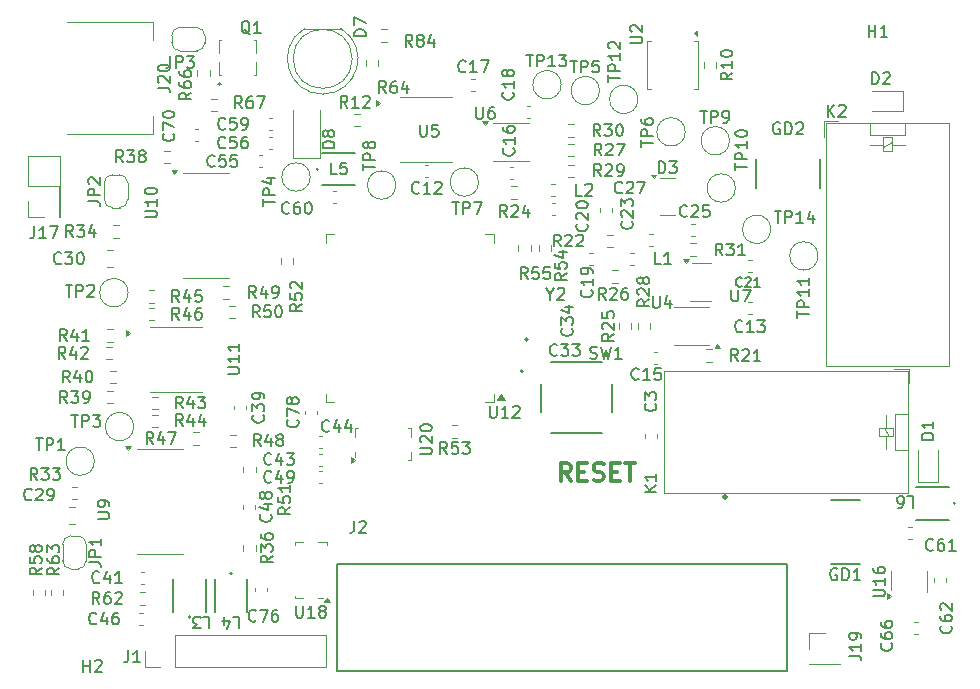
<source format=gbr>
%TF.GenerationSoftware,KiCad,Pcbnew,9.0.0*%
%TF.CreationDate,2025-04-10T22:59:03-04:00*%
%TF.ProjectId,USBLabTool,5553424c-6162-4546-9f6f-6c2e6b696361,2*%
%TF.SameCoordinates,Original*%
%TF.FileFunction,Legend,Top*%
%TF.FilePolarity,Positive*%
%FSLAX46Y46*%
G04 Gerber Fmt 4.6, Leading zero omitted, Abs format (unit mm)*
G04 Created by KiCad (PCBNEW 9.0.0) date 2025-04-10 22:59:03*
%MOMM*%
%LPD*%
G01*
G04 APERTURE LIST*
%ADD10C,0.300000*%
%ADD11C,0.150000*%
%ADD12C,0.120000*%
%ADD13C,0.152400*%
%ADD14C,0.127000*%
%ADD15C,0.200000*%
%ADD16C,0.100000*%
G04 APERTURE END LIST*
D10*
X156517653Y-105044828D02*
X156017653Y-104330542D01*
X155660510Y-105044828D02*
X155660510Y-103544828D01*
X155660510Y-103544828D02*
X156231939Y-103544828D01*
X156231939Y-103544828D02*
X156374796Y-103616257D01*
X156374796Y-103616257D02*
X156446225Y-103687685D01*
X156446225Y-103687685D02*
X156517653Y-103830542D01*
X156517653Y-103830542D02*
X156517653Y-104044828D01*
X156517653Y-104044828D02*
X156446225Y-104187685D01*
X156446225Y-104187685D02*
X156374796Y-104259114D01*
X156374796Y-104259114D02*
X156231939Y-104330542D01*
X156231939Y-104330542D02*
X155660510Y-104330542D01*
X157160510Y-104259114D02*
X157660510Y-104259114D01*
X157874796Y-105044828D02*
X157160510Y-105044828D01*
X157160510Y-105044828D02*
X157160510Y-103544828D01*
X157160510Y-103544828D02*
X157874796Y-103544828D01*
X158446225Y-104973400D02*
X158660511Y-105044828D01*
X158660511Y-105044828D02*
X159017653Y-105044828D01*
X159017653Y-105044828D02*
X159160511Y-104973400D01*
X159160511Y-104973400D02*
X159231939Y-104901971D01*
X159231939Y-104901971D02*
X159303368Y-104759114D01*
X159303368Y-104759114D02*
X159303368Y-104616257D01*
X159303368Y-104616257D02*
X159231939Y-104473400D01*
X159231939Y-104473400D02*
X159160511Y-104401971D01*
X159160511Y-104401971D02*
X159017653Y-104330542D01*
X159017653Y-104330542D02*
X158731939Y-104259114D01*
X158731939Y-104259114D02*
X158589082Y-104187685D01*
X158589082Y-104187685D02*
X158517653Y-104116257D01*
X158517653Y-104116257D02*
X158446225Y-103973400D01*
X158446225Y-103973400D02*
X158446225Y-103830542D01*
X158446225Y-103830542D02*
X158517653Y-103687685D01*
X158517653Y-103687685D02*
X158589082Y-103616257D01*
X158589082Y-103616257D02*
X158731939Y-103544828D01*
X158731939Y-103544828D02*
X159089082Y-103544828D01*
X159089082Y-103544828D02*
X159303368Y-103616257D01*
X159946224Y-104259114D02*
X160446224Y-104259114D01*
X160660510Y-105044828D02*
X159946224Y-105044828D01*
X159946224Y-105044828D02*
X159946224Y-103544828D01*
X159946224Y-103544828D02*
X160660510Y-103544828D01*
X161089082Y-103544828D02*
X161946225Y-103544828D01*
X161517653Y-105044828D02*
X161517653Y-103544828D01*
D11*
X123363142Y-89888819D02*
X123029809Y-89412628D01*
X122791714Y-89888819D02*
X122791714Y-88888819D01*
X122791714Y-88888819D02*
X123172666Y-88888819D01*
X123172666Y-88888819D02*
X123267904Y-88936438D01*
X123267904Y-88936438D02*
X123315523Y-88984057D01*
X123315523Y-88984057D02*
X123363142Y-89079295D01*
X123363142Y-89079295D02*
X123363142Y-89222152D01*
X123363142Y-89222152D02*
X123315523Y-89317390D01*
X123315523Y-89317390D02*
X123267904Y-89365009D01*
X123267904Y-89365009D02*
X123172666Y-89412628D01*
X123172666Y-89412628D02*
X122791714Y-89412628D01*
X124220285Y-89222152D02*
X124220285Y-89888819D01*
X123982190Y-88841200D02*
X123744095Y-89555485D01*
X123744095Y-89555485D02*
X124363142Y-89555485D01*
X125220285Y-88888819D02*
X124744095Y-88888819D01*
X124744095Y-88888819D02*
X124696476Y-89365009D01*
X124696476Y-89365009D02*
X124744095Y-89317390D01*
X124744095Y-89317390D02*
X124839333Y-89269771D01*
X124839333Y-89269771D02*
X125077428Y-89269771D01*
X125077428Y-89269771D02*
X125172666Y-89317390D01*
X125172666Y-89317390D02*
X125220285Y-89365009D01*
X125220285Y-89365009D02*
X125267904Y-89460247D01*
X125267904Y-89460247D02*
X125267904Y-89698342D01*
X125267904Y-89698342D02*
X125220285Y-89793580D01*
X125220285Y-89793580D02*
X125172666Y-89841200D01*
X125172666Y-89841200D02*
X125077428Y-89888819D01*
X125077428Y-89888819D02*
X124839333Y-89888819D01*
X124839333Y-89888819D02*
X124744095Y-89841200D01*
X124744095Y-89841200D02*
X124696476Y-89793580D01*
X113363142Y-86603580D02*
X113315523Y-86651200D01*
X113315523Y-86651200D02*
X113172666Y-86698819D01*
X113172666Y-86698819D02*
X113077428Y-86698819D01*
X113077428Y-86698819D02*
X112934571Y-86651200D01*
X112934571Y-86651200D02*
X112839333Y-86555961D01*
X112839333Y-86555961D02*
X112791714Y-86460723D01*
X112791714Y-86460723D02*
X112744095Y-86270247D01*
X112744095Y-86270247D02*
X112744095Y-86127390D01*
X112744095Y-86127390D02*
X112791714Y-85936914D01*
X112791714Y-85936914D02*
X112839333Y-85841676D01*
X112839333Y-85841676D02*
X112934571Y-85746438D01*
X112934571Y-85746438D02*
X113077428Y-85698819D01*
X113077428Y-85698819D02*
X113172666Y-85698819D01*
X113172666Y-85698819D02*
X113315523Y-85746438D01*
X113315523Y-85746438D02*
X113363142Y-85794057D01*
X113696476Y-85698819D02*
X114315523Y-85698819D01*
X114315523Y-85698819D02*
X113982190Y-86079771D01*
X113982190Y-86079771D02*
X114125047Y-86079771D01*
X114125047Y-86079771D02*
X114220285Y-86127390D01*
X114220285Y-86127390D02*
X114267904Y-86175009D01*
X114267904Y-86175009D02*
X114315523Y-86270247D01*
X114315523Y-86270247D02*
X114315523Y-86508342D01*
X114315523Y-86508342D02*
X114267904Y-86603580D01*
X114267904Y-86603580D02*
X114220285Y-86651200D01*
X114220285Y-86651200D02*
X114125047Y-86698819D01*
X114125047Y-86698819D02*
X113839333Y-86698819D01*
X113839333Y-86698819D02*
X113744095Y-86651200D01*
X113744095Y-86651200D02*
X113696476Y-86603580D01*
X114934571Y-85698819D02*
X115029809Y-85698819D01*
X115029809Y-85698819D02*
X115125047Y-85746438D01*
X115125047Y-85746438D02*
X115172666Y-85794057D01*
X115172666Y-85794057D02*
X115220285Y-85889295D01*
X115220285Y-85889295D02*
X115267904Y-86079771D01*
X115267904Y-86079771D02*
X115267904Y-86317866D01*
X115267904Y-86317866D02*
X115220285Y-86508342D01*
X115220285Y-86508342D02*
X115172666Y-86603580D01*
X115172666Y-86603580D02*
X115125047Y-86651200D01*
X115125047Y-86651200D02*
X115029809Y-86698819D01*
X115029809Y-86698819D02*
X114934571Y-86698819D01*
X114934571Y-86698819D02*
X114839333Y-86651200D01*
X114839333Y-86651200D02*
X114791714Y-86603580D01*
X114791714Y-86603580D02*
X114744095Y-86508342D01*
X114744095Y-86508342D02*
X114696476Y-86317866D01*
X114696476Y-86317866D02*
X114696476Y-86079771D01*
X114696476Y-86079771D02*
X114744095Y-85889295D01*
X114744095Y-85889295D02*
X114791714Y-85794057D01*
X114791714Y-85794057D02*
X114839333Y-85746438D01*
X114839333Y-85746438D02*
X114934571Y-85698819D01*
X169357142Y-85954819D02*
X169023809Y-85478628D01*
X168785714Y-85954819D02*
X168785714Y-84954819D01*
X168785714Y-84954819D02*
X169166666Y-84954819D01*
X169166666Y-84954819D02*
X169261904Y-85002438D01*
X169261904Y-85002438D02*
X169309523Y-85050057D01*
X169309523Y-85050057D02*
X169357142Y-85145295D01*
X169357142Y-85145295D02*
X169357142Y-85288152D01*
X169357142Y-85288152D02*
X169309523Y-85383390D01*
X169309523Y-85383390D02*
X169261904Y-85431009D01*
X169261904Y-85431009D02*
X169166666Y-85478628D01*
X169166666Y-85478628D02*
X168785714Y-85478628D01*
X169690476Y-84954819D02*
X170309523Y-84954819D01*
X170309523Y-84954819D02*
X169976190Y-85335771D01*
X169976190Y-85335771D02*
X170119047Y-85335771D01*
X170119047Y-85335771D02*
X170214285Y-85383390D01*
X170214285Y-85383390D02*
X170261904Y-85431009D01*
X170261904Y-85431009D02*
X170309523Y-85526247D01*
X170309523Y-85526247D02*
X170309523Y-85764342D01*
X170309523Y-85764342D02*
X170261904Y-85859580D01*
X170261904Y-85859580D02*
X170214285Y-85907200D01*
X170214285Y-85907200D02*
X170119047Y-85954819D01*
X170119047Y-85954819D02*
X169833333Y-85954819D01*
X169833333Y-85954819D02*
X169738095Y-85907200D01*
X169738095Y-85907200D02*
X169690476Y-85859580D01*
X171261904Y-85954819D02*
X170690476Y-85954819D01*
X170976190Y-85954819D02*
X170976190Y-84954819D01*
X170976190Y-84954819D02*
X170880952Y-85097676D01*
X170880952Y-85097676D02*
X170785714Y-85192914D01*
X170785714Y-85192914D02*
X170690476Y-85240533D01*
X149667905Y-98698819D02*
X149667905Y-99508342D01*
X149667905Y-99508342D02*
X149715524Y-99603580D01*
X149715524Y-99603580D02*
X149763143Y-99651200D01*
X149763143Y-99651200D02*
X149858381Y-99698819D01*
X149858381Y-99698819D02*
X150048857Y-99698819D01*
X150048857Y-99698819D02*
X150144095Y-99651200D01*
X150144095Y-99651200D02*
X150191714Y-99603580D01*
X150191714Y-99603580D02*
X150239333Y-99508342D01*
X150239333Y-99508342D02*
X150239333Y-98698819D01*
X151239333Y-99698819D02*
X150667905Y-99698819D01*
X150953619Y-99698819D02*
X150953619Y-98698819D01*
X150953619Y-98698819D02*
X150858381Y-98841676D01*
X150858381Y-98841676D02*
X150763143Y-98936914D01*
X150763143Y-98936914D02*
X150667905Y-98984533D01*
X151620286Y-98794057D02*
X151667905Y-98746438D01*
X151667905Y-98746438D02*
X151763143Y-98698819D01*
X151763143Y-98698819D02*
X152001238Y-98698819D01*
X152001238Y-98698819D02*
X152096476Y-98746438D01*
X152096476Y-98746438D02*
X152144095Y-98794057D01*
X152144095Y-98794057D02*
X152191714Y-98889295D01*
X152191714Y-98889295D02*
X152191714Y-98984533D01*
X152191714Y-98984533D02*
X152144095Y-99127390D01*
X152144095Y-99127390D02*
X151572667Y-99698819D01*
X151572667Y-99698819D02*
X152191714Y-99698819D01*
X151609580Y-72142857D02*
X151657200Y-72190476D01*
X151657200Y-72190476D02*
X151704819Y-72333333D01*
X151704819Y-72333333D02*
X151704819Y-72428571D01*
X151704819Y-72428571D02*
X151657200Y-72571428D01*
X151657200Y-72571428D02*
X151561961Y-72666666D01*
X151561961Y-72666666D02*
X151466723Y-72714285D01*
X151466723Y-72714285D02*
X151276247Y-72761904D01*
X151276247Y-72761904D02*
X151133390Y-72761904D01*
X151133390Y-72761904D02*
X150942914Y-72714285D01*
X150942914Y-72714285D02*
X150847676Y-72666666D01*
X150847676Y-72666666D02*
X150752438Y-72571428D01*
X150752438Y-72571428D02*
X150704819Y-72428571D01*
X150704819Y-72428571D02*
X150704819Y-72333333D01*
X150704819Y-72333333D02*
X150752438Y-72190476D01*
X150752438Y-72190476D02*
X150800057Y-72142857D01*
X151704819Y-71190476D02*
X151704819Y-71761904D01*
X151704819Y-71476190D02*
X150704819Y-71476190D01*
X150704819Y-71476190D02*
X150847676Y-71571428D01*
X150847676Y-71571428D02*
X150942914Y-71666666D01*
X150942914Y-71666666D02*
X150990533Y-71761904D01*
X151133390Y-70619047D02*
X151085771Y-70714285D01*
X151085771Y-70714285D02*
X151038152Y-70761904D01*
X151038152Y-70761904D02*
X150942914Y-70809523D01*
X150942914Y-70809523D02*
X150895295Y-70809523D01*
X150895295Y-70809523D02*
X150800057Y-70761904D01*
X150800057Y-70761904D02*
X150752438Y-70714285D01*
X150752438Y-70714285D02*
X150704819Y-70619047D01*
X150704819Y-70619047D02*
X150704819Y-70428571D01*
X150704819Y-70428571D02*
X150752438Y-70333333D01*
X150752438Y-70333333D02*
X150800057Y-70285714D01*
X150800057Y-70285714D02*
X150895295Y-70238095D01*
X150895295Y-70238095D02*
X150942914Y-70238095D01*
X150942914Y-70238095D02*
X151038152Y-70285714D01*
X151038152Y-70285714D02*
X151085771Y-70333333D01*
X151085771Y-70333333D02*
X151133390Y-70428571D01*
X151133390Y-70428571D02*
X151133390Y-70619047D01*
X151133390Y-70619047D02*
X151181009Y-70714285D01*
X151181009Y-70714285D02*
X151228628Y-70761904D01*
X151228628Y-70761904D02*
X151323866Y-70809523D01*
X151323866Y-70809523D02*
X151514342Y-70809523D01*
X151514342Y-70809523D02*
X151609580Y-70761904D01*
X151609580Y-70761904D02*
X151657200Y-70714285D01*
X151657200Y-70714285D02*
X151704819Y-70619047D01*
X151704819Y-70619047D02*
X151704819Y-70428571D01*
X151704819Y-70428571D02*
X151657200Y-70333333D01*
X151657200Y-70333333D02*
X151609580Y-70285714D01*
X151609580Y-70285714D02*
X151514342Y-70238095D01*
X151514342Y-70238095D02*
X151323866Y-70238095D01*
X151323866Y-70238095D02*
X151228628Y-70285714D01*
X151228628Y-70285714D02*
X151181009Y-70333333D01*
X151181009Y-70333333D02*
X151133390Y-70428571D01*
X130454819Y-81761904D02*
X130454819Y-81190476D01*
X131454819Y-81476190D02*
X130454819Y-81476190D01*
X131454819Y-80857142D02*
X130454819Y-80857142D01*
X130454819Y-80857142D02*
X130454819Y-80476190D01*
X130454819Y-80476190D02*
X130502438Y-80380952D01*
X130502438Y-80380952D02*
X130550057Y-80333333D01*
X130550057Y-80333333D02*
X130645295Y-80285714D01*
X130645295Y-80285714D02*
X130788152Y-80285714D01*
X130788152Y-80285714D02*
X130883390Y-80333333D01*
X130883390Y-80333333D02*
X130931009Y-80380952D01*
X130931009Y-80380952D02*
X130978628Y-80476190D01*
X130978628Y-80476190D02*
X130978628Y-80857142D01*
X130788152Y-79428571D02*
X131454819Y-79428571D01*
X130407200Y-79666666D02*
X131121485Y-79904761D01*
X131121485Y-79904761D02*
X131121485Y-79285714D01*
X116454819Y-108261904D02*
X117264342Y-108261904D01*
X117264342Y-108261904D02*
X117359580Y-108214285D01*
X117359580Y-108214285D02*
X117407200Y-108166666D01*
X117407200Y-108166666D02*
X117454819Y-108071428D01*
X117454819Y-108071428D02*
X117454819Y-107880952D01*
X117454819Y-107880952D02*
X117407200Y-107785714D01*
X117407200Y-107785714D02*
X117359580Y-107738095D01*
X117359580Y-107738095D02*
X117264342Y-107690476D01*
X117264342Y-107690476D02*
X116454819Y-107690476D01*
X117454819Y-107166666D02*
X117454819Y-106976190D01*
X117454819Y-106976190D02*
X117407200Y-106880952D01*
X117407200Y-106880952D02*
X117359580Y-106833333D01*
X117359580Y-106833333D02*
X117216723Y-106738095D01*
X117216723Y-106738095D02*
X117026247Y-106690476D01*
X117026247Y-106690476D02*
X116645295Y-106690476D01*
X116645295Y-106690476D02*
X116550057Y-106738095D01*
X116550057Y-106738095D02*
X116502438Y-106785714D01*
X116502438Y-106785714D02*
X116454819Y-106880952D01*
X116454819Y-106880952D02*
X116454819Y-107071428D01*
X116454819Y-107071428D02*
X116502438Y-107166666D01*
X116502438Y-107166666D02*
X116550057Y-107214285D01*
X116550057Y-107214285D02*
X116645295Y-107261904D01*
X116645295Y-107261904D02*
X116883390Y-107261904D01*
X116883390Y-107261904D02*
X116978628Y-107214285D01*
X116978628Y-107214285D02*
X117026247Y-107166666D01*
X117026247Y-107166666D02*
X117073866Y-107071428D01*
X117073866Y-107071428D02*
X117073866Y-106880952D01*
X117073866Y-106880952D02*
X117026247Y-106785714D01*
X117026247Y-106785714D02*
X116978628Y-106738095D01*
X116978628Y-106738095D02*
X116883390Y-106690476D01*
X143744095Y-74898819D02*
X143744095Y-75708342D01*
X143744095Y-75708342D02*
X143791714Y-75803580D01*
X143791714Y-75803580D02*
X143839333Y-75851200D01*
X143839333Y-75851200D02*
X143934571Y-75898819D01*
X143934571Y-75898819D02*
X144125047Y-75898819D01*
X144125047Y-75898819D02*
X144220285Y-75851200D01*
X144220285Y-75851200D02*
X144267904Y-75803580D01*
X144267904Y-75803580D02*
X144315523Y-75708342D01*
X144315523Y-75708342D02*
X144315523Y-74898819D01*
X145267904Y-74898819D02*
X144791714Y-74898819D01*
X144791714Y-74898819D02*
X144744095Y-75375009D01*
X144744095Y-75375009D02*
X144791714Y-75327390D01*
X144791714Y-75327390D02*
X144886952Y-75279771D01*
X144886952Y-75279771D02*
X145125047Y-75279771D01*
X145125047Y-75279771D02*
X145220285Y-75327390D01*
X145220285Y-75327390D02*
X145267904Y-75375009D01*
X145267904Y-75375009D02*
X145315523Y-75470247D01*
X145315523Y-75470247D02*
X145315523Y-75708342D01*
X145315523Y-75708342D02*
X145267904Y-75803580D01*
X145267904Y-75803580D02*
X145220285Y-75851200D01*
X145220285Y-75851200D02*
X145125047Y-75898819D01*
X145125047Y-75898819D02*
X144886952Y-75898819D01*
X144886952Y-75898819D02*
X144791714Y-75851200D01*
X144791714Y-75851200D02*
X144744095Y-75803580D01*
X115238095Y-121204819D02*
X115238095Y-120204819D01*
X115238095Y-120681009D02*
X115809523Y-120681009D01*
X115809523Y-121204819D02*
X115809523Y-120204819D01*
X116238095Y-120300057D02*
X116285714Y-120252438D01*
X116285714Y-120252438D02*
X116380952Y-120204819D01*
X116380952Y-120204819D02*
X116619047Y-120204819D01*
X116619047Y-120204819D02*
X116714285Y-120252438D01*
X116714285Y-120252438D02*
X116761904Y-120300057D01*
X116761904Y-120300057D02*
X116809523Y-120395295D01*
X116809523Y-120395295D02*
X116809523Y-120490533D01*
X116809523Y-120490533D02*
X116761904Y-120633390D01*
X116761904Y-120633390D02*
X116190476Y-121204819D01*
X116190476Y-121204819D02*
X116809523Y-121204819D01*
X130263142Y-102098819D02*
X129929809Y-101622628D01*
X129691714Y-102098819D02*
X129691714Y-101098819D01*
X129691714Y-101098819D02*
X130072666Y-101098819D01*
X130072666Y-101098819D02*
X130167904Y-101146438D01*
X130167904Y-101146438D02*
X130215523Y-101194057D01*
X130215523Y-101194057D02*
X130263142Y-101289295D01*
X130263142Y-101289295D02*
X130263142Y-101432152D01*
X130263142Y-101432152D02*
X130215523Y-101527390D01*
X130215523Y-101527390D02*
X130167904Y-101575009D01*
X130167904Y-101575009D02*
X130072666Y-101622628D01*
X130072666Y-101622628D02*
X129691714Y-101622628D01*
X131120285Y-101432152D02*
X131120285Y-102098819D01*
X130882190Y-101051200D02*
X130644095Y-101765485D01*
X130644095Y-101765485D02*
X131263142Y-101765485D01*
X131786952Y-101527390D02*
X131691714Y-101479771D01*
X131691714Y-101479771D02*
X131644095Y-101432152D01*
X131644095Y-101432152D02*
X131596476Y-101336914D01*
X131596476Y-101336914D02*
X131596476Y-101289295D01*
X131596476Y-101289295D02*
X131644095Y-101194057D01*
X131644095Y-101194057D02*
X131691714Y-101146438D01*
X131691714Y-101146438D02*
X131786952Y-101098819D01*
X131786952Y-101098819D02*
X131977428Y-101098819D01*
X131977428Y-101098819D02*
X132072666Y-101146438D01*
X132072666Y-101146438D02*
X132120285Y-101194057D01*
X132120285Y-101194057D02*
X132167904Y-101289295D01*
X132167904Y-101289295D02*
X132167904Y-101336914D01*
X132167904Y-101336914D02*
X132120285Y-101432152D01*
X132120285Y-101432152D02*
X132072666Y-101479771D01*
X132072666Y-101479771D02*
X131977428Y-101527390D01*
X131977428Y-101527390D02*
X131786952Y-101527390D01*
X131786952Y-101527390D02*
X131691714Y-101575009D01*
X131691714Y-101575009D02*
X131644095Y-101622628D01*
X131644095Y-101622628D02*
X131596476Y-101717866D01*
X131596476Y-101717866D02*
X131596476Y-101908342D01*
X131596476Y-101908342D02*
X131644095Y-102003580D01*
X131644095Y-102003580D02*
X131691714Y-102051200D01*
X131691714Y-102051200D02*
X131786952Y-102098819D01*
X131786952Y-102098819D02*
X131977428Y-102098819D01*
X131977428Y-102098819D02*
X132072666Y-102051200D01*
X132072666Y-102051200D02*
X132120285Y-102003580D01*
X132120285Y-102003580D02*
X132167904Y-101908342D01*
X132167904Y-101908342D02*
X132167904Y-101717866D01*
X132167904Y-101717866D02*
X132120285Y-101622628D01*
X132120285Y-101622628D02*
X132072666Y-101575009D01*
X132072666Y-101575009D02*
X131977428Y-101527390D01*
X159113142Y-77498819D02*
X158779809Y-77022628D01*
X158541714Y-77498819D02*
X158541714Y-76498819D01*
X158541714Y-76498819D02*
X158922666Y-76498819D01*
X158922666Y-76498819D02*
X159017904Y-76546438D01*
X159017904Y-76546438D02*
X159065523Y-76594057D01*
X159065523Y-76594057D02*
X159113142Y-76689295D01*
X159113142Y-76689295D02*
X159113142Y-76832152D01*
X159113142Y-76832152D02*
X159065523Y-76927390D01*
X159065523Y-76927390D02*
X159017904Y-76975009D01*
X159017904Y-76975009D02*
X158922666Y-77022628D01*
X158922666Y-77022628D02*
X158541714Y-77022628D01*
X159494095Y-76594057D02*
X159541714Y-76546438D01*
X159541714Y-76546438D02*
X159636952Y-76498819D01*
X159636952Y-76498819D02*
X159875047Y-76498819D01*
X159875047Y-76498819D02*
X159970285Y-76546438D01*
X159970285Y-76546438D02*
X160017904Y-76594057D01*
X160017904Y-76594057D02*
X160065523Y-76689295D01*
X160065523Y-76689295D02*
X160065523Y-76784533D01*
X160065523Y-76784533D02*
X160017904Y-76927390D01*
X160017904Y-76927390D02*
X159446476Y-77498819D01*
X159446476Y-77498819D02*
X160065523Y-77498819D01*
X160398857Y-76498819D02*
X161065523Y-76498819D01*
X161065523Y-76498819D02*
X160636952Y-77498819D01*
X111238095Y-101454819D02*
X111809523Y-101454819D01*
X111523809Y-102454819D02*
X111523809Y-101454819D01*
X112142857Y-102454819D02*
X112142857Y-101454819D01*
X112142857Y-101454819D02*
X112523809Y-101454819D01*
X112523809Y-101454819D02*
X112619047Y-101502438D01*
X112619047Y-101502438D02*
X112666666Y-101550057D01*
X112666666Y-101550057D02*
X112714285Y-101645295D01*
X112714285Y-101645295D02*
X112714285Y-101788152D01*
X112714285Y-101788152D02*
X112666666Y-101883390D01*
X112666666Y-101883390D02*
X112619047Y-101931009D01*
X112619047Y-101931009D02*
X112523809Y-101978628D01*
X112523809Y-101978628D02*
X112142857Y-101978628D01*
X113666666Y-102454819D02*
X113095238Y-102454819D01*
X113380952Y-102454819D02*
X113380952Y-101454819D01*
X113380952Y-101454819D02*
X113285714Y-101597676D01*
X113285714Y-101597676D02*
X113190476Y-101692914D01*
X113190476Y-101692914D02*
X113095238Y-101740533D01*
X121163142Y-101908819D02*
X120829809Y-101432628D01*
X120591714Y-101908819D02*
X120591714Y-100908819D01*
X120591714Y-100908819D02*
X120972666Y-100908819D01*
X120972666Y-100908819D02*
X121067904Y-100956438D01*
X121067904Y-100956438D02*
X121115523Y-101004057D01*
X121115523Y-101004057D02*
X121163142Y-101099295D01*
X121163142Y-101099295D02*
X121163142Y-101242152D01*
X121163142Y-101242152D02*
X121115523Y-101337390D01*
X121115523Y-101337390D02*
X121067904Y-101385009D01*
X121067904Y-101385009D02*
X120972666Y-101432628D01*
X120972666Y-101432628D02*
X120591714Y-101432628D01*
X122020285Y-101242152D02*
X122020285Y-101908819D01*
X121782190Y-100861200D02*
X121544095Y-101575485D01*
X121544095Y-101575485D02*
X122163142Y-101575485D01*
X122448857Y-100908819D02*
X123115523Y-100908819D01*
X123115523Y-100908819D02*
X122686952Y-101908819D01*
X111096476Y-83498819D02*
X111096476Y-84213104D01*
X111096476Y-84213104D02*
X111048857Y-84355961D01*
X111048857Y-84355961D02*
X110953619Y-84451200D01*
X110953619Y-84451200D02*
X110810762Y-84498819D01*
X110810762Y-84498819D02*
X110715524Y-84498819D01*
X112096476Y-84498819D02*
X111525048Y-84498819D01*
X111810762Y-84498819D02*
X111810762Y-83498819D01*
X111810762Y-83498819D02*
X111715524Y-83641676D01*
X111715524Y-83641676D02*
X111620286Y-83736914D01*
X111620286Y-83736914D02*
X111525048Y-83784533D01*
X112429810Y-83498819D02*
X113096476Y-83498819D01*
X113096476Y-83498819D02*
X112667905Y-84498819D01*
X162263142Y-96403580D02*
X162215523Y-96451200D01*
X162215523Y-96451200D02*
X162072666Y-96498819D01*
X162072666Y-96498819D02*
X161977428Y-96498819D01*
X161977428Y-96498819D02*
X161834571Y-96451200D01*
X161834571Y-96451200D02*
X161739333Y-96355961D01*
X161739333Y-96355961D02*
X161691714Y-96260723D01*
X161691714Y-96260723D02*
X161644095Y-96070247D01*
X161644095Y-96070247D02*
X161644095Y-95927390D01*
X161644095Y-95927390D02*
X161691714Y-95736914D01*
X161691714Y-95736914D02*
X161739333Y-95641676D01*
X161739333Y-95641676D02*
X161834571Y-95546438D01*
X161834571Y-95546438D02*
X161977428Y-95498819D01*
X161977428Y-95498819D02*
X162072666Y-95498819D01*
X162072666Y-95498819D02*
X162215523Y-95546438D01*
X162215523Y-95546438D02*
X162263142Y-95594057D01*
X163215523Y-96498819D02*
X162644095Y-96498819D01*
X162929809Y-96498819D02*
X162929809Y-95498819D01*
X162929809Y-95498819D02*
X162834571Y-95641676D01*
X162834571Y-95641676D02*
X162739333Y-95736914D01*
X162739333Y-95736914D02*
X162644095Y-95784533D01*
X164120285Y-95498819D02*
X163644095Y-95498819D01*
X163644095Y-95498819D02*
X163596476Y-95975009D01*
X163596476Y-95975009D02*
X163644095Y-95927390D01*
X163644095Y-95927390D02*
X163739333Y-95879771D01*
X163739333Y-95879771D02*
X163977428Y-95879771D01*
X163977428Y-95879771D02*
X164072666Y-95927390D01*
X164072666Y-95927390D02*
X164120285Y-95975009D01*
X164120285Y-95975009D02*
X164167904Y-96070247D01*
X164167904Y-96070247D02*
X164167904Y-96308342D01*
X164167904Y-96308342D02*
X164120285Y-96403580D01*
X164120285Y-96403580D02*
X164072666Y-96451200D01*
X164072666Y-96451200D02*
X163977428Y-96498819D01*
X163977428Y-96498819D02*
X163739333Y-96498819D01*
X163739333Y-96498819D02*
X163644095Y-96451200D01*
X163644095Y-96451200D02*
X163596476Y-96403580D01*
X163160819Y-89686857D02*
X162684628Y-90020190D01*
X163160819Y-90258285D02*
X162160819Y-90258285D01*
X162160819Y-90258285D02*
X162160819Y-89877333D01*
X162160819Y-89877333D02*
X162208438Y-89782095D01*
X162208438Y-89782095D02*
X162256057Y-89734476D01*
X162256057Y-89734476D02*
X162351295Y-89686857D01*
X162351295Y-89686857D02*
X162494152Y-89686857D01*
X162494152Y-89686857D02*
X162589390Y-89734476D01*
X162589390Y-89734476D02*
X162637009Y-89782095D01*
X162637009Y-89782095D02*
X162684628Y-89877333D01*
X162684628Y-89877333D02*
X162684628Y-90258285D01*
X162256057Y-89305904D02*
X162208438Y-89258285D01*
X162208438Y-89258285D02*
X162160819Y-89163047D01*
X162160819Y-89163047D02*
X162160819Y-88924952D01*
X162160819Y-88924952D02*
X162208438Y-88829714D01*
X162208438Y-88829714D02*
X162256057Y-88782095D01*
X162256057Y-88782095D02*
X162351295Y-88734476D01*
X162351295Y-88734476D02*
X162446533Y-88734476D01*
X162446533Y-88734476D02*
X162589390Y-88782095D01*
X162589390Y-88782095D02*
X163160819Y-89353523D01*
X163160819Y-89353523D02*
X163160819Y-88734476D01*
X162589390Y-88163047D02*
X162541771Y-88258285D01*
X162541771Y-88258285D02*
X162494152Y-88305904D01*
X162494152Y-88305904D02*
X162398914Y-88353523D01*
X162398914Y-88353523D02*
X162351295Y-88353523D01*
X162351295Y-88353523D02*
X162256057Y-88305904D01*
X162256057Y-88305904D02*
X162208438Y-88258285D01*
X162208438Y-88258285D02*
X162160819Y-88163047D01*
X162160819Y-88163047D02*
X162160819Y-87972571D01*
X162160819Y-87972571D02*
X162208438Y-87877333D01*
X162208438Y-87877333D02*
X162256057Y-87829714D01*
X162256057Y-87829714D02*
X162351295Y-87782095D01*
X162351295Y-87782095D02*
X162398914Y-87782095D01*
X162398914Y-87782095D02*
X162494152Y-87829714D01*
X162494152Y-87829714D02*
X162541771Y-87877333D01*
X162541771Y-87877333D02*
X162589390Y-87972571D01*
X162589390Y-87972571D02*
X162589390Y-88163047D01*
X162589390Y-88163047D02*
X162637009Y-88258285D01*
X162637009Y-88258285D02*
X162684628Y-88305904D01*
X162684628Y-88305904D02*
X162779866Y-88353523D01*
X162779866Y-88353523D02*
X162970342Y-88353523D01*
X162970342Y-88353523D02*
X163065580Y-88305904D01*
X163065580Y-88305904D02*
X163113200Y-88258285D01*
X163113200Y-88258285D02*
X163160819Y-88163047D01*
X163160819Y-88163047D02*
X163160819Y-87972571D01*
X163160819Y-87972571D02*
X163113200Y-87877333D01*
X163113200Y-87877333D02*
X163065580Y-87829714D01*
X163065580Y-87829714D02*
X162970342Y-87782095D01*
X162970342Y-87782095D02*
X162779866Y-87782095D01*
X162779866Y-87782095D02*
X162684628Y-87829714D01*
X162684628Y-87829714D02*
X162637009Y-87877333D01*
X162637009Y-87877333D02*
X162589390Y-87972571D01*
X183653580Y-118798857D02*
X183701200Y-118846476D01*
X183701200Y-118846476D02*
X183748819Y-118989333D01*
X183748819Y-118989333D02*
X183748819Y-119084571D01*
X183748819Y-119084571D02*
X183701200Y-119227428D01*
X183701200Y-119227428D02*
X183605961Y-119322666D01*
X183605961Y-119322666D02*
X183510723Y-119370285D01*
X183510723Y-119370285D02*
X183320247Y-119417904D01*
X183320247Y-119417904D02*
X183177390Y-119417904D01*
X183177390Y-119417904D02*
X182986914Y-119370285D01*
X182986914Y-119370285D02*
X182891676Y-119322666D01*
X182891676Y-119322666D02*
X182796438Y-119227428D01*
X182796438Y-119227428D02*
X182748819Y-119084571D01*
X182748819Y-119084571D02*
X182748819Y-118989333D01*
X182748819Y-118989333D02*
X182796438Y-118846476D01*
X182796438Y-118846476D02*
X182844057Y-118798857D01*
X182748819Y-117941714D02*
X182748819Y-118132190D01*
X182748819Y-118132190D02*
X182796438Y-118227428D01*
X182796438Y-118227428D02*
X182844057Y-118275047D01*
X182844057Y-118275047D02*
X182986914Y-118370285D01*
X182986914Y-118370285D02*
X183177390Y-118417904D01*
X183177390Y-118417904D02*
X183558342Y-118417904D01*
X183558342Y-118417904D02*
X183653580Y-118370285D01*
X183653580Y-118370285D02*
X183701200Y-118322666D01*
X183701200Y-118322666D02*
X183748819Y-118227428D01*
X183748819Y-118227428D02*
X183748819Y-118036952D01*
X183748819Y-118036952D02*
X183701200Y-117941714D01*
X183701200Y-117941714D02*
X183653580Y-117894095D01*
X183653580Y-117894095D02*
X183558342Y-117846476D01*
X183558342Y-117846476D02*
X183320247Y-117846476D01*
X183320247Y-117846476D02*
X183225009Y-117894095D01*
X183225009Y-117894095D02*
X183177390Y-117941714D01*
X183177390Y-117941714D02*
X183129771Y-118036952D01*
X183129771Y-118036952D02*
X183129771Y-118227428D01*
X183129771Y-118227428D02*
X183177390Y-118322666D01*
X183177390Y-118322666D02*
X183225009Y-118370285D01*
X183225009Y-118370285D02*
X183320247Y-118417904D01*
X182748819Y-116989333D02*
X182748819Y-117179809D01*
X182748819Y-117179809D02*
X182796438Y-117275047D01*
X182796438Y-117275047D02*
X182844057Y-117322666D01*
X182844057Y-117322666D02*
X182986914Y-117417904D01*
X182986914Y-117417904D02*
X183177390Y-117465523D01*
X183177390Y-117465523D02*
X183558342Y-117465523D01*
X183558342Y-117465523D02*
X183653580Y-117417904D01*
X183653580Y-117417904D02*
X183701200Y-117370285D01*
X183701200Y-117370285D02*
X183748819Y-117275047D01*
X183748819Y-117275047D02*
X183748819Y-117084571D01*
X183748819Y-117084571D02*
X183701200Y-116989333D01*
X183701200Y-116989333D02*
X183653580Y-116941714D01*
X183653580Y-116941714D02*
X183558342Y-116894095D01*
X183558342Y-116894095D02*
X183320247Y-116894095D01*
X183320247Y-116894095D02*
X183225009Y-116941714D01*
X183225009Y-116941714D02*
X183177390Y-116989333D01*
X183177390Y-116989333D02*
X183129771Y-117084571D01*
X183129771Y-117084571D02*
X183129771Y-117275047D01*
X183129771Y-117275047D02*
X183177390Y-117370285D01*
X183177390Y-117370285D02*
X183225009Y-117417904D01*
X183225009Y-117417904D02*
X183320247Y-117465523D01*
X174191714Y-74752438D02*
X174096476Y-74704819D01*
X174096476Y-74704819D02*
X173953619Y-74704819D01*
X173953619Y-74704819D02*
X173810762Y-74752438D01*
X173810762Y-74752438D02*
X173715524Y-74847676D01*
X173715524Y-74847676D02*
X173667905Y-74942914D01*
X173667905Y-74942914D02*
X173620286Y-75133390D01*
X173620286Y-75133390D02*
X173620286Y-75276247D01*
X173620286Y-75276247D02*
X173667905Y-75466723D01*
X173667905Y-75466723D02*
X173715524Y-75561961D01*
X173715524Y-75561961D02*
X173810762Y-75657200D01*
X173810762Y-75657200D02*
X173953619Y-75704819D01*
X173953619Y-75704819D02*
X174048857Y-75704819D01*
X174048857Y-75704819D02*
X174191714Y-75657200D01*
X174191714Y-75657200D02*
X174239333Y-75609580D01*
X174239333Y-75609580D02*
X174239333Y-75276247D01*
X174239333Y-75276247D02*
X174048857Y-75276247D01*
X174667905Y-75704819D02*
X174667905Y-74704819D01*
X174667905Y-74704819D02*
X174906000Y-74704819D01*
X174906000Y-74704819D02*
X175048857Y-74752438D01*
X175048857Y-74752438D02*
X175144095Y-74847676D01*
X175144095Y-74847676D02*
X175191714Y-74942914D01*
X175191714Y-74942914D02*
X175239333Y-75133390D01*
X175239333Y-75133390D02*
X175239333Y-75276247D01*
X175239333Y-75276247D02*
X175191714Y-75466723D01*
X175191714Y-75466723D02*
X175144095Y-75561961D01*
X175144095Y-75561961D02*
X175048857Y-75657200D01*
X175048857Y-75657200D02*
X174906000Y-75704819D01*
X174906000Y-75704819D02*
X174667905Y-75704819D01*
X175620286Y-74800057D02*
X175667905Y-74752438D01*
X175667905Y-74752438D02*
X175763143Y-74704819D01*
X175763143Y-74704819D02*
X176001238Y-74704819D01*
X176001238Y-74704819D02*
X176096476Y-74752438D01*
X176096476Y-74752438D02*
X176144095Y-74800057D01*
X176144095Y-74800057D02*
X176191714Y-74895295D01*
X176191714Y-74895295D02*
X176191714Y-74990533D01*
X176191714Y-74990533D02*
X176144095Y-75133390D01*
X176144095Y-75133390D02*
X175572667Y-75704819D01*
X175572667Y-75704819D02*
X176191714Y-75704819D01*
X170454819Y-78738094D02*
X170454819Y-78166666D01*
X171454819Y-78452380D02*
X170454819Y-78452380D01*
X171454819Y-77833332D02*
X170454819Y-77833332D01*
X170454819Y-77833332D02*
X170454819Y-77452380D01*
X170454819Y-77452380D02*
X170502438Y-77357142D01*
X170502438Y-77357142D02*
X170550057Y-77309523D01*
X170550057Y-77309523D02*
X170645295Y-77261904D01*
X170645295Y-77261904D02*
X170788152Y-77261904D01*
X170788152Y-77261904D02*
X170883390Y-77309523D01*
X170883390Y-77309523D02*
X170931009Y-77357142D01*
X170931009Y-77357142D02*
X170978628Y-77452380D01*
X170978628Y-77452380D02*
X170978628Y-77833332D01*
X171454819Y-76309523D02*
X171454819Y-76880951D01*
X171454819Y-76595237D02*
X170454819Y-76595237D01*
X170454819Y-76595237D02*
X170597676Y-76690475D01*
X170597676Y-76690475D02*
X170692914Y-76785713D01*
X170692914Y-76785713D02*
X170740533Y-76880951D01*
X170454819Y-75690475D02*
X170454819Y-75595237D01*
X170454819Y-75595237D02*
X170502438Y-75499999D01*
X170502438Y-75499999D02*
X170550057Y-75452380D01*
X170550057Y-75452380D02*
X170645295Y-75404761D01*
X170645295Y-75404761D02*
X170835771Y-75357142D01*
X170835771Y-75357142D02*
X171073866Y-75357142D01*
X171073866Y-75357142D02*
X171264342Y-75404761D01*
X171264342Y-75404761D02*
X171359580Y-75452380D01*
X171359580Y-75452380D02*
X171407200Y-75499999D01*
X171407200Y-75499999D02*
X171454819Y-75595237D01*
X171454819Y-75595237D02*
X171454819Y-75690475D01*
X171454819Y-75690475D02*
X171407200Y-75785713D01*
X171407200Y-75785713D02*
X171359580Y-75833332D01*
X171359580Y-75833332D02*
X171264342Y-75880951D01*
X171264342Y-75880951D02*
X171073866Y-75928570D01*
X171073866Y-75928570D02*
X170835771Y-75928570D01*
X170835771Y-75928570D02*
X170645295Y-75880951D01*
X170645295Y-75880951D02*
X170550057Y-75833332D01*
X170550057Y-75833332D02*
X170502438Y-75785713D01*
X170502438Y-75785713D02*
X170454819Y-75690475D01*
X161560819Y-68005904D02*
X162370342Y-68005904D01*
X162370342Y-68005904D02*
X162465580Y-67958285D01*
X162465580Y-67958285D02*
X162513200Y-67910666D01*
X162513200Y-67910666D02*
X162560819Y-67815428D01*
X162560819Y-67815428D02*
X162560819Y-67624952D01*
X162560819Y-67624952D02*
X162513200Y-67529714D01*
X162513200Y-67529714D02*
X162465580Y-67482095D01*
X162465580Y-67482095D02*
X162370342Y-67434476D01*
X162370342Y-67434476D02*
X161560819Y-67434476D01*
X161656057Y-67005904D02*
X161608438Y-66958285D01*
X161608438Y-66958285D02*
X161560819Y-66863047D01*
X161560819Y-66863047D02*
X161560819Y-66624952D01*
X161560819Y-66624952D02*
X161608438Y-66529714D01*
X161608438Y-66529714D02*
X161656057Y-66482095D01*
X161656057Y-66482095D02*
X161751295Y-66434476D01*
X161751295Y-66434476D02*
X161846533Y-66434476D01*
X161846533Y-66434476D02*
X161989390Y-66482095D01*
X161989390Y-66482095D02*
X162560819Y-67053523D01*
X162560819Y-67053523D02*
X162560819Y-66434476D01*
X180098819Y-119859523D02*
X180813104Y-119859523D01*
X180813104Y-119859523D02*
X180955961Y-119907142D01*
X180955961Y-119907142D02*
X181051200Y-120002380D01*
X181051200Y-120002380D02*
X181098819Y-120145237D01*
X181098819Y-120145237D02*
X181098819Y-120240475D01*
X181098819Y-118859523D02*
X181098819Y-119430951D01*
X181098819Y-119145237D02*
X180098819Y-119145237D01*
X180098819Y-119145237D02*
X180241676Y-119240475D01*
X180241676Y-119240475D02*
X180336914Y-119335713D01*
X180336914Y-119335713D02*
X180384533Y-119430951D01*
X181098819Y-118383332D02*
X181098819Y-118192856D01*
X181098819Y-118192856D02*
X181051200Y-118097618D01*
X181051200Y-118097618D02*
X181003580Y-118049999D01*
X181003580Y-118049999D02*
X180860723Y-117954761D01*
X180860723Y-117954761D02*
X180670247Y-117907142D01*
X180670247Y-117907142D02*
X180289295Y-117907142D01*
X180289295Y-117907142D02*
X180194057Y-117954761D01*
X180194057Y-117954761D02*
X180146438Y-118002380D01*
X180146438Y-118002380D02*
X180098819Y-118097618D01*
X180098819Y-118097618D02*
X180098819Y-118288094D01*
X180098819Y-118288094D02*
X180146438Y-118383332D01*
X180146438Y-118383332D02*
X180194057Y-118430951D01*
X180194057Y-118430951D02*
X180289295Y-118478570D01*
X180289295Y-118478570D02*
X180527390Y-118478570D01*
X180527390Y-118478570D02*
X180622628Y-118430951D01*
X180622628Y-118430951D02*
X180670247Y-118383332D01*
X180670247Y-118383332D02*
X180717866Y-118288094D01*
X180717866Y-118288094D02*
X180717866Y-118097618D01*
X180717866Y-118097618D02*
X180670247Y-118002380D01*
X180670247Y-118002380D02*
X180622628Y-117954761D01*
X180622628Y-117954761D02*
X180527390Y-117907142D01*
X146038142Y-102753819D02*
X145704809Y-102277628D01*
X145466714Y-102753819D02*
X145466714Y-101753819D01*
X145466714Y-101753819D02*
X145847666Y-101753819D01*
X145847666Y-101753819D02*
X145942904Y-101801438D01*
X145942904Y-101801438D02*
X145990523Y-101849057D01*
X145990523Y-101849057D02*
X146038142Y-101944295D01*
X146038142Y-101944295D02*
X146038142Y-102087152D01*
X146038142Y-102087152D02*
X145990523Y-102182390D01*
X145990523Y-102182390D02*
X145942904Y-102230009D01*
X145942904Y-102230009D02*
X145847666Y-102277628D01*
X145847666Y-102277628D02*
X145466714Y-102277628D01*
X146942904Y-101753819D02*
X146466714Y-101753819D01*
X146466714Y-101753819D02*
X146419095Y-102230009D01*
X146419095Y-102230009D02*
X146466714Y-102182390D01*
X146466714Y-102182390D02*
X146561952Y-102134771D01*
X146561952Y-102134771D02*
X146800047Y-102134771D01*
X146800047Y-102134771D02*
X146895285Y-102182390D01*
X146895285Y-102182390D02*
X146942904Y-102230009D01*
X146942904Y-102230009D02*
X146990523Y-102325247D01*
X146990523Y-102325247D02*
X146990523Y-102563342D01*
X146990523Y-102563342D02*
X146942904Y-102658580D01*
X146942904Y-102658580D02*
X146895285Y-102706200D01*
X146895285Y-102706200D02*
X146800047Y-102753819D01*
X146800047Y-102753819D02*
X146561952Y-102753819D01*
X146561952Y-102753819D02*
X146466714Y-102706200D01*
X146466714Y-102706200D02*
X146419095Y-102658580D01*
X147323857Y-101753819D02*
X147942904Y-101753819D01*
X147942904Y-101753819D02*
X147609571Y-102134771D01*
X147609571Y-102134771D02*
X147752428Y-102134771D01*
X147752428Y-102134771D02*
X147847666Y-102182390D01*
X147847666Y-102182390D02*
X147895285Y-102230009D01*
X147895285Y-102230009D02*
X147942904Y-102325247D01*
X147942904Y-102325247D02*
X147942904Y-102563342D01*
X147942904Y-102563342D02*
X147895285Y-102658580D01*
X147895285Y-102658580D02*
X147847666Y-102706200D01*
X147847666Y-102706200D02*
X147752428Y-102753819D01*
X147752428Y-102753819D02*
X147466714Y-102753819D01*
X147466714Y-102753819D02*
X147371476Y-102706200D01*
X147371476Y-102706200D02*
X147323857Y-102658580D01*
X116607142Y-115454819D02*
X116273809Y-114978628D01*
X116035714Y-115454819D02*
X116035714Y-114454819D01*
X116035714Y-114454819D02*
X116416666Y-114454819D01*
X116416666Y-114454819D02*
X116511904Y-114502438D01*
X116511904Y-114502438D02*
X116559523Y-114550057D01*
X116559523Y-114550057D02*
X116607142Y-114645295D01*
X116607142Y-114645295D02*
X116607142Y-114788152D01*
X116607142Y-114788152D02*
X116559523Y-114883390D01*
X116559523Y-114883390D02*
X116511904Y-114931009D01*
X116511904Y-114931009D02*
X116416666Y-114978628D01*
X116416666Y-114978628D02*
X116035714Y-114978628D01*
X117464285Y-114454819D02*
X117273809Y-114454819D01*
X117273809Y-114454819D02*
X117178571Y-114502438D01*
X117178571Y-114502438D02*
X117130952Y-114550057D01*
X117130952Y-114550057D02*
X117035714Y-114692914D01*
X117035714Y-114692914D02*
X116988095Y-114883390D01*
X116988095Y-114883390D02*
X116988095Y-115264342D01*
X116988095Y-115264342D02*
X117035714Y-115359580D01*
X117035714Y-115359580D02*
X117083333Y-115407200D01*
X117083333Y-115407200D02*
X117178571Y-115454819D01*
X117178571Y-115454819D02*
X117369047Y-115454819D01*
X117369047Y-115454819D02*
X117464285Y-115407200D01*
X117464285Y-115407200D02*
X117511904Y-115359580D01*
X117511904Y-115359580D02*
X117559523Y-115264342D01*
X117559523Y-115264342D02*
X117559523Y-115026247D01*
X117559523Y-115026247D02*
X117511904Y-114931009D01*
X117511904Y-114931009D02*
X117464285Y-114883390D01*
X117464285Y-114883390D02*
X117369047Y-114835771D01*
X117369047Y-114835771D02*
X117178571Y-114835771D01*
X117178571Y-114835771D02*
X117083333Y-114883390D01*
X117083333Y-114883390D02*
X117035714Y-114931009D01*
X117035714Y-114931009D02*
X116988095Y-115026247D01*
X117940476Y-114550057D02*
X117988095Y-114502438D01*
X117988095Y-114502438D02*
X118083333Y-114454819D01*
X118083333Y-114454819D02*
X118321428Y-114454819D01*
X118321428Y-114454819D02*
X118416666Y-114502438D01*
X118416666Y-114502438D02*
X118464285Y-114550057D01*
X118464285Y-114550057D02*
X118511904Y-114645295D01*
X118511904Y-114645295D02*
X118511904Y-114740533D01*
X118511904Y-114740533D02*
X118464285Y-114883390D01*
X118464285Y-114883390D02*
X117892857Y-115454819D01*
X117892857Y-115454819D02*
X118511904Y-115454819D01*
X127454819Y-95988094D02*
X128264342Y-95988094D01*
X128264342Y-95988094D02*
X128359580Y-95940475D01*
X128359580Y-95940475D02*
X128407200Y-95892856D01*
X128407200Y-95892856D02*
X128454819Y-95797618D01*
X128454819Y-95797618D02*
X128454819Y-95607142D01*
X128454819Y-95607142D02*
X128407200Y-95511904D01*
X128407200Y-95511904D02*
X128359580Y-95464285D01*
X128359580Y-95464285D02*
X128264342Y-95416666D01*
X128264342Y-95416666D02*
X127454819Y-95416666D01*
X128454819Y-94416666D02*
X128454819Y-94988094D01*
X128454819Y-94702380D02*
X127454819Y-94702380D01*
X127454819Y-94702380D02*
X127597676Y-94797618D01*
X127597676Y-94797618D02*
X127692914Y-94892856D01*
X127692914Y-94892856D02*
X127740533Y-94988094D01*
X128454819Y-93464285D02*
X128454819Y-94035713D01*
X128454819Y-93749999D02*
X127454819Y-93749999D01*
X127454819Y-93749999D02*
X127597676Y-93845237D01*
X127597676Y-93845237D02*
X127692914Y-93940475D01*
X127692914Y-93940475D02*
X127740533Y-94035713D01*
X131095580Y-107886857D02*
X131143200Y-107934476D01*
X131143200Y-107934476D02*
X131190819Y-108077333D01*
X131190819Y-108077333D02*
X131190819Y-108172571D01*
X131190819Y-108172571D02*
X131143200Y-108315428D01*
X131143200Y-108315428D02*
X131047961Y-108410666D01*
X131047961Y-108410666D02*
X130952723Y-108458285D01*
X130952723Y-108458285D02*
X130762247Y-108505904D01*
X130762247Y-108505904D02*
X130619390Y-108505904D01*
X130619390Y-108505904D02*
X130428914Y-108458285D01*
X130428914Y-108458285D02*
X130333676Y-108410666D01*
X130333676Y-108410666D02*
X130238438Y-108315428D01*
X130238438Y-108315428D02*
X130190819Y-108172571D01*
X130190819Y-108172571D02*
X130190819Y-108077333D01*
X130190819Y-108077333D02*
X130238438Y-107934476D01*
X130238438Y-107934476D02*
X130286057Y-107886857D01*
X130524152Y-107029714D02*
X131190819Y-107029714D01*
X130143200Y-107267809D02*
X130857485Y-107505904D01*
X130857485Y-107505904D02*
X130857485Y-106886857D01*
X130619390Y-106363047D02*
X130571771Y-106458285D01*
X130571771Y-106458285D02*
X130524152Y-106505904D01*
X130524152Y-106505904D02*
X130428914Y-106553523D01*
X130428914Y-106553523D02*
X130381295Y-106553523D01*
X130381295Y-106553523D02*
X130286057Y-106505904D01*
X130286057Y-106505904D02*
X130238438Y-106458285D01*
X130238438Y-106458285D02*
X130190819Y-106363047D01*
X130190819Y-106363047D02*
X130190819Y-106172571D01*
X130190819Y-106172571D02*
X130238438Y-106077333D01*
X130238438Y-106077333D02*
X130286057Y-106029714D01*
X130286057Y-106029714D02*
X130381295Y-105982095D01*
X130381295Y-105982095D02*
X130428914Y-105982095D01*
X130428914Y-105982095D02*
X130524152Y-106029714D01*
X130524152Y-106029714D02*
X130571771Y-106077333D01*
X130571771Y-106077333D02*
X130619390Y-106172571D01*
X130619390Y-106172571D02*
X130619390Y-106363047D01*
X130619390Y-106363047D02*
X130667009Y-106458285D01*
X130667009Y-106458285D02*
X130714628Y-106505904D01*
X130714628Y-106505904D02*
X130809866Y-106553523D01*
X130809866Y-106553523D02*
X131000342Y-106553523D01*
X131000342Y-106553523D02*
X131095580Y-106505904D01*
X131095580Y-106505904D02*
X131143200Y-106458285D01*
X131143200Y-106458285D02*
X131190819Y-106363047D01*
X131190819Y-106363047D02*
X131190819Y-106172571D01*
X131190819Y-106172571D02*
X131143200Y-106077333D01*
X131143200Y-106077333D02*
X131095580Y-106029714D01*
X131095580Y-106029714D02*
X131000342Y-105982095D01*
X131000342Y-105982095D02*
X130809866Y-105982095D01*
X130809866Y-105982095D02*
X130714628Y-106029714D01*
X130714628Y-106029714D02*
X130667009Y-106077333D01*
X130667009Y-106077333D02*
X130619390Y-106172571D01*
X159083142Y-79241319D02*
X158749809Y-78765128D01*
X158511714Y-79241319D02*
X158511714Y-78241319D01*
X158511714Y-78241319D02*
X158892666Y-78241319D01*
X158892666Y-78241319D02*
X158987904Y-78288938D01*
X158987904Y-78288938D02*
X159035523Y-78336557D01*
X159035523Y-78336557D02*
X159083142Y-78431795D01*
X159083142Y-78431795D02*
X159083142Y-78574652D01*
X159083142Y-78574652D02*
X159035523Y-78669890D01*
X159035523Y-78669890D02*
X158987904Y-78717509D01*
X158987904Y-78717509D02*
X158892666Y-78765128D01*
X158892666Y-78765128D02*
X158511714Y-78765128D01*
X159464095Y-78336557D02*
X159511714Y-78288938D01*
X159511714Y-78288938D02*
X159606952Y-78241319D01*
X159606952Y-78241319D02*
X159845047Y-78241319D01*
X159845047Y-78241319D02*
X159940285Y-78288938D01*
X159940285Y-78288938D02*
X159987904Y-78336557D01*
X159987904Y-78336557D02*
X160035523Y-78431795D01*
X160035523Y-78431795D02*
X160035523Y-78527033D01*
X160035523Y-78527033D02*
X159987904Y-78669890D01*
X159987904Y-78669890D02*
X159416476Y-79241319D01*
X159416476Y-79241319D02*
X160035523Y-79241319D01*
X160511714Y-79241319D02*
X160702190Y-79241319D01*
X160702190Y-79241319D02*
X160797428Y-79193700D01*
X160797428Y-79193700D02*
X160845047Y-79146080D01*
X160845047Y-79146080D02*
X160940285Y-79003223D01*
X160940285Y-79003223D02*
X160987904Y-78812747D01*
X160987904Y-78812747D02*
X160987904Y-78431795D01*
X160987904Y-78431795D02*
X160940285Y-78336557D01*
X160940285Y-78336557D02*
X160892666Y-78288938D01*
X160892666Y-78288938D02*
X160797428Y-78241319D01*
X160797428Y-78241319D02*
X160606952Y-78241319D01*
X160606952Y-78241319D02*
X160511714Y-78288938D01*
X160511714Y-78288938D02*
X160464095Y-78336557D01*
X160464095Y-78336557D02*
X160416476Y-78431795D01*
X160416476Y-78431795D02*
X160416476Y-78669890D01*
X160416476Y-78669890D02*
X160464095Y-78765128D01*
X160464095Y-78765128D02*
X160511714Y-78812747D01*
X160511714Y-78812747D02*
X160606952Y-78860366D01*
X160606952Y-78860366D02*
X160797428Y-78860366D01*
X160797428Y-78860366D02*
X160892666Y-78812747D01*
X160892666Y-78812747D02*
X160940285Y-78765128D01*
X160940285Y-78765128D02*
X160987904Y-78669890D01*
X116607142Y-113609580D02*
X116559523Y-113657200D01*
X116559523Y-113657200D02*
X116416666Y-113704819D01*
X116416666Y-113704819D02*
X116321428Y-113704819D01*
X116321428Y-113704819D02*
X116178571Y-113657200D01*
X116178571Y-113657200D02*
X116083333Y-113561961D01*
X116083333Y-113561961D02*
X116035714Y-113466723D01*
X116035714Y-113466723D02*
X115988095Y-113276247D01*
X115988095Y-113276247D02*
X115988095Y-113133390D01*
X115988095Y-113133390D02*
X116035714Y-112942914D01*
X116035714Y-112942914D02*
X116083333Y-112847676D01*
X116083333Y-112847676D02*
X116178571Y-112752438D01*
X116178571Y-112752438D02*
X116321428Y-112704819D01*
X116321428Y-112704819D02*
X116416666Y-112704819D01*
X116416666Y-112704819D02*
X116559523Y-112752438D01*
X116559523Y-112752438D02*
X116607142Y-112800057D01*
X117464285Y-113038152D02*
X117464285Y-113704819D01*
X117226190Y-112657200D02*
X116988095Y-113371485D01*
X116988095Y-113371485D02*
X117607142Y-113371485D01*
X118511904Y-113704819D02*
X117940476Y-113704819D01*
X118226190Y-113704819D02*
X118226190Y-112704819D01*
X118226190Y-112704819D02*
X118130952Y-112847676D01*
X118130952Y-112847676D02*
X118035714Y-112942914D01*
X118035714Y-112942914D02*
X117940476Y-112990533D01*
X132760819Y-107286857D02*
X132284628Y-107620190D01*
X132760819Y-107858285D02*
X131760819Y-107858285D01*
X131760819Y-107858285D02*
X131760819Y-107477333D01*
X131760819Y-107477333D02*
X131808438Y-107382095D01*
X131808438Y-107382095D02*
X131856057Y-107334476D01*
X131856057Y-107334476D02*
X131951295Y-107286857D01*
X131951295Y-107286857D02*
X132094152Y-107286857D01*
X132094152Y-107286857D02*
X132189390Y-107334476D01*
X132189390Y-107334476D02*
X132237009Y-107382095D01*
X132237009Y-107382095D02*
X132284628Y-107477333D01*
X132284628Y-107477333D02*
X132284628Y-107858285D01*
X131760819Y-106382095D02*
X131760819Y-106858285D01*
X131760819Y-106858285D02*
X132237009Y-106905904D01*
X132237009Y-106905904D02*
X132189390Y-106858285D01*
X132189390Y-106858285D02*
X132141771Y-106763047D01*
X132141771Y-106763047D02*
X132141771Y-106524952D01*
X132141771Y-106524952D02*
X132189390Y-106429714D01*
X132189390Y-106429714D02*
X132237009Y-106382095D01*
X132237009Y-106382095D02*
X132332247Y-106334476D01*
X132332247Y-106334476D02*
X132570342Y-106334476D01*
X132570342Y-106334476D02*
X132665580Y-106382095D01*
X132665580Y-106382095D02*
X132713200Y-106429714D01*
X132713200Y-106429714D02*
X132760819Y-106524952D01*
X132760819Y-106524952D02*
X132760819Y-106763047D01*
X132760819Y-106763047D02*
X132713200Y-106858285D01*
X132713200Y-106858285D02*
X132665580Y-106905904D01*
X132760819Y-105382095D02*
X132760819Y-105953523D01*
X132760819Y-105667809D02*
X131760819Y-105667809D01*
X131760819Y-105667809D02*
X131903676Y-105763047D01*
X131903676Y-105763047D02*
X131998914Y-105858285D01*
X131998914Y-105858285D02*
X132046533Y-105953523D01*
X156160819Y-87486857D02*
X155684628Y-87820190D01*
X156160819Y-88058285D02*
X155160819Y-88058285D01*
X155160819Y-88058285D02*
X155160819Y-87677333D01*
X155160819Y-87677333D02*
X155208438Y-87582095D01*
X155208438Y-87582095D02*
X155256057Y-87534476D01*
X155256057Y-87534476D02*
X155351295Y-87486857D01*
X155351295Y-87486857D02*
X155494152Y-87486857D01*
X155494152Y-87486857D02*
X155589390Y-87534476D01*
X155589390Y-87534476D02*
X155637009Y-87582095D01*
X155637009Y-87582095D02*
X155684628Y-87677333D01*
X155684628Y-87677333D02*
X155684628Y-88058285D01*
X155160819Y-86582095D02*
X155160819Y-87058285D01*
X155160819Y-87058285D02*
X155637009Y-87105904D01*
X155637009Y-87105904D02*
X155589390Y-87058285D01*
X155589390Y-87058285D02*
X155541771Y-86963047D01*
X155541771Y-86963047D02*
X155541771Y-86724952D01*
X155541771Y-86724952D02*
X155589390Y-86629714D01*
X155589390Y-86629714D02*
X155637009Y-86582095D01*
X155637009Y-86582095D02*
X155732247Y-86534476D01*
X155732247Y-86534476D02*
X155970342Y-86534476D01*
X155970342Y-86534476D02*
X156065580Y-86582095D01*
X156065580Y-86582095D02*
X156113200Y-86629714D01*
X156113200Y-86629714D02*
X156160819Y-86724952D01*
X156160819Y-86724952D02*
X156160819Y-86963047D01*
X156160819Y-86963047D02*
X156113200Y-87058285D01*
X156113200Y-87058285D02*
X156065580Y-87105904D01*
X155494152Y-85677333D02*
X156160819Y-85677333D01*
X155113200Y-85915428D02*
X155827485Y-86153523D01*
X155827485Y-86153523D02*
X155827485Y-85534476D01*
X123363142Y-91388819D02*
X123029809Y-90912628D01*
X122791714Y-91388819D02*
X122791714Y-90388819D01*
X122791714Y-90388819D02*
X123172666Y-90388819D01*
X123172666Y-90388819D02*
X123267904Y-90436438D01*
X123267904Y-90436438D02*
X123315523Y-90484057D01*
X123315523Y-90484057D02*
X123363142Y-90579295D01*
X123363142Y-90579295D02*
X123363142Y-90722152D01*
X123363142Y-90722152D02*
X123315523Y-90817390D01*
X123315523Y-90817390D02*
X123267904Y-90865009D01*
X123267904Y-90865009D02*
X123172666Y-90912628D01*
X123172666Y-90912628D02*
X122791714Y-90912628D01*
X124220285Y-90722152D02*
X124220285Y-91388819D01*
X123982190Y-90341200D02*
X123744095Y-91055485D01*
X123744095Y-91055485D02*
X124363142Y-91055485D01*
X125172666Y-90388819D02*
X124982190Y-90388819D01*
X124982190Y-90388819D02*
X124886952Y-90436438D01*
X124886952Y-90436438D02*
X124839333Y-90484057D01*
X124839333Y-90484057D02*
X124744095Y-90626914D01*
X124744095Y-90626914D02*
X124696476Y-90817390D01*
X124696476Y-90817390D02*
X124696476Y-91198342D01*
X124696476Y-91198342D02*
X124744095Y-91293580D01*
X124744095Y-91293580D02*
X124791714Y-91341200D01*
X124791714Y-91341200D02*
X124886952Y-91388819D01*
X124886952Y-91388819D02*
X125077428Y-91388819D01*
X125077428Y-91388819D02*
X125172666Y-91341200D01*
X125172666Y-91341200D02*
X125220285Y-91293580D01*
X125220285Y-91293580D02*
X125267904Y-91198342D01*
X125267904Y-91198342D02*
X125267904Y-90960247D01*
X125267904Y-90960247D02*
X125220285Y-90865009D01*
X125220285Y-90865009D02*
X125172666Y-90817390D01*
X125172666Y-90817390D02*
X125077428Y-90769771D01*
X125077428Y-90769771D02*
X124886952Y-90769771D01*
X124886952Y-90769771D02*
X124791714Y-90817390D01*
X124791714Y-90817390D02*
X124744095Y-90865009D01*
X124744095Y-90865009D02*
X124696476Y-90960247D01*
X160160819Y-92599357D02*
X159684628Y-92932690D01*
X160160819Y-93170785D02*
X159160819Y-93170785D01*
X159160819Y-93170785D02*
X159160819Y-92789833D01*
X159160819Y-92789833D02*
X159208438Y-92694595D01*
X159208438Y-92694595D02*
X159256057Y-92646976D01*
X159256057Y-92646976D02*
X159351295Y-92599357D01*
X159351295Y-92599357D02*
X159494152Y-92599357D01*
X159494152Y-92599357D02*
X159589390Y-92646976D01*
X159589390Y-92646976D02*
X159637009Y-92694595D01*
X159637009Y-92694595D02*
X159684628Y-92789833D01*
X159684628Y-92789833D02*
X159684628Y-93170785D01*
X159256057Y-92218404D02*
X159208438Y-92170785D01*
X159208438Y-92170785D02*
X159160819Y-92075547D01*
X159160819Y-92075547D02*
X159160819Y-91837452D01*
X159160819Y-91837452D02*
X159208438Y-91742214D01*
X159208438Y-91742214D02*
X159256057Y-91694595D01*
X159256057Y-91694595D02*
X159351295Y-91646976D01*
X159351295Y-91646976D02*
X159446533Y-91646976D01*
X159446533Y-91646976D02*
X159589390Y-91694595D01*
X159589390Y-91694595D02*
X160160819Y-92266023D01*
X160160819Y-92266023D02*
X160160819Y-91646976D01*
X159160819Y-90742214D02*
X159160819Y-91218404D01*
X159160819Y-91218404D02*
X159637009Y-91266023D01*
X159637009Y-91266023D02*
X159589390Y-91218404D01*
X159589390Y-91218404D02*
X159541771Y-91123166D01*
X159541771Y-91123166D02*
X159541771Y-90885071D01*
X159541771Y-90885071D02*
X159589390Y-90789833D01*
X159589390Y-90789833D02*
X159637009Y-90742214D01*
X159637009Y-90742214D02*
X159732247Y-90694595D01*
X159732247Y-90694595D02*
X159970342Y-90694595D01*
X159970342Y-90694595D02*
X160065580Y-90742214D01*
X160065580Y-90742214D02*
X160113200Y-90789833D01*
X160113200Y-90789833D02*
X160160819Y-90885071D01*
X160160819Y-90885071D02*
X160160819Y-91123166D01*
X160160819Y-91123166D02*
X160113200Y-91218404D01*
X160113200Y-91218404D02*
X160065580Y-91266023D01*
X163949405Y-79004819D02*
X163949405Y-78004819D01*
X163949405Y-78004819D02*
X164187500Y-78004819D01*
X164187500Y-78004819D02*
X164330357Y-78052438D01*
X164330357Y-78052438D02*
X164425595Y-78147676D01*
X164425595Y-78147676D02*
X164473214Y-78242914D01*
X164473214Y-78242914D02*
X164520833Y-78433390D01*
X164520833Y-78433390D02*
X164520833Y-78576247D01*
X164520833Y-78576247D02*
X164473214Y-78766723D01*
X164473214Y-78766723D02*
X164425595Y-78861961D01*
X164425595Y-78861961D02*
X164330357Y-78957200D01*
X164330357Y-78957200D02*
X164187500Y-79004819D01*
X164187500Y-79004819D02*
X163949405Y-79004819D01*
X164854167Y-78004819D02*
X165473214Y-78004819D01*
X165473214Y-78004819D02*
X165139881Y-78385771D01*
X165139881Y-78385771D02*
X165282738Y-78385771D01*
X165282738Y-78385771D02*
X165377976Y-78433390D01*
X165377976Y-78433390D02*
X165425595Y-78481009D01*
X165425595Y-78481009D02*
X165473214Y-78576247D01*
X165473214Y-78576247D02*
X165473214Y-78814342D01*
X165473214Y-78814342D02*
X165425595Y-78909580D01*
X165425595Y-78909580D02*
X165377976Y-78957200D01*
X165377976Y-78957200D02*
X165282738Y-79004819D01*
X165282738Y-79004819D02*
X164997024Y-79004819D01*
X164997024Y-79004819D02*
X164901786Y-78957200D01*
X164901786Y-78957200D02*
X164854167Y-78909580D01*
X159704819Y-71238094D02*
X159704819Y-70666666D01*
X160704819Y-70952380D02*
X159704819Y-70952380D01*
X160704819Y-70333332D02*
X159704819Y-70333332D01*
X159704819Y-70333332D02*
X159704819Y-69952380D01*
X159704819Y-69952380D02*
X159752438Y-69857142D01*
X159752438Y-69857142D02*
X159800057Y-69809523D01*
X159800057Y-69809523D02*
X159895295Y-69761904D01*
X159895295Y-69761904D02*
X160038152Y-69761904D01*
X160038152Y-69761904D02*
X160133390Y-69809523D01*
X160133390Y-69809523D02*
X160181009Y-69857142D01*
X160181009Y-69857142D02*
X160228628Y-69952380D01*
X160228628Y-69952380D02*
X160228628Y-70333332D01*
X160704819Y-68809523D02*
X160704819Y-69380951D01*
X160704819Y-69095237D02*
X159704819Y-69095237D01*
X159704819Y-69095237D02*
X159847676Y-69190475D01*
X159847676Y-69190475D02*
X159942914Y-69285713D01*
X159942914Y-69285713D02*
X159990533Y-69380951D01*
X159800057Y-68428570D02*
X159752438Y-68380951D01*
X159752438Y-68380951D02*
X159704819Y-68285713D01*
X159704819Y-68285713D02*
X159704819Y-68047618D01*
X159704819Y-68047618D02*
X159752438Y-67952380D01*
X159752438Y-67952380D02*
X159800057Y-67904761D01*
X159800057Y-67904761D02*
X159895295Y-67857142D01*
X159895295Y-67857142D02*
X159990533Y-67857142D01*
X159990533Y-67857142D02*
X160133390Y-67904761D01*
X160133390Y-67904761D02*
X160704819Y-68476189D01*
X160704819Y-68476189D02*
X160704819Y-67857142D01*
X151107142Y-82704819D02*
X150773809Y-82228628D01*
X150535714Y-82704819D02*
X150535714Y-81704819D01*
X150535714Y-81704819D02*
X150916666Y-81704819D01*
X150916666Y-81704819D02*
X151011904Y-81752438D01*
X151011904Y-81752438D02*
X151059523Y-81800057D01*
X151059523Y-81800057D02*
X151107142Y-81895295D01*
X151107142Y-81895295D02*
X151107142Y-82038152D01*
X151107142Y-82038152D02*
X151059523Y-82133390D01*
X151059523Y-82133390D02*
X151011904Y-82181009D01*
X151011904Y-82181009D02*
X150916666Y-82228628D01*
X150916666Y-82228628D02*
X150535714Y-82228628D01*
X151488095Y-81800057D02*
X151535714Y-81752438D01*
X151535714Y-81752438D02*
X151630952Y-81704819D01*
X151630952Y-81704819D02*
X151869047Y-81704819D01*
X151869047Y-81704819D02*
X151964285Y-81752438D01*
X151964285Y-81752438D02*
X152011904Y-81800057D01*
X152011904Y-81800057D02*
X152059523Y-81895295D01*
X152059523Y-81895295D02*
X152059523Y-81990533D01*
X152059523Y-81990533D02*
X152011904Y-82133390D01*
X152011904Y-82133390D02*
X151440476Y-82704819D01*
X151440476Y-82704819D02*
X152059523Y-82704819D01*
X152916666Y-82038152D02*
X152916666Y-82704819D01*
X152678571Y-81657200D02*
X152440476Y-82371485D01*
X152440476Y-82371485D02*
X153059523Y-82371485D01*
X111357142Y-104954819D02*
X111023809Y-104478628D01*
X110785714Y-104954819D02*
X110785714Y-103954819D01*
X110785714Y-103954819D02*
X111166666Y-103954819D01*
X111166666Y-103954819D02*
X111261904Y-104002438D01*
X111261904Y-104002438D02*
X111309523Y-104050057D01*
X111309523Y-104050057D02*
X111357142Y-104145295D01*
X111357142Y-104145295D02*
X111357142Y-104288152D01*
X111357142Y-104288152D02*
X111309523Y-104383390D01*
X111309523Y-104383390D02*
X111261904Y-104431009D01*
X111261904Y-104431009D02*
X111166666Y-104478628D01*
X111166666Y-104478628D02*
X110785714Y-104478628D01*
X111690476Y-103954819D02*
X112309523Y-103954819D01*
X112309523Y-103954819D02*
X111976190Y-104335771D01*
X111976190Y-104335771D02*
X112119047Y-104335771D01*
X112119047Y-104335771D02*
X112214285Y-104383390D01*
X112214285Y-104383390D02*
X112261904Y-104431009D01*
X112261904Y-104431009D02*
X112309523Y-104526247D01*
X112309523Y-104526247D02*
X112309523Y-104764342D01*
X112309523Y-104764342D02*
X112261904Y-104859580D01*
X112261904Y-104859580D02*
X112214285Y-104907200D01*
X112214285Y-104907200D02*
X112119047Y-104954819D01*
X112119047Y-104954819D02*
X111833333Y-104954819D01*
X111833333Y-104954819D02*
X111738095Y-104907200D01*
X111738095Y-104907200D02*
X111690476Y-104859580D01*
X112642857Y-103954819D02*
X113261904Y-103954819D01*
X113261904Y-103954819D02*
X112928571Y-104335771D01*
X112928571Y-104335771D02*
X113071428Y-104335771D01*
X113071428Y-104335771D02*
X113166666Y-104383390D01*
X113166666Y-104383390D02*
X113214285Y-104431009D01*
X113214285Y-104431009D02*
X113261904Y-104526247D01*
X113261904Y-104526247D02*
X113261904Y-104764342D01*
X113261904Y-104764342D02*
X113214285Y-104859580D01*
X113214285Y-104859580D02*
X113166666Y-104907200D01*
X113166666Y-104907200D02*
X113071428Y-104954819D01*
X113071428Y-104954819D02*
X112785714Y-104954819D01*
X112785714Y-104954819D02*
X112690476Y-104907200D01*
X112690476Y-104907200D02*
X112642857Y-104859580D01*
X181738095Y-67454819D02*
X181738095Y-66454819D01*
X181738095Y-66931009D02*
X182309523Y-66931009D01*
X182309523Y-67454819D02*
X182309523Y-66454819D01*
X183309523Y-67454819D02*
X182738095Y-67454819D01*
X183023809Y-67454819D02*
X183023809Y-66454819D01*
X183023809Y-66454819D02*
X182928571Y-66597676D01*
X182928571Y-66597676D02*
X182833333Y-66692914D01*
X182833333Y-66692914D02*
X182738095Y-66740533D01*
X154773809Y-89228628D02*
X154773809Y-89704819D01*
X154440476Y-88704819D02*
X154773809Y-89228628D01*
X154773809Y-89228628D02*
X155107142Y-88704819D01*
X155392857Y-88800057D02*
X155440476Y-88752438D01*
X155440476Y-88752438D02*
X155535714Y-88704819D01*
X155535714Y-88704819D02*
X155773809Y-88704819D01*
X155773809Y-88704819D02*
X155869047Y-88752438D01*
X155869047Y-88752438D02*
X155916666Y-88800057D01*
X155916666Y-88800057D02*
X155964285Y-88895295D01*
X155964285Y-88895295D02*
X155964285Y-88990533D01*
X155964285Y-88990533D02*
X155916666Y-89133390D01*
X155916666Y-89133390D02*
X155345238Y-89704819D01*
X155345238Y-89704819D02*
X155964285Y-89704819D01*
X132663142Y-82359580D02*
X132615523Y-82407200D01*
X132615523Y-82407200D02*
X132472666Y-82454819D01*
X132472666Y-82454819D02*
X132377428Y-82454819D01*
X132377428Y-82454819D02*
X132234571Y-82407200D01*
X132234571Y-82407200D02*
X132139333Y-82311961D01*
X132139333Y-82311961D02*
X132091714Y-82216723D01*
X132091714Y-82216723D02*
X132044095Y-82026247D01*
X132044095Y-82026247D02*
X132044095Y-81883390D01*
X132044095Y-81883390D02*
X132091714Y-81692914D01*
X132091714Y-81692914D02*
X132139333Y-81597676D01*
X132139333Y-81597676D02*
X132234571Y-81502438D01*
X132234571Y-81502438D02*
X132377428Y-81454819D01*
X132377428Y-81454819D02*
X132472666Y-81454819D01*
X132472666Y-81454819D02*
X132615523Y-81502438D01*
X132615523Y-81502438D02*
X132663142Y-81550057D01*
X133520285Y-81454819D02*
X133329809Y-81454819D01*
X133329809Y-81454819D02*
X133234571Y-81502438D01*
X133234571Y-81502438D02*
X133186952Y-81550057D01*
X133186952Y-81550057D02*
X133091714Y-81692914D01*
X133091714Y-81692914D02*
X133044095Y-81883390D01*
X133044095Y-81883390D02*
X133044095Y-82264342D01*
X133044095Y-82264342D02*
X133091714Y-82359580D01*
X133091714Y-82359580D02*
X133139333Y-82407200D01*
X133139333Y-82407200D02*
X133234571Y-82454819D01*
X133234571Y-82454819D02*
X133425047Y-82454819D01*
X133425047Y-82454819D02*
X133520285Y-82407200D01*
X133520285Y-82407200D02*
X133567904Y-82359580D01*
X133567904Y-82359580D02*
X133615523Y-82264342D01*
X133615523Y-82264342D02*
X133615523Y-82026247D01*
X133615523Y-82026247D02*
X133567904Y-81931009D01*
X133567904Y-81931009D02*
X133520285Y-81883390D01*
X133520285Y-81883390D02*
X133425047Y-81835771D01*
X133425047Y-81835771D02*
X133234571Y-81835771D01*
X133234571Y-81835771D02*
X133139333Y-81883390D01*
X133139333Y-81883390D02*
X133091714Y-81931009D01*
X133091714Y-81931009D02*
X133044095Y-82026247D01*
X134234571Y-81454819D02*
X134329809Y-81454819D01*
X134329809Y-81454819D02*
X134425047Y-81502438D01*
X134425047Y-81502438D02*
X134472666Y-81550057D01*
X134472666Y-81550057D02*
X134520285Y-81645295D01*
X134520285Y-81645295D02*
X134567904Y-81835771D01*
X134567904Y-81835771D02*
X134567904Y-82073866D01*
X134567904Y-82073866D02*
X134520285Y-82264342D01*
X134520285Y-82264342D02*
X134472666Y-82359580D01*
X134472666Y-82359580D02*
X134425047Y-82407200D01*
X134425047Y-82407200D02*
X134329809Y-82454819D01*
X134329809Y-82454819D02*
X134234571Y-82454819D01*
X134234571Y-82454819D02*
X134139333Y-82407200D01*
X134139333Y-82407200D02*
X134091714Y-82359580D01*
X134091714Y-82359580D02*
X134044095Y-82264342D01*
X134044095Y-82264342D02*
X133996476Y-82073866D01*
X133996476Y-82073866D02*
X133996476Y-81835771D01*
X133996476Y-81835771D02*
X134044095Y-81645295D01*
X134044095Y-81645295D02*
X134091714Y-81550057D01*
X134091714Y-81550057D02*
X134139333Y-81502438D01*
X134139333Y-81502438D02*
X134234571Y-81454819D01*
X137607142Y-73454819D02*
X137273809Y-72978628D01*
X137035714Y-73454819D02*
X137035714Y-72454819D01*
X137035714Y-72454819D02*
X137416666Y-72454819D01*
X137416666Y-72454819D02*
X137511904Y-72502438D01*
X137511904Y-72502438D02*
X137559523Y-72550057D01*
X137559523Y-72550057D02*
X137607142Y-72645295D01*
X137607142Y-72645295D02*
X137607142Y-72788152D01*
X137607142Y-72788152D02*
X137559523Y-72883390D01*
X137559523Y-72883390D02*
X137511904Y-72931009D01*
X137511904Y-72931009D02*
X137416666Y-72978628D01*
X137416666Y-72978628D02*
X137035714Y-72978628D01*
X138559523Y-73454819D02*
X137988095Y-73454819D01*
X138273809Y-73454819D02*
X138273809Y-72454819D01*
X138273809Y-72454819D02*
X138178571Y-72597676D01*
X138178571Y-72597676D02*
X138083333Y-72692914D01*
X138083333Y-72692914D02*
X137988095Y-72740533D01*
X138940476Y-72550057D02*
X138988095Y-72502438D01*
X138988095Y-72502438D02*
X139083333Y-72454819D01*
X139083333Y-72454819D02*
X139321428Y-72454819D01*
X139321428Y-72454819D02*
X139416666Y-72502438D01*
X139416666Y-72502438D02*
X139464285Y-72550057D01*
X139464285Y-72550057D02*
X139511904Y-72645295D01*
X139511904Y-72645295D02*
X139511904Y-72740533D01*
X139511904Y-72740533D02*
X139464285Y-72883390D01*
X139464285Y-72883390D02*
X138892857Y-73454819D01*
X138892857Y-73454819D02*
X139511904Y-73454819D01*
X113726142Y-94704819D02*
X113392809Y-94228628D01*
X113154714Y-94704819D02*
X113154714Y-93704819D01*
X113154714Y-93704819D02*
X113535666Y-93704819D01*
X113535666Y-93704819D02*
X113630904Y-93752438D01*
X113630904Y-93752438D02*
X113678523Y-93800057D01*
X113678523Y-93800057D02*
X113726142Y-93895295D01*
X113726142Y-93895295D02*
X113726142Y-94038152D01*
X113726142Y-94038152D02*
X113678523Y-94133390D01*
X113678523Y-94133390D02*
X113630904Y-94181009D01*
X113630904Y-94181009D02*
X113535666Y-94228628D01*
X113535666Y-94228628D02*
X113154714Y-94228628D01*
X114583285Y-94038152D02*
X114583285Y-94704819D01*
X114345190Y-93657200D02*
X114107095Y-94371485D01*
X114107095Y-94371485D02*
X114726142Y-94371485D01*
X115059476Y-93800057D02*
X115107095Y-93752438D01*
X115107095Y-93752438D02*
X115202333Y-93704819D01*
X115202333Y-93704819D02*
X115440428Y-93704819D01*
X115440428Y-93704819D02*
X115535666Y-93752438D01*
X115535666Y-93752438D02*
X115583285Y-93800057D01*
X115583285Y-93800057D02*
X115630904Y-93895295D01*
X115630904Y-93895295D02*
X115630904Y-93990533D01*
X115630904Y-93990533D02*
X115583285Y-94133390D01*
X115583285Y-94133390D02*
X115011857Y-94704819D01*
X115011857Y-94704819D02*
X115630904Y-94704819D01*
X182011905Y-71454819D02*
X182011905Y-70454819D01*
X182011905Y-70454819D02*
X182250000Y-70454819D01*
X182250000Y-70454819D02*
X182392857Y-70502438D01*
X182392857Y-70502438D02*
X182488095Y-70597676D01*
X182488095Y-70597676D02*
X182535714Y-70692914D01*
X182535714Y-70692914D02*
X182583333Y-70883390D01*
X182583333Y-70883390D02*
X182583333Y-71026247D01*
X182583333Y-71026247D02*
X182535714Y-71216723D01*
X182535714Y-71216723D02*
X182488095Y-71311961D01*
X182488095Y-71311961D02*
X182392857Y-71407200D01*
X182392857Y-71407200D02*
X182250000Y-71454819D01*
X182250000Y-71454819D02*
X182011905Y-71454819D01*
X182964286Y-70550057D02*
X183011905Y-70502438D01*
X183011905Y-70502438D02*
X183107143Y-70454819D01*
X183107143Y-70454819D02*
X183345238Y-70454819D01*
X183345238Y-70454819D02*
X183440476Y-70502438D01*
X183440476Y-70502438D02*
X183488095Y-70550057D01*
X183488095Y-70550057D02*
X183535714Y-70645295D01*
X183535714Y-70645295D02*
X183535714Y-70740533D01*
X183535714Y-70740533D02*
X183488095Y-70883390D01*
X183488095Y-70883390D02*
X182916667Y-71454819D01*
X182916667Y-71454819D02*
X183535714Y-71454819D01*
X148501595Y-73391319D02*
X148501595Y-74200842D01*
X148501595Y-74200842D02*
X148549214Y-74296080D01*
X148549214Y-74296080D02*
X148596833Y-74343700D01*
X148596833Y-74343700D02*
X148692071Y-74391319D01*
X148692071Y-74391319D02*
X148882547Y-74391319D01*
X148882547Y-74391319D02*
X148977785Y-74343700D01*
X148977785Y-74343700D02*
X149025404Y-74296080D01*
X149025404Y-74296080D02*
X149073023Y-74200842D01*
X149073023Y-74200842D02*
X149073023Y-73391319D01*
X149977785Y-73391319D02*
X149787309Y-73391319D01*
X149787309Y-73391319D02*
X149692071Y-73438938D01*
X149692071Y-73438938D02*
X149644452Y-73486557D01*
X149644452Y-73486557D02*
X149549214Y-73629414D01*
X149549214Y-73629414D02*
X149501595Y-73819890D01*
X149501595Y-73819890D02*
X149501595Y-74200842D01*
X149501595Y-74200842D02*
X149549214Y-74296080D01*
X149549214Y-74296080D02*
X149596833Y-74343700D01*
X149596833Y-74343700D02*
X149692071Y-74391319D01*
X149692071Y-74391319D02*
X149882547Y-74391319D01*
X149882547Y-74391319D02*
X149977785Y-74343700D01*
X149977785Y-74343700D02*
X150025404Y-74296080D01*
X150025404Y-74296080D02*
X150073023Y-74200842D01*
X150073023Y-74200842D02*
X150073023Y-73962747D01*
X150073023Y-73962747D02*
X150025404Y-73867509D01*
X150025404Y-73867509D02*
X149977785Y-73819890D01*
X149977785Y-73819890D02*
X149882547Y-73772271D01*
X149882547Y-73772271D02*
X149692071Y-73772271D01*
X149692071Y-73772271D02*
X149596833Y-73819890D01*
X149596833Y-73819890D02*
X149549214Y-73867509D01*
X149549214Y-73867509D02*
X149501595Y-73962747D01*
X133255405Y-115623819D02*
X133255405Y-116433342D01*
X133255405Y-116433342D02*
X133303024Y-116528580D01*
X133303024Y-116528580D02*
X133350643Y-116576200D01*
X133350643Y-116576200D02*
X133445881Y-116623819D01*
X133445881Y-116623819D02*
X133636357Y-116623819D01*
X133636357Y-116623819D02*
X133731595Y-116576200D01*
X133731595Y-116576200D02*
X133779214Y-116528580D01*
X133779214Y-116528580D02*
X133826833Y-116433342D01*
X133826833Y-116433342D02*
X133826833Y-115623819D01*
X134826833Y-116623819D02*
X134255405Y-116623819D01*
X134541119Y-116623819D02*
X134541119Y-115623819D01*
X134541119Y-115623819D02*
X134445881Y-115766676D01*
X134445881Y-115766676D02*
X134350643Y-115861914D01*
X134350643Y-115861914D02*
X134255405Y-115909533D01*
X135398262Y-116052390D02*
X135303024Y-116004771D01*
X135303024Y-116004771D02*
X135255405Y-115957152D01*
X135255405Y-115957152D02*
X135207786Y-115861914D01*
X135207786Y-115861914D02*
X135207786Y-115814295D01*
X135207786Y-115814295D02*
X135255405Y-115719057D01*
X135255405Y-115719057D02*
X135303024Y-115671438D01*
X135303024Y-115671438D02*
X135398262Y-115623819D01*
X135398262Y-115623819D02*
X135588738Y-115623819D01*
X135588738Y-115623819D02*
X135683976Y-115671438D01*
X135683976Y-115671438D02*
X135731595Y-115719057D01*
X135731595Y-115719057D02*
X135779214Y-115814295D01*
X135779214Y-115814295D02*
X135779214Y-115861914D01*
X135779214Y-115861914D02*
X135731595Y-115957152D01*
X135731595Y-115957152D02*
X135683976Y-116004771D01*
X135683976Y-116004771D02*
X135588738Y-116052390D01*
X135588738Y-116052390D02*
X135398262Y-116052390D01*
X135398262Y-116052390D02*
X135303024Y-116100009D01*
X135303024Y-116100009D02*
X135255405Y-116147628D01*
X135255405Y-116147628D02*
X135207786Y-116242866D01*
X135207786Y-116242866D02*
X135207786Y-116433342D01*
X135207786Y-116433342D02*
X135255405Y-116528580D01*
X135255405Y-116528580D02*
X135303024Y-116576200D01*
X135303024Y-116576200D02*
X135398262Y-116623819D01*
X135398262Y-116623819D02*
X135588738Y-116623819D01*
X135588738Y-116623819D02*
X135683976Y-116576200D01*
X135683976Y-116576200D02*
X135731595Y-116528580D01*
X135731595Y-116528580D02*
X135779214Y-116433342D01*
X135779214Y-116433342D02*
X135779214Y-116242866D01*
X135779214Y-116242866D02*
X135731595Y-116147628D01*
X135731595Y-116147628D02*
X135683976Y-116100009D01*
X135683976Y-116100009D02*
X135588738Y-116052390D01*
X161665580Y-83086857D02*
X161713200Y-83134476D01*
X161713200Y-83134476D02*
X161760819Y-83277333D01*
X161760819Y-83277333D02*
X161760819Y-83372571D01*
X161760819Y-83372571D02*
X161713200Y-83515428D01*
X161713200Y-83515428D02*
X161617961Y-83610666D01*
X161617961Y-83610666D02*
X161522723Y-83658285D01*
X161522723Y-83658285D02*
X161332247Y-83705904D01*
X161332247Y-83705904D02*
X161189390Y-83705904D01*
X161189390Y-83705904D02*
X160998914Y-83658285D01*
X160998914Y-83658285D02*
X160903676Y-83610666D01*
X160903676Y-83610666D02*
X160808438Y-83515428D01*
X160808438Y-83515428D02*
X160760819Y-83372571D01*
X160760819Y-83372571D02*
X160760819Y-83277333D01*
X160760819Y-83277333D02*
X160808438Y-83134476D01*
X160808438Y-83134476D02*
X160856057Y-83086857D01*
X160856057Y-82705904D02*
X160808438Y-82658285D01*
X160808438Y-82658285D02*
X160760819Y-82563047D01*
X160760819Y-82563047D02*
X160760819Y-82324952D01*
X160760819Y-82324952D02*
X160808438Y-82229714D01*
X160808438Y-82229714D02*
X160856057Y-82182095D01*
X160856057Y-82182095D02*
X160951295Y-82134476D01*
X160951295Y-82134476D02*
X161046533Y-82134476D01*
X161046533Y-82134476D02*
X161189390Y-82182095D01*
X161189390Y-82182095D02*
X161760819Y-82753523D01*
X161760819Y-82753523D02*
X161760819Y-82134476D01*
X160760819Y-81801142D02*
X160760819Y-81182095D01*
X160760819Y-81182095D02*
X161141771Y-81515428D01*
X161141771Y-81515428D02*
X161141771Y-81372571D01*
X161141771Y-81372571D02*
X161189390Y-81277333D01*
X161189390Y-81277333D02*
X161237009Y-81229714D01*
X161237009Y-81229714D02*
X161332247Y-81182095D01*
X161332247Y-81182095D02*
X161570342Y-81182095D01*
X161570342Y-81182095D02*
X161665580Y-81229714D01*
X161665580Y-81229714D02*
X161713200Y-81277333D01*
X161713200Y-81277333D02*
X161760819Y-81372571D01*
X161760819Y-81372571D02*
X161760819Y-81658285D01*
X161760819Y-81658285D02*
X161713200Y-81753523D01*
X161713200Y-81753523D02*
X161665580Y-81801142D01*
X155357142Y-94359580D02*
X155309523Y-94407200D01*
X155309523Y-94407200D02*
X155166666Y-94454819D01*
X155166666Y-94454819D02*
X155071428Y-94454819D01*
X155071428Y-94454819D02*
X154928571Y-94407200D01*
X154928571Y-94407200D02*
X154833333Y-94311961D01*
X154833333Y-94311961D02*
X154785714Y-94216723D01*
X154785714Y-94216723D02*
X154738095Y-94026247D01*
X154738095Y-94026247D02*
X154738095Y-93883390D01*
X154738095Y-93883390D02*
X154785714Y-93692914D01*
X154785714Y-93692914D02*
X154833333Y-93597676D01*
X154833333Y-93597676D02*
X154928571Y-93502438D01*
X154928571Y-93502438D02*
X155071428Y-93454819D01*
X155071428Y-93454819D02*
X155166666Y-93454819D01*
X155166666Y-93454819D02*
X155309523Y-93502438D01*
X155309523Y-93502438D02*
X155357142Y-93550057D01*
X155690476Y-93454819D02*
X156309523Y-93454819D01*
X156309523Y-93454819D02*
X155976190Y-93835771D01*
X155976190Y-93835771D02*
X156119047Y-93835771D01*
X156119047Y-93835771D02*
X156214285Y-93883390D01*
X156214285Y-93883390D02*
X156261904Y-93931009D01*
X156261904Y-93931009D02*
X156309523Y-94026247D01*
X156309523Y-94026247D02*
X156309523Y-94264342D01*
X156309523Y-94264342D02*
X156261904Y-94359580D01*
X156261904Y-94359580D02*
X156214285Y-94407200D01*
X156214285Y-94407200D02*
X156119047Y-94454819D01*
X156119047Y-94454819D02*
X155833333Y-94454819D01*
X155833333Y-94454819D02*
X155738095Y-94407200D01*
X155738095Y-94407200D02*
X155690476Y-94359580D01*
X156642857Y-93454819D02*
X157261904Y-93454819D01*
X157261904Y-93454819D02*
X156928571Y-93835771D01*
X156928571Y-93835771D02*
X157071428Y-93835771D01*
X157071428Y-93835771D02*
X157166666Y-93883390D01*
X157166666Y-93883390D02*
X157214285Y-93931009D01*
X157214285Y-93931009D02*
X157261904Y-94026247D01*
X157261904Y-94026247D02*
X157261904Y-94264342D01*
X157261904Y-94264342D02*
X157214285Y-94359580D01*
X157214285Y-94359580D02*
X157166666Y-94407200D01*
X157166666Y-94407200D02*
X157071428Y-94454819D01*
X157071428Y-94454819D02*
X156785714Y-94454819D01*
X156785714Y-94454819D02*
X156690476Y-94407200D01*
X156690476Y-94407200D02*
X156642857Y-94359580D01*
X136708333Y-79104819D02*
X136232143Y-79104819D01*
X136232143Y-79104819D02*
X136232143Y-78104819D01*
X137517857Y-78104819D02*
X137041667Y-78104819D01*
X137041667Y-78104819D02*
X136994048Y-78581009D01*
X136994048Y-78581009D02*
X137041667Y-78533390D01*
X137041667Y-78533390D02*
X137136905Y-78485771D01*
X137136905Y-78485771D02*
X137375000Y-78485771D01*
X137375000Y-78485771D02*
X137470238Y-78533390D01*
X137470238Y-78533390D02*
X137517857Y-78581009D01*
X137517857Y-78581009D02*
X137565476Y-78676247D01*
X137565476Y-78676247D02*
X137565476Y-78914342D01*
X137565476Y-78914342D02*
X137517857Y-79009580D01*
X137517857Y-79009580D02*
X137470238Y-79057200D01*
X137470238Y-79057200D02*
X137375000Y-79104819D01*
X137375000Y-79104819D02*
X137136905Y-79104819D01*
X137136905Y-79104819D02*
X137041667Y-79057200D01*
X137041667Y-79057200D02*
X136994048Y-79009580D01*
X187212569Y-101552844D02*
X186212569Y-101552844D01*
X186212569Y-101552844D02*
X186212569Y-101314749D01*
X186212569Y-101314749D02*
X186260188Y-101171892D01*
X186260188Y-101171892D02*
X186355426Y-101076654D01*
X186355426Y-101076654D02*
X186450664Y-101029035D01*
X186450664Y-101029035D02*
X186641140Y-100981416D01*
X186641140Y-100981416D02*
X186783997Y-100981416D01*
X186783997Y-100981416D02*
X186974473Y-101029035D01*
X186974473Y-101029035D02*
X187069711Y-101076654D01*
X187069711Y-101076654D02*
X187164950Y-101171892D01*
X187164950Y-101171892D02*
X187212569Y-101314749D01*
X187212569Y-101314749D02*
X187212569Y-101552844D01*
X187212569Y-100029035D02*
X187212569Y-100600463D01*
X187212569Y-100314749D02*
X186212569Y-100314749D01*
X186212569Y-100314749D02*
X186355426Y-100409987D01*
X186355426Y-100409987D02*
X186450664Y-100505225D01*
X186450664Y-100505225D02*
X186498283Y-100600463D01*
X173761905Y-82204819D02*
X174333333Y-82204819D01*
X174047619Y-83204819D02*
X174047619Y-82204819D01*
X174666667Y-83204819D02*
X174666667Y-82204819D01*
X174666667Y-82204819D02*
X175047619Y-82204819D01*
X175047619Y-82204819D02*
X175142857Y-82252438D01*
X175142857Y-82252438D02*
X175190476Y-82300057D01*
X175190476Y-82300057D02*
X175238095Y-82395295D01*
X175238095Y-82395295D02*
X175238095Y-82538152D01*
X175238095Y-82538152D02*
X175190476Y-82633390D01*
X175190476Y-82633390D02*
X175142857Y-82681009D01*
X175142857Y-82681009D02*
X175047619Y-82728628D01*
X175047619Y-82728628D02*
X174666667Y-82728628D01*
X176190476Y-83204819D02*
X175619048Y-83204819D01*
X175904762Y-83204819D02*
X175904762Y-82204819D01*
X175904762Y-82204819D02*
X175809524Y-82347676D01*
X175809524Y-82347676D02*
X175714286Y-82442914D01*
X175714286Y-82442914D02*
X175619048Y-82490533D01*
X177047619Y-82538152D02*
X177047619Y-83204819D01*
X176809524Y-82157200D02*
X176571429Y-82871485D01*
X176571429Y-82871485D02*
X177190476Y-82871485D01*
X129863142Y-89563819D02*
X129529809Y-89087628D01*
X129291714Y-89563819D02*
X129291714Y-88563819D01*
X129291714Y-88563819D02*
X129672666Y-88563819D01*
X129672666Y-88563819D02*
X129767904Y-88611438D01*
X129767904Y-88611438D02*
X129815523Y-88659057D01*
X129815523Y-88659057D02*
X129863142Y-88754295D01*
X129863142Y-88754295D02*
X129863142Y-88897152D01*
X129863142Y-88897152D02*
X129815523Y-88992390D01*
X129815523Y-88992390D02*
X129767904Y-89040009D01*
X129767904Y-89040009D02*
X129672666Y-89087628D01*
X129672666Y-89087628D02*
X129291714Y-89087628D01*
X130720285Y-88897152D02*
X130720285Y-89563819D01*
X130482190Y-88516200D02*
X130244095Y-89230485D01*
X130244095Y-89230485D02*
X130863142Y-89230485D01*
X131291714Y-89563819D02*
X131482190Y-89563819D01*
X131482190Y-89563819D02*
X131577428Y-89516200D01*
X131577428Y-89516200D02*
X131625047Y-89468580D01*
X131625047Y-89468580D02*
X131720285Y-89325723D01*
X131720285Y-89325723D02*
X131767904Y-89135247D01*
X131767904Y-89135247D02*
X131767904Y-88754295D01*
X131767904Y-88754295D02*
X131720285Y-88659057D01*
X131720285Y-88659057D02*
X131672666Y-88611438D01*
X131672666Y-88611438D02*
X131577428Y-88563819D01*
X131577428Y-88563819D02*
X131386952Y-88563819D01*
X131386952Y-88563819D02*
X131291714Y-88611438D01*
X131291714Y-88611438D02*
X131244095Y-88659057D01*
X131244095Y-88659057D02*
X131196476Y-88754295D01*
X131196476Y-88754295D02*
X131196476Y-88992390D01*
X131196476Y-88992390D02*
X131244095Y-89087628D01*
X131244095Y-89087628D02*
X131291714Y-89135247D01*
X131291714Y-89135247D02*
X131386952Y-89182866D01*
X131386952Y-89182866D02*
X131577428Y-89182866D01*
X131577428Y-89182866D02*
X131672666Y-89135247D01*
X131672666Y-89135247D02*
X131720285Y-89087628D01*
X131720285Y-89087628D02*
X131767904Y-88992390D01*
X116357142Y-117109580D02*
X116309523Y-117157200D01*
X116309523Y-117157200D02*
X116166666Y-117204819D01*
X116166666Y-117204819D02*
X116071428Y-117204819D01*
X116071428Y-117204819D02*
X115928571Y-117157200D01*
X115928571Y-117157200D02*
X115833333Y-117061961D01*
X115833333Y-117061961D02*
X115785714Y-116966723D01*
X115785714Y-116966723D02*
X115738095Y-116776247D01*
X115738095Y-116776247D02*
X115738095Y-116633390D01*
X115738095Y-116633390D02*
X115785714Y-116442914D01*
X115785714Y-116442914D02*
X115833333Y-116347676D01*
X115833333Y-116347676D02*
X115928571Y-116252438D01*
X115928571Y-116252438D02*
X116071428Y-116204819D01*
X116071428Y-116204819D02*
X116166666Y-116204819D01*
X116166666Y-116204819D02*
X116309523Y-116252438D01*
X116309523Y-116252438D02*
X116357142Y-116300057D01*
X117214285Y-116538152D02*
X117214285Y-117204819D01*
X116976190Y-116157200D02*
X116738095Y-116871485D01*
X116738095Y-116871485D02*
X117357142Y-116871485D01*
X118166666Y-116204819D02*
X117976190Y-116204819D01*
X117976190Y-116204819D02*
X117880952Y-116252438D01*
X117880952Y-116252438D02*
X117833333Y-116300057D01*
X117833333Y-116300057D02*
X117738095Y-116442914D01*
X117738095Y-116442914D02*
X117690476Y-116633390D01*
X117690476Y-116633390D02*
X117690476Y-117014342D01*
X117690476Y-117014342D02*
X117738095Y-117109580D01*
X117738095Y-117109580D02*
X117785714Y-117157200D01*
X117785714Y-117157200D02*
X117880952Y-117204819D01*
X117880952Y-117204819D02*
X118071428Y-117204819D01*
X118071428Y-117204819D02*
X118166666Y-117157200D01*
X118166666Y-117157200D02*
X118214285Y-117109580D01*
X118214285Y-117109580D02*
X118261904Y-117014342D01*
X118261904Y-117014342D02*
X118261904Y-116776247D01*
X118261904Y-116776247D02*
X118214285Y-116681009D01*
X118214285Y-116681009D02*
X118166666Y-116633390D01*
X118166666Y-116633390D02*
X118071428Y-116585771D01*
X118071428Y-116585771D02*
X117880952Y-116585771D01*
X117880952Y-116585771D02*
X117785714Y-116633390D01*
X117785714Y-116633390D02*
X117738095Y-116681009D01*
X117738095Y-116681009D02*
X117690476Y-116776247D01*
X158166667Y-94657200D02*
X158309524Y-94704819D01*
X158309524Y-94704819D02*
X158547619Y-94704819D01*
X158547619Y-94704819D02*
X158642857Y-94657200D01*
X158642857Y-94657200D02*
X158690476Y-94609580D01*
X158690476Y-94609580D02*
X158738095Y-94514342D01*
X158738095Y-94514342D02*
X158738095Y-94419104D01*
X158738095Y-94419104D02*
X158690476Y-94323866D01*
X158690476Y-94323866D02*
X158642857Y-94276247D01*
X158642857Y-94276247D02*
X158547619Y-94228628D01*
X158547619Y-94228628D02*
X158357143Y-94181009D01*
X158357143Y-94181009D02*
X158261905Y-94133390D01*
X158261905Y-94133390D02*
X158214286Y-94085771D01*
X158214286Y-94085771D02*
X158166667Y-93990533D01*
X158166667Y-93990533D02*
X158166667Y-93895295D01*
X158166667Y-93895295D02*
X158214286Y-93800057D01*
X158214286Y-93800057D02*
X158261905Y-93752438D01*
X158261905Y-93752438D02*
X158357143Y-93704819D01*
X158357143Y-93704819D02*
X158595238Y-93704819D01*
X158595238Y-93704819D02*
X158738095Y-93752438D01*
X159071429Y-93704819D02*
X159309524Y-94704819D01*
X159309524Y-94704819D02*
X159500000Y-93990533D01*
X159500000Y-93990533D02*
X159690476Y-94704819D01*
X159690476Y-94704819D02*
X159928572Y-93704819D01*
X160833333Y-94704819D02*
X160261905Y-94704819D01*
X160547619Y-94704819D02*
X160547619Y-93704819D01*
X160547619Y-93704819D02*
X160452381Y-93847676D01*
X160452381Y-93847676D02*
X160357143Y-93942914D01*
X160357143Y-93942914D02*
X160261905Y-93990533D01*
X123663142Y-98908819D02*
X123329809Y-98432628D01*
X123091714Y-98908819D02*
X123091714Y-97908819D01*
X123091714Y-97908819D02*
X123472666Y-97908819D01*
X123472666Y-97908819D02*
X123567904Y-97956438D01*
X123567904Y-97956438D02*
X123615523Y-98004057D01*
X123615523Y-98004057D02*
X123663142Y-98099295D01*
X123663142Y-98099295D02*
X123663142Y-98242152D01*
X123663142Y-98242152D02*
X123615523Y-98337390D01*
X123615523Y-98337390D02*
X123567904Y-98385009D01*
X123567904Y-98385009D02*
X123472666Y-98432628D01*
X123472666Y-98432628D02*
X123091714Y-98432628D01*
X124520285Y-98242152D02*
X124520285Y-98908819D01*
X124282190Y-97861200D02*
X124044095Y-98575485D01*
X124044095Y-98575485D02*
X124663142Y-98575485D01*
X124948857Y-97908819D02*
X125567904Y-97908819D01*
X125567904Y-97908819D02*
X125234571Y-98289771D01*
X125234571Y-98289771D02*
X125377428Y-98289771D01*
X125377428Y-98289771D02*
X125472666Y-98337390D01*
X125472666Y-98337390D02*
X125520285Y-98385009D01*
X125520285Y-98385009D02*
X125567904Y-98480247D01*
X125567904Y-98480247D02*
X125567904Y-98718342D01*
X125567904Y-98718342D02*
X125520285Y-98813580D01*
X125520285Y-98813580D02*
X125472666Y-98861200D01*
X125472666Y-98861200D02*
X125377428Y-98908819D01*
X125377428Y-98908819D02*
X125091714Y-98908819D01*
X125091714Y-98908819D02*
X124996476Y-98861200D01*
X124996476Y-98861200D02*
X124948857Y-98813580D01*
X131163142Y-103603580D02*
X131115523Y-103651200D01*
X131115523Y-103651200D02*
X130972666Y-103698819D01*
X130972666Y-103698819D02*
X130877428Y-103698819D01*
X130877428Y-103698819D02*
X130734571Y-103651200D01*
X130734571Y-103651200D02*
X130639333Y-103555961D01*
X130639333Y-103555961D02*
X130591714Y-103460723D01*
X130591714Y-103460723D02*
X130544095Y-103270247D01*
X130544095Y-103270247D02*
X130544095Y-103127390D01*
X130544095Y-103127390D02*
X130591714Y-102936914D01*
X130591714Y-102936914D02*
X130639333Y-102841676D01*
X130639333Y-102841676D02*
X130734571Y-102746438D01*
X130734571Y-102746438D02*
X130877428Y-102698819D01*
X130877428Y-102698819D02*
X130972666Y-102698819D01*
X130972666Y-102698819D02*
X131115523Y-102746438D01*
X131115523Y-102746438D02*
X131163142Y-102794057D01*
X132020285Y-103032152D02*
X132020285Y-103698819D01*
X131782190Y-102651200D02*
X131544095Y-103365485D01*
X131544095Y-103365485D02*
X132163142Y-103365485D01*
X132448857Y-102698819D02*
X133067904Y-102698819D01*
X133067904Y-102698819D02*
X132734571Y-103079771D01*
X132734571Y-103079771D02*
X132877428Y-103079771D01*
X132877428Y-103079771D02*
X132972666Y-103127390D01*
X132972666Y-103127390D02*
X133020285Y-103175009D01*
X133020285Y-103175009D02*
X133067904Y-103270247D01*
X133067904Y-103270247D02*
X133067904Y-103508342D01*
X133067904Y-103508342D02*
X133020285Y-103603580D01*
X133020285Y-103603580D02*
X132972666Y-103651200D01*
X132972666Y-103651200D02*
X132877428Y-103698819D01*
X132877428Y-103698819D02*
X132591714Y-103698819D01*
X132591714Y-103698819D02*
X132496476Y-103651200D01*
X132496476Y-103651200D02*
X132448857Y-103603580D01*
X110857142Y-106609580D02*
X110809523Y-106657200D01*
X110809523Y-106657200D02*
X110666666Y-106704819D01*
X110666666Y-106704819D02*
X110571428Y-106704819D01*
X110571428Y-106704819D02*
X110428571Y-106657200D01*
X110428571Y-106657200D02*
X110333333Y-106561961D01*
X110333333Y-106561961D02*
X110285714Y-106466723D01*
X110285714Y-106466723D02*
X110238095Y-106276247D01*
X110238095Y-106276247D02*
X110238095Y-106133390D01*
X110238095Y-106133390D02*
X110285714Y-105942914D01*
X110285714Y-105942914D02*
X110333333Y-105847676D01*
X110333333Y-105847676D02*
X110428571Y-105752438D01*
X110428571Y-105752438D02*
X110571428Y-105704819D01*
X110571428Y-105704819D02*
X110666666Y-105704819D01*
X110666666Y-105704819D02*
X110809523Y-105752438D01*
X110809523Y-105752438D02*
X110857142Y-105800057D01*
X111238095Y-105800057D02*
X111285714Y-105752438D01*
X111285714Y-105752438D02*
X111380952Y-105704819D01*
X111380952Y-105704819D02*
X111619047Y-105704819D01*
X111619047Y-105704819D02*
X111714285Y-105752438D01*
X111714285Y-105752438D02*
X111761904Y-105800057D01*
X111761904Y-105800057D02*
X111809523Y-105895295D01*
X111809523Y-105895295D02*
X111809523Y-105990533D01*
X111809523Y-105990533D02*
X111761904Y-106133390D01*
X111761904Y-106133390D02*
X111190476Y-106704819D01*
X111190476Y-106704819D02*
X111809523Y-106704819D01*
X112285714Y-106704819D02*
X112476190Y-106704819D01*
X112476190Y-106704819D02*
X112571428Y-106657200D01*
X112571428Y-106657200D02*
X112619047Y-106609580D01*
X112619047Y-106609580D02*
X112714285Y-106466723D01*
X112714285Y-106466723D02*
X112761904Y-106276247D01*
X112761904Y-106276247D02*
X112761904Y-105895295D01*
X112761904Y-105895295D02*
X112714285Y-105800057D01*
X112714285Y-105800057D02*
X112666666Y-105752438D01*
X112666666Y-105752438D02*
X112571428Y-105704819D01*
X112571428Y-105704819D02*
X112380952Y-105704819D01*
X112380952Y-105704819D02*
X112285714Y-105752438D01*
X112285714Y-105752438D02*
X112238095Y-105800057D01*
X112238095Y-105800057D02*
X112190476Y-105895295D01*
X112190476Y-105895295D02*
X112190476Y-106133390D01*
X112190476Y-106133390D02*
X112238095Y-106228628D01*
X112238095Y-106228628D02*
X112285714Y-106276247D01*
X112285714Y-106276247D02*
X112380952Y-106323866D01*
X112380952Y-106323866D02*
X112571428Y-106323866D01*
X112571428Y-106323866D02*
X112666666Y-106276247D01*
X112666666Y-106276247D02*
X112714285Y-106228628D01*
X112714285Y-106228628D02*
X112761904Y-106133390D01*
X157464333Y-80898819D02*
X156988143Y-80898819D01*
X156988143Y-80898819D02*
X156988143Y-79898819D01*
X157750048Y-79994057D02*
X157797667Y-79946438D01*
X157797667Y-79946438D02*
X157892905Y-79898819D01*
X157892905Y-79898819D02*
X158131000Y-79898819D01*
X158131000Y-79898819D02*
X158226238Y-79946438D01*
X158226238Y-79946438D02*
X158273857Y-79994057D01*
X158273857Y-79994057D02*
X158321476Y-80089295D01*
X158321476Y-80089295D02*
X158321476Y-80184533D01*
X158321476Y-80184533D02*
X158273857Y-80327390D01*
X158273857Y-80327390D02*
X157702429Y-80898819D01*
X157702429Y-80898819D02*
X158321476Y-80898819D01*
X157865580Y-83286857D02*
X157913200Y-83334476D01*
X157913200Y-83334476D02*
X157960819Y-83477333D01*
X157960819Y-83477333D02*
X157960819Y-83572571D01*
X157960819Y-83572571D02*
X157913200Y-83715428D01*
X157913200Y-83715428D02*
X157817961Y-83810666D01*
X157817961Y-83810666D02*
X157722723Y-83858285D01*
X157722723Y-83858285D02*
X157532247Y-83905904D01*
X157532247Y-83905904D02*
X157389390Y-83905904D01*
X157389390Y-83905904D02*
X157198914Y-83858285D01*
X157198914Y-83858285D02*
X157103676Y-83810666D01*
X157103676Y-83810666D02*
X157008438Y-83715428D01*
X157008438Y-83715428D02*
X156960819Y-83572571D01*
X156960819Y-83572571D02*
X156960819Y-83477333D01*
X156960819Y-83477333D02*
X157008438Y-83334476D01*
X157008438Y-83334476D02*
X157056057Y-83286857D01*
X157056057Y-82905904D02*
X157008438Y-82858285D01*
X157008438Y-82858285D02*
X156960819Y-82763047D01*
X156960819Y-82763047D02*
X156960819Y-82524952D01*
X156960819Y-82524952D02*
X157008438Y-82429714D01*
X157008438Y-82429714D02*
X157056057Y-82382095D01*
X157056057Y-82382095D02*
X157151295Y-82334476D01*
X157151295Y-82334476D02*
X157246533Y-82334476D01*
X157246533Y-82334476D02*
X157389390Y-82382095D01*
X157389390Y-82382095D02*
X157960819Y-82953523D01*
X157960819Y-82953523D02*
X157960819Y-82334476D01*
X156960819Y-81715428D02*
X156960819Y-81620190D01*
X156960819Y-81620190D02*
X157008438Y-81524952D01*
X157008438Y-81524952D02*
X157056057Y-81477333D01*
X157056057Y-81477333D02*
X157151295Y-81429714D01*
X157151295Y-81429714D02*
X157341771Y-81382095D01*
X157341771Y-81382095D02*
X157579866Y-81382095D01*
X157579866Y-81382095D02*
X157770342Y-81429714D01*
X157770342Y-81429714D02*
X157865580Y-81477333D01*
X157865580Y-81477333D02*
X157913200Y-81524952D01*
X157913200Y-81524952D02*
X157960819Y-81620190D01*
X157960819Y-81620190D02*
X157960819Y-81715428D01*
X157960819Y-81715428D02*
X157913200Y-81810666D01*
X157913200Y-81810666D02*
X157865580Y-81858285D01*
X157865580Y-81858285D02*
X157770342Y-81905904D01*
X157770342Y-81905904D02*
X157579866Y-81953523D01*
X157579866Y-81953523D02*
X157341771Y-81953523D01*
X157341771Y-81953523D02*
X157151295Y-81905904D01*
X157151295Y-81905904D02*
X157056057Y-81858285D01*
X157056057Y-81858285D02*
X157008438Y-81810666D01*
X157008438Y-81810666D02*
X156960819Y-81715428D01*
X138954819Y-78761904D02*
X138954819Y-78190476D01*
X139954819Y-78476190D02*
X138954819Y-78476190D01*
X139954819Y-77857142D02*
X138954819Y-77857142D01*
X138954819Y-77857142D02*
X138954819Y-77476190D01*
X138954819Y-77476190D02*
X139002438Y-77380952D01*
X139002438Y-77380952D02*
X139050057Y-77333333D01*
X139050057Y-77333333D02*
X139145295Y-77285714D01*
X139145295Y-77285714D02*
X139288152Y-77285714D01*
X139288152Y-77285714D02*
X139383390Y-77333333D01*
X139383390Y-77333333D02*
X139431009Y-77380952D01*
X139431009Y-77380952D02*
X139478628Y-77476190D01*
X139478628Y-77476190D02*
X139478628Y-77857142D01*
X139383390Y-76714285D02*
X139335771Y-76809523D01*
X139335771Y-76809523D02*
X139288152Y-76857142D01*
X139288152Y-76857142D02*
X139192914Y-76904761D01*
X139192914Y-76904761D02*
X139145295Y-76904761D01*
X139145295Y-76904761D02*
X139050057Y-76857142D01*
X139050057Y-76857142D02*
X139002438Y-76809523D01*
X139002438Y-76809523D02*
X138954819Y-76714285D01*
X138954819Y-76714285D02*
X138954819Y-76523809D01*
X138954819Y-76523809D02*
X139002438Y-76428571D01*
X139002438Y-76428571D02*
X139050057Y-76380952D01*
X139050057Y-76380952D02*
X139145295Y-76333333D01*
X139145295Y-76333333D02*
X139192914Y-76333333D01*
X139192914Y-76333333D02*
X139288152Y-76380952D01*
X139288152Y-76380952D02*
X139335771Y-76428571D01*
X139335771Y-76428571D02*
X139383390Y-76523809D01*
X139383390Y-76523809D02*
X139383390Y-76714285D01*
X139383390Y-76714285D02*
X139431009Y-76809523D01*
X139431009Y-76809523D02*
X139478628Y-76857142D01*
X139478628Y-76857142D02*
X139573866Y-76904761D01*
X139573866Y-76904761D02*
X139764342Y-76904761D01*
X139764342Y-76904761D02*
X139859580Y-76857142D01*
X139859580Y-76857142D02*
X139907200Y-76809523D01*
X139907200Y-76809523D02*
X139954819Y-76714285D01*
X139954819Y-76714285D02*
X139954819Y-76523809D01*
X139954819Y-76523809D02*
X139907200Y-76428571D01*
X139907200Y-76428571D02*
X139859580Y-76380952D01*
X139859580Y-76380952D02*
X139764342Y-76333333D01*
X139764342Y-76333333D02*
X139573866Y-76333333D01*
X139573866Y-76333333D02*
X139478628Y-76380952D01*
X139478628Y-76380952D02*
X139431009Y-76428571D01*
X139431009Y-76428571D02*
X139383390Y-76523809D01*
X114238095Y-99454819D02*
X114809523Y-99454819D01*
X114523809Y-100454819D02*
X114523809Y-99454819D01*
X115142857Y-100454819D02*
X115142857Y-99454819D01*
X115142857Y-99454819D02*
X115523809Y-99454819D01*
X115523809Y-99454819D02*
X115619047Y-99502438D01*
X115619047Y-99502438D02*
X115666666Y-99550057D01*
X115666666Y-99550057D02*
X115714285Y-99645295D01*
X115714285Y-99645295D02*
X115714285Y-99788152D01*
X115714285Y-99788152D02*
X115666666Y-99883390D01*
X115666666Y-99883390D02*
X115619047Y-99931009D01*
X115619047Y-99931009D02*
X115523809Y-99978628D01*
X115523809Y-99978628D02*
X115142857Y-99978628D01*
X116047619Y-99454819D02*
X116666666Y-99454819D01*
X116666666Y-99454819D02*
X116333333Y-99835771D01*
X116333333Y-99835771D02*
X116476190Y-99835771D01*
X116476190Y-99835771D02*
X116571428Y-99883390D01*
X116571428Y-99883390D02*
X116619047Y-99931009D01*
X116619047Y-99931009D02*
X116666666Y-100026247D01*
X116666666Y-100026247D02*
X116666666Y-100264342D01*
X116666666Y-100264342D02*
X116619047Y-100359580D01*
X116619047Y-100359580D02*
X116571428Y-100407200D01*
X116571428Y-100407200D02*
X116476190Y-100454819D01*
X116476190Y-100454819D02*
X116190476Y-100454819D01*
X116190476Y-100454819D02*
X116095238Y-100407200D01*
X116095238Y-100407200D02*
X116047619Y-100359580D01*
X175704819Y-91238094D02*
X175704819Y-90666666D01*
X176704819Y-90952380D02*
X175704819Y-90952380D01*
X176704819Y-90333332D02*
X175704819Y-90333332D01*
X175704819Y-90333332D02*
X175704819Y-89952380D01*
X175704819Y-89952380D02*
X175752438Y-89857142D01*
X175752438Y-89857142D02*
X175800057Y-89809523D01*
X175800057Y-89809523D02*
X175895295Y-89761904D01*
X175895295Y-89761904D02*
X176038152Y-89761904D01*
X176038152Y-89761904D02*
X176133390Y-89809523D01*
X176133390Y-89809523D02*
X176181009Y-89857142D01*
X176181009Y-89857142D02*
X176228628Y-89952380D01*
X176228628Y-89952380D02*
X176228628Y-90333332D01*
X176704819Y-88809523D02*
X176704819Y-89380951D01*
X176704819Y-89095237D02*
X175704819Y-89095237D01*
X175704819Y-89095237D02*
X175847676Y-89190475D01*
X175847676Y-89190475D02*
X175942914Y-89285713D01*
X175942914Y-89285713D02*
X175990533Y-89380951D01*
X176704819Y-87857142D02*
X176704819Y-88428570D01*
X176704819Y-88142856D02*
X175704819Y-88142856D01*
X175704819Y-88142856D02*
X175847676Y-88238094D01*
X175847676Y-88238094D02*
X175942914Y-88333332D01*
X175942914Y-88333332D02*
X175990533Y-88428570D01*
X151659580Y-76886857D02*
X151707200Y-76934476D01*
X151707200Y-76934476D02*
X151754819Y-77077333D01*
X151754819Y-77077333D02*
X151754819Y-77172571D01*
X151754819Y-77172571D02*
X151707200Y-77315428D01*
X151707200Y-77315428D02*
X151611961Y-77410666D01*
X151611961Y-77410666D02*
X151516723Y-77458285D01*
X151516723Y-77458285D02*
X151326247Y-77505904D01*
X151326247Y-77505904D02*
X151183390Y-77505904D01*
X151183390Y-77505904D02*
X150992914Y-77458285D01*
X150992914Y-77458285D02*
X150897676Y-77410666D01*
X150897676Y-77410666D02*
X150802438Y-77315428D01*
X150802438Y-77315428D02*
X150754819Y-77172571D01*
X150754819Y-77172571D02*
X150754819Y-77077333D01*
X150754819Y-77077333D02*
X150802438Y-76934476D01*
X150802438Y-76934476D02*
X150850057Y-76886857D01*
X151754819Y-75934476D02*
X151754819Y-76505904D01*
X151754819Y-76220190D02*
X150754819Y-76220190D01*
X150754819Y-76220190D02*
X150897676Y-76315428D01*
X150897676Y-76315428D02*
X150992914Y-76410666D01*
X150992914Y-76410666D02*
X151040533Y-76505904D01*
X150754819Y-75077333D02*
X150754819Y-75267809D01*
X150754819Y-75267809D02*
X150802438Y-75363047D01*
X150802438Y-75363047D02*
X150850057Y-75410666D01*
X150850057Y-75410666D02*
X150992914Y-75505904D01*
X150992914Y-75505904D02*
X151183390Y-75553523D01*
X151183390Y-75553523D02*
X151564342Y-75553523D01*
X151564342Y-75553523D02*
X151659580Y-75505904D01*
X151659580Y-75505904D02*
X151707200Y-75458285D01*
X151707200Y-75458285D02*
X151754819Y-75363047D01*
X151754819Y-75363047D02*
X151754819Y-75172571D01*
X151754819Y-75172571D02*
X151707200Y-75077333D01*
X151707200Y-75077333D02*
X151659580Y-75029714D01*
X151659580Y-75029714D02*
X151564342Y-74982095D01*
X151564342Y-74982095D02*
X151326247Y-74982095D01*
X151326247Y-74982095D02*
X151231009Y-75029714D01*
X151231009Y-75029714D02*
X151183390Y-75077333D01*
X151183390Y-75077333D02*
X151135771Y-75172571D01*
X151135771Y-75172571D02*
X151135771Y-75363047D01*
X151135771Y-75363047D02*
X151183390Y-75458285D01*
X151183390Y-75458285D02*
X151231009Y-75505904D01*
X151231009Y-75505904D02*
X151326247Y-75553523D01*
X111704819Y-112392857D02*
X111228628Y-112726190D01*
X111704819Y-112964285D02*
X110704819Y-112964285D01*
X110704819Y-112964285D02*
X110704819Y-112583333D01*
X110704819Y-112583333D02*
X110752438Y-112488095D01*
X110752438Y-112488095D02*
X110800057Y-112440476D01*
X110800057Y-112440476D02*
X110895295Y-112392857D01*
X110895295Y-112392857D02*
X111038152Y-112392857D01*
X111038152Y-112392857D02*
X111133390Y-112440476D01*
X111133390Y-112440476D02*
X111181009Y-112488095D01*
X111181009Y-112488095D02*
X111228628Y-112583333D01*
X111228628Y-112583333D02*
X111228628Y-112964285D01*
X110704819Y-111488095D02*
X110704819Y-111964285D01*
X110704819Y-111964285D02*
X111181009Y-112011904D01*
X111181009Y-112011904D02*
X111133390Y-111964285D01*
X111133390Y-111964285D02*
X111085771Y-111869047D01*
X111085771Y-111869047D02*
X111085771Y-111630952D01*
X111085771Y-111630952D02*
X111133390Y-111535714D01*
X111133390Y-111535714D02*
X111181009Y-111488095D01*
X111181009Y-111488095D02*
X111276247Y-111440476D01*
X111276247Y-111440476D02*
X111514342Y-111440476D01*
X111514342Y-111440476D02*
X111609580Y-111488095D01*
X111609580Y-111488095D02*
X111657200Y-111535714D01*
X111657200Y-111535714D02*
X111704819Y-111630952D01*
X111704819Y-111630952D02*
X111704819Y-111869047D01*
X111704819Y-111869047D02*
X111657200Y-111964285D01*
X111657200Y-111964285D02*
X111609580Y-112011904D01*
X111133390Y-110869047D02*
X111085771Y-110964285D01*
X111085771Y-110964285D02*
X111038152Y-111011904D01*
X111038152Y-111011904D02*
X110942914Y-111059523D01*
X110942914Y-111059523D02*
X110895295Y-111059523D01*
X110895295Y-111059523D02*
X110800057Y-111011904D01*
X110800057Y-111011904D02*
X110752438Y-110964285D01*
X110752438Y-110964285D02*
X110704819Y-110869047D01*
X110704819Y-110869047D02*
X110704819Y-110678571D01*
X110704819Y-110678571D02*
X110752438Y-110583333D01*
X110752438Y-110583333D02*
X110800057Y-110535714D01*
X110800057Y-110535714D02*
X110895295Y-110488095D01*
X110895295Y-110488095D02*
X110942914Y-110488095D01*
X110942914Y-110488095D02*
X111038152Y-110535714D01*
X111038152Y-110535714D02*
X111085771Y-110583333D01*
X111085771Y-110583333D02*
X111133390Y-110678571D01*
X111133390Y-110678571D02*
X111133390Y-110869047D01*
X111133390Y-110869047D02*
X111181009Y-110964285D01*
X111181009Y-110964285D02*
X111228628Y-111011904D01*
X111228628Y-111011904D02*
X111323866Y-111059523D01*
X111323866Y-111059523D02*
X111514342Y-111059523D01*
X111514342Y-111059523D02*
X111609580Y-111011904D01*
X111609580Y-111011904D02*
X111657200Y-110964285D01*
X111657200Y-110964285D02*
X111704819Y-110869047D01*
X111704819Y-110869047D02*
X111704819Y-110678571D01*
X111704819Y-110678571D02*
X111657200Y-110583333D01*
X111657200Y-110583333D02*
X111609580Y-110535714D01*
X111609580Y-110535714D02*
X111514342Y-110488095D01*
X111514342Y-110488095D02*
X111323866Y-110488095D01*
X111323866Y-110488095D02*
X111228628Y-110535714D01*
X111228628Y-110535714D02*
X111181009Y-110583333D01*
X111181009Y-110583333D02*
X111133390Y-110678571D01*
X182110819Y-114832094D02*
X182920342Y-114832094D01*
X182920342Y-114832094D02*
X183015580Y-114784475D01*
X183015580Y-114784475D02*
X183063200Y-114736856D01*
X183063200Y-114736856D02*
X183110819Y-114641618D01*
X183110819Y-114641618D02*
X183110819Y-114451142D01*
X183110819Y-114451142D02*
X183063200Y-114355904D01*
X183063200Y-114355904D02*
X183015580Y-114308285D01*
X183015580Y-114308285D02*
X182920342Y-114260666D01*
X182920342Y-114260666D02*
X182110819Y-114260666D01*
X183110819Y-113260666D02*
X183110819Y-113832094D01*
X183110819Y-113546380D02*
X182110819Y-113546380D01*
X182110819Y-113546380D02*
X182253676Y-113641618D01*
X182253676Y-113641618D02*
X182348914Y-113736856D01*
X182348914Y-113736856D02*
X182396533Y-113832094D01*
X182110819Y-112403523D02*
X182110819Y-112593999D01*
X182110819Y-112593999D02*
X182158438Y-112689237D01*
X182158438Y-112689237D02*
X182206057Y-112736856D01*
X182206057Y-112736856D02*
X182348914Y-112832094D01*
X182348914Y-112832094D02*
X182539390Y-112879713D01*
X182539390Y-112879713D02*
X182920342Y-112879713D01*
X182920342Y-112879713D02*
X183015580Y-112832094D01*
X183015580Y-112832094D02*
X183063200Y-112784475D01*
X183063200Y-112784475D02*
X183110819Y-112689237D01*
X183110819Y-112689237D02*
X183110819Y-112498761D01*
X183110819Y-112498761D02*
X183063200Y-112403523D01*
X183063200Y-112403523D02*
X183015580Y-112355904D01*
X183015580Y-112355904D02*
X182920342Y-112308285D01*
X182920342Y-112308285D02*
X182682247Y-112308285D01*
X182682247Y-112308285D02*
X182587009Y-112355904D01*
X182587009Y-112355904D02*
X182539390Y-112403523D01*
X182539390Y-112403523D02*
X182491771Y-112498761D01*
X182491771Y-112498761D02*
X182491771Y-112689237D01*
X182491771Y-112689237D02*
X182539390Y-112784475D01*
X182539390Y-112784475D02*
X182587009Y-112832094D01*
X182587009Y-112832094D02*
X182682247Y-112879713D01*
X156488095Y-69456819D02*
X157059523Y-69456819D01*
X156773809Y-70456819D02*
X156773809Y-69456819D01*
X157392857Y-70456819D02*
X157392857Y-69456819D01*
X157392857Y-69456819D02*
X157773809Y-69456819D01*
X157773809Y-69456819D02*
X157869047Y-69504438D01*
X157869047Y-69504438D02*
X157916666Y-69552057D01*
X157916666Y-69552057D02*
X157964285Y-69647295D01*
X157964285Y-69647295D02*
X157964285Y-69790152D01*
X157964285Y-69790152D02*
X157916666Y-69885390D01*
X157916666Y-69885390D02*
X157869047Y-69933009D01*
X157869047Y-69933009D02*
X157773809Y-69980628D01*
X157773809Y-69980628D02*
X157392857Y-69980628D01*
X158869047Y-69456819D02*
X158392857Y-69456819D01*
X158392857Y-69456819D02*
X158345238Y-69933009D01*
X158345238Y-69933009D02*
X158392857Y-69885390D01*
X158392857Y-69885390D02*
X158488095Y-69837771D01*
X158488095Y-69837771D02*
X158726190Y-69837771D01*
X158726190Y-69837771D02*
X158821428Y-69885390D01*
X158821428Y-69885390D02*
X158869047Y-69933009D01*
X158869047Y-69933009D02*
X158916666Y-70028247D01*
X158916666Y-70028247D02*
X158916666Y-70266342D01*
X158916666Y-70266342D02*
X158869047Y-70361580D01*
X158869047Y-70361580D02*
X158821428Y-70409200D01*
X158821428Y-70409200D02*
X158726190Y-70456819D01*
X158726190Y-70456819D02*
X158488095Y-70456819D01*
X158488095Y-70456819D02*
X158392857Y-70409200D01*
X158392857Y-70409200D02*
X158345238Y-70361580D01*
X122859580Y-75642857D02*
X122907200Y-75690476D01*
X122907200Y-75690476D02*
X122954819Y-75833333D01*
X122954819Y-75833333D02*
X122954819Y-75928571D01*
X122954819Y-75928571D02*
X122907200Y-76071428D01*
X122907200Y-76071428D02*
X122811961Y-76166666D01*
X122811961Y-76166666D02*
X122716723Y-76214285D01*
X122716723Y-76214285D02*
X122526247Y-76261904D01*
X122526247Y-76261904D02*
X122383390Y-76261904D01*
X122383390Y-76261904D02*
X122192914Y-76214285D01*
X122192914Y-76214285D02*
X122097676Y-76166666D01*
X122097676Y-76166666D02*
X122002438Y-76071428D01*
X122002438Y-76071428D02*
X121954819Y-75928571D01*
X121954819Y-75928571D02*
X121954819Y-75833333D01*
X121954819Y-75833333D02*
X122002438Y-75690476D01*
X122002438Y-75690476D02*
X122050057Y-75642857D01*
X121954819Y-75309523D02*
X121954819Y-74642857D01*
X121954819Y-74642857D02*
X122954819Y-75071428D01*
X121954819Y-74071428D02*
X121954819Y-73976190D01*
X121954819Y-73976190D02*
X122002438Y-73880952D01*
X122002438Y-73880952D02*
X122050057Y-73833333D01*
X122050057Y-73833333D02*
X122145295Y-73785714D01*
X122145295Y-73785714D02*
X122335771Y-73738095D01*
X122335771Y-73738095D02*
X122573866Y-73738095D01*
X122573866Y-73738095D02*
X122764342Y-73785714D01*
X122764342Y-73785714D02*
X122859580Y-73833333D01*
X122859580Y-73833333D02*
X122907200Y-73880952D01*
X122907200Y-73880952D02*
X122954819Y-73976190D01*
X122954819Y-73976190D02*
X122954819Y-74071428D01*
X122954819Y-74071428D02*
X122907200Y-74166666D01*
X122907200Y-74166666D02*
X122859580Y-74214285D01*
X122859580Y-74214285D02*
X122764342Y-74261904D01*
X122764342Y-74261904D02*
X122573866Y-74309523D01*
X122573866Y-74309523D02*
X122335771Y-74309523D01*
X122335771Y-74309523D02*
X122145295Y-74261904D01*
X122145295Y-74261904D02*
X122050057Y-74214285D01*
X122050057Y-74214285D02*
X122002438Y-74166666D01*
X122002438Y-74166666D02*
X121954819Y-74071428D01*
X127263142Y-75203580D02*
X127215523Y-75251200D01*
X127215523Y-75251200D02*
X127072666Y-75298819D01*
X127072666Y-75298819D02*
X126977428Y-75298819D01*
X126977428Y-75298819D02*
X126834571Y-75251200D01*
X126834571Y-75251200D02*
X126739333Y-75155961D01*
X126739333Y-75155961D02*
X126691714Y-75060723D01*
X126691714Y-75060723D02*
X126644095Y-74870247D01*
X126644095Y-74870247D02*
X126644095Y-74727390D01*
X126644095Y-74727390D02*
X126691714Y-74536914D01*
X126691714Y-74536914D02*
X126739333Y-74441676D01*
X126739333Y-74441676D02*
X126834571Y-74346438D01*
X126834571Y-74346438D02*
X126977428Y-74298819D01*
X126977428Y-74298819D02*
X127072666Y-74298819D01*
X127072666Y-74298819D02*
X127215523Y-74346438D01*
X127215523Y-74346438D02*
X127263142Y-74394057D01*
X128167904Y-74298819D02*
X127691714Y-74298819D01*
X127691714Y-74298819D02*
X127644095Y-74775009D01*
X127644095Y-74775009D02*
X127691714Y-74727390D01*
X127691714Y-74727390D02*
X127786952Y-74679771D01*
X127786952Y-74679771D02*
X128025047Y-74679771D01*
X128025047Y-74679771D02*
X128120285Y-74727390D01*
X128120285Y-74727390D02*
X128167904Y-74775009D01*
X128167904Y-74775009D02*
X128215523Y-74870247D01*
X128215523Y-74870247D02*
X128215523Y-75108342D01*
X128215523Y-75108342D02*
X128167904Y-75203580D01*
X128167904Y-75203580D02*
X128120285Y-75251200D01*
X128120285Y-75251200D02*
X128025047Y-75298819D01*
X128025047Y-75298819D02*
X127786952Y-75298819D01*
X127786952Y-75298819D02*
X127691714Y-75251200D01*
X127691714Y-75251200D02*
X127644095Y-75203580D01*
X128691714Y-75298819D02*
X128882190Y-75298819D01*
X128882190Y-75298819D02*
X128977428Y-75251200D01*
X128977428Y-75251200D02*
X129025047Y-75203580D01*
X129025047Y-75203580D02*
X129120285Y-75060723D01*
X129120285Y-75060723D02*
X129167904Y-74870247D01*
X129167904Y-74870247D02*
X129167904Y-74489295D01*
X129167904Y-74489295D02*
X129120285Y-74394057D01*
X129120285Y-74394057D02*
X129072666Y-74346438D01*
X129072666Y-74346438D02*
X128977428Y-74298819D01*
X128977428Y-74298819D02*
X128786952Y-74298819D01*
X128786952Y-74298819D02*
X128691714Y-74346438D01*
X128691714Y-74346438D02*
X128644095Y-74394057D01*
X128644095Y-74394057D02*
X128596476Y-74489295D01*
X128596476Y-74489295D02*
X128596476Y-74727390D01*
X128596476Y-74727390D02*
X128644095Y-74822628D01*
X128644095Y-74822628D02*
X128691714Y-74870247D01*
X128691714Y-74870247D02*
X128786952Y-74917866D01*
X128786952Y-74917866D02*
X128977428Y-74917866D01*
X128977428Y-74917866D02*
X129072666Y-74870247D01*
X129072666Y-74870247D02*
X129120285Y-74822628D01*
X129120285Y-74822628D02*
X129167904Y-74727390D01*
X156609580Y-92142857D02*
X156657200Y-92190476D01*
X156657200Y-92190476D02*
X156704819Y-92333333D01*
X156704819Y-92333333D02*
X156704819Y-92428571D01*
X156704819Y-92428571D02*
X156657200Y-92571428D01*
X156657200Y-92571428D02*
X156561961Y-92666666D01*
X156561961Y-92666666D02*
X156466723Y-92714285D01*
X156466723Y-92714285D02*
X156276247Y-92761904D01*
X156276247Y-92761904D02*
X156133390Y-92761904D01*
X156133390Y-92761904D02*
X155942914Y-92714285D01*
X155942914Y-92714285D02*
X155847676Y-92666666D01*
X155847676Y-92666666D02*
X155752438Y-92571428D01*
X155752438Y-92571428D02*
X155704819Y-92428571D01*
X155704819Y-92428571D02*
X155704819Y-92333333D01*
X155704819Y-92333333D02*
X155752438Y-92190476D01*
X155752438Y-92190476D02*
X155800057Y-92142857D01*
X155704819Y-91809523D02*
X155704819Y-91190476D01*
X155704819Y-91190476D02*
X156085771Y-91523809D01*
X156085771Y-91523809D02*
X156085771Y-91380952D01*
X156085771Y-91380952D02*
X156133390Y-91285714D01*
X156133390Y-91285714D02*
X156181009Y-91238095D01*
X156181009Y-91238095D02*
X156276247Y-91190476D01*
X156276247Y-91190476D02*
X156514342Y-91190476D01*
X156514342Y-91190476D02*
X156609580Y-91238095D01*
X156609580Y-91238095D02*
X156657200Y-91285714D01*
X156657200Y-91285714D02*
X156704819Y-91380952D01*
X156704819Y-91380952D02*
X156704819Y-91666666D01*
X156704819Y-91666666D02*
X156657200Y-91761904D01*
X156657200Y-91761904D02*
X156609580Y-91809523D01*
X156038152Y-90333333D02*
X156704819Y-90333333D01*
X155657200Y-90571428D02*
X156371485Y-90809523D01*
X156371485Y-90809523D02*
X156371485Y-90190476D01*
X124379819Y-72167857D02*
X123903628Y-72501190D01*
X124379819Y-72739285D02*
X123379819Y-72739285D01*
X123379819Y-72739285D02*
X123379819Y-72358333D01*
X123379819Y-72358333D02*
X123427438Y-72263095D01*
X123427438Y-72263095D02*
X123475057Y-72215476D01*
X123475057Y-72215476D02*
X123570295Y-72167857D01*
X123570295Y-72167857D02*
X123713152Y-72167857D01*
X123713152Y-72167857D02*
X123808390Y-72215476D01*
X123808390Y-72215476D02*
X123856009Y-72263095D01*
X123856009Y-72263095D02*
X123903628Y-72358333D01*
X123903628Y-72358333D02*
X123903628Y-72739285D01*
X123379819Y-71310714D02*
X123379819Y-71501190D01*
X123379819Y-71501190D02*
X123427438Y-71596428D01*
X123427438Y-71596428D02*
X123475057Y-71644047D01*
X123475057Y-71644047D02*
X123617914Y-71739285D01*
X123617914Y-71739285D02*
X123808390Y-71786904D01*
X123808390Y-71786904D02*
X124189342Y-71786904D01*
X124189342Y-71786904D02*
X124284580Y-71739285D01*
X124284580Y-71739285D02*
X124332200Y-71691666D01*
X124332200Y-71691666D02*
X124379819Y-71596428D01*
X124379819Y-71596428D02*
X124379819Y-71405952D01*
X124379819Y-71405952D02*
X124332200Y-71310714D01*
X124332200Y-71310714D02*
X124284580Y-71263095D01*
X124284580Y-71263095D02*
X124189342Y-71215476D01*
X124189342Y-71215476D02*
X123951247Y-71215476D01*
X123951247Y-71215476D02*
X123856009Y-71263095D01*
X123856009Y-71263095D02*
X123808390Y-71310714D01*
X123808390Y-71310714D02*
X123760771Y-71405952D01*
X123760771Y-71405952D02*
X123760771Y-71596428D01*
X123760771Y-71596428D02*
X123808390Y-71691666D01*
X123808390Y-71691666D02*
X123856009Y-71739285D01*
X123856009Y-71739285D02*
X123951247Y-71786904D01*
X123379819Y-70358333D02*
X123379819Y-70548809D01*
X123379819Y-70548809D02*
X123427438Y-70644047D01*
X123427438Y-70644047D02*
X123475057Y-70691666D01*
X123475057Y-70691666D02*
X123617914Y-70786904D01*
X123617914Y-70786904D02*
X123808390Y-70834523D01*
X123808390Y-70834523D02*
X124189342Y-70834523D01*
X124189342Y-70834523D02*
X124284580Y-70786904D01*
X124284580Y-70786904D02*
X124332200Y-70739285D01*
X124332200Y-70739285D02*
X124379819Y-70644047D01*
X124379819Y-70644047D02*
X124379819Y-70453571D01*
X124379819Y-70453571D02*
X124332200Y-70358333D01*
X124332200Y-70358333D02*
X124284580Y-70310714D01*
X124284580Y-70310714D02*
X124189342Y-70263095D01*
X124189342Y-70263095D02*
X123951247Y-70263095D01*
X123951247Y-70263095D02*
X123856009Y-70310714D01*
X123856009Y-70310714D02*
X123808390Y-70358333D01*
X123808390Y-70358333D02*
X123760771Y-70453571D01*
X123760771Y-70453571D02*
X123760771Y-70644047D01*
X123760771Y-70644047D02*
X123808390Y-70739285D01*
X123808390Y-70739285D02*
X123856009Y-70786904D01*
X123856009Y-70786904D02*
X123951247Y-70834523D01*
X187182142Y-110859580D02*
X187134523Y-110907200D01*
X187134523Y-110907200D02*
X186991666Y-110954819D01*
X186991666Y-110954819D02*
X186896428Y-110954819D01*
X186896428Y-110954819D02*
X186753571Y-110907200D01*
X186753571Y-110907200D02*
X186658333Y-110811961D01*
X186658333Y-110811961D02*
X186610714Y-110716723D01*
X186610714Y-110716723D02*
X186563095Y-110526247D01*
X186563095Y-110526247D02*
X186563095Y-110383390D01*
X186563095Y-110383390D02*
X186610714Y-110192914D01*
X186610714Y-110192914D02*
X186658333Y-110097676D01*
X186658333Y-110097676D02*
X186753571Y-110002438D01*
X186753571Y-110002438D02*
X186896428Y-109954819D01*
X186896428Y-109954819D02*
X186991666Y-109954819D01*
X186991666Y-109954819D02*
X187134523Y-110002438D01*
X187134523Y-110002438D02*
X187182142Y-110050057D01*
X188039285Y-109954819D02*
X187848809Y-109954819D01*
X187848809Y-109954819D02*
X187753571Y-110002438D01*
X187753571Y-110002438D02*
X187705952Y-110050057D01*
X187705952Y-110050057D02*
X187610714Y-110192914D01*
X187610714Y-110192914D02*
X187563095Y-110383390D01*
X187563095Y-110383390D02*
X187563095Y-110764342D01*
X187563095Y-110764342D02*
X187610714Y-110859580D01*
X187610714Y-110859580D02*
X187658333Y-110907200D01*
X187658333Y-110907200D02*
X187753571Y-110954819D01*
X187753571Y-110954819D02*
X187944047Y-110954819D01*
X187944047Y-110954819D02*
X188039285Y-110907200D01*
X188039285Y-110907200D02*
X188086904Y-110859580D01*
X188086904Y-110859580D02*
X188134523Y-110764342D01*
X188134523Y-110764342D02*
X188134523Y-110526247D01*
X188134523Y-110526247D02*
X188086904Y-110431009D01*
X188086904Y-110431009D02*
X188039285Y-110383390D01*
X188039285Y-110383390D02*
X187944047Y-110335771D01*
X187944047Y-110335771D02*
X187753571Y-110335771D01*
X187753571Y-110335771D02*
X187658333Y-110383390D01*
X187658333Y-110383390D02*
X187610714Y-110431009D01*
X187610714Y-110431009D02*
X187563095Y-110526247D01*
X189086904Y-110954819D02*
X188515476Y-110954819D01*
X188801190Y-110954819D02*
X188801190Y-109954819D01*
X188801190Y-109954819D02*
X188705952Y-110097676D01*
X188705952Y-110097676D02*
X188610714Y-110192914D01*
X188610714Y-110192914D02*
X188515476Y-110240533D01*
X160857142Y-80609580D02*
X160809523Y-80657200D01*
X160809523Y-80657200D02*
X160666666Y-80704819D01*
X160666666Y-80704819D02*
X160571428Y-80704819D01*
X160571428Y-80704819D02*
X160428571Y-80657200D01*
X160428571Y-80657200D02*
X160333333Y-80561961D01*
X160333333Y-80561961D02*
X160285714Y-80466723D01*
X160285714Y-80466723D02*
X160238095Y-80276247D01*
X160238095Y-80276247D02*
X160238095Y-80133390D01*
X160238095Y-80133390D02*
X160285714Y-79942914D01*
X160285714Y-79942914D02*
X160333333Y-79847676D01*
X160333333Y-79847676D02*
X160428571Y-79752438D01*
X160428571Y-79752438D02*
X160571428Y-79704819D01*
X160571428Y-79704819D02*
X160666666Y-79704819D01*
X160666666Y-79704819D02*
X160809523Y-79752438D01*
X160809523Y-79752438D02*
X160857142Y-79800057D01*
X161238095Y-79800057D02*
X161285714Y-79752438D01*
X161285714Y-79752438D02*
X161380952Y-79704819D01*
X161380952Y-79704819D02*
X161619047Y-79704819D01*
X161619047Y-79704819D02*
X161714285Y-79752438D01*
X161714285Y-79752438D02*
X161761904Y-79800057D01*
X161761904Y-79800057D02*
X161809523Y-79895295D01*
X161809523Y-79895295D02*
X161809523Y-79990533D01*
X161809523Y-79990533D02*
X161761904Y-80133390D01*
X161761904Y-80133390D02*
X161190476Y-80704819D01*
X161190476Y-80704819D02*
X161809523Y-80704819D01*
X162142857Y-79704819D02*
X162809523Y-79704819D01*
X162809523Y-79704819D02*
X162380952Y-80704819D01*
X139160819Y-67382094D02*
X138160819Y-67382094D01*
X138160819Y-67382094D02*
X138160819Y-67143999D01*
X138160819Y-67143999D02*
X138208438Y-67001142D01*
X138208438Y-67001142D02*
X138303676Y-66905904D01*
X138303676Y-66905904D02*
X138398914Y-66858285D01*
X138398914Y-66858285D02*
X138589390Y-66810666D01*
X138589390Y-66810666D02*
X138732247Y-66810666D01*
X138732247Y-66810666D02*
X138922723Y-66858285D01*
X138922723Y-66858285D02*
X139017961Y-66905904D01*
X139017961Y-66905904D02*
X139113200Y-67001142D01*
X139113200Y-67001142D02*
X139160819Y-67143999D01*
X139160819Y-67143999D02*
X139160819Y-67382094D01*
X138160819Y-66477332D02*
X138160819Y-65810666D01*
X138160819Y-65810666D02*
X139160819Y-66239237D01*
X133365580Y-99886857D02*
X133413200Y-99934476D01*
X133413200Y-99934476D02*
X133460819Y-100077333D01*
X133460819Y-100077333D02*
X133460819Y-100172571D01*
X133460819Y-100172571D02*
X133413200Y-100315428D01*
X133413200Y-100315428D02*
X133317961Y-100410666D01*
X133317961Y-100410666D02*
X133222723Y-100458285D01*
X133222723Y-100458285D02*
X133032247Y-100505904D01*
X133032247Y-100505904D02*
X132889390Y-100505904D01*
X132889390Y-100505904D02*
X132698914Y-100458285D01*
X132698914Y-100458285D02*
X132603676Y-100410666D01*
X132603676Y-100410666D02*
X132508438Y-100315428D01*
X132508438Y-100315428D02*
X132460819Y-100172571D01*
X132460819Y-100172571D02*
X132460819Y-100077333D01*
X132460819Y-100077333D02*
X132508438Y-99934476D01*
X132508438Y-99934476D02*
X132556057Y-99886857D01*
X132460819Y-99553523D02*
X132460819Y-98886857D01*
X132460819Y-98886857D02*
X133460819Y-99315428D01*
X132889390Y-98363047D02*
X132841771Y-98458285D01*
X132841771Y-98458285D02*
X132794152Y-98505904D01*
X132794152Y-98505904D02*
X132698914Y-98553523D01*
X132698914Y-98553523D02*
X132651295Y-98553523D01*
X132651295Y-98553523D02*
X132556057Y-98505904D01*
X132556057Y-98505904D02*
X132508438Y-98458285D01*
X132508438Y-98458285D02*
X132460819Y-98363047D01*
X132460819Y-98363047D02*
X132460819Y-98172571D01*
X132460819Y-98172571D02*
X132508438Y-98077333D01*
X132508438Y-98077333D02*
X132556057Y-98029714D01*
X132556057Y-98029714D02*
X132651295Y-97982095D01*
X132651295Y-97982095D02*
X132698914Y-97982095D01*
X132698914Y-97982095D02*
X132794152Y-98029714D01*
X132794152Y-98029714D02*
X132841771Y-98077333D01*
X132841771Y-98077333D02*
X132889390Y-98172571D01*
X132889390Y-98172571D02*
X132889390Y-98363047D01*
X132889390Y-98363047D02*
X132937009Y-98458285D01*
X132937009Y-98458285D02*
X132984628Y-98505904D01*
X132984628Y-98505904D02*
X133079866Y-98553523D01*
X133079866Y-98553523D02*
X133270342Y-98553523D01*
X133270342Y-98553523D02*
X133365580Y-98505904D01*
X133365580Y-98505904D02*
X133413200Y-98458285D01*
X133413200Y-98458285D02*
X133460819Y-98363047D01*
X133460819Y-98363047D02*
X133460819Y-98172571D01*
X133460819Y-98172571D02*
X133413200Y-98077333D01*
X133413200Y-98077333D02*
X133365580Y-98029714D01*
X133365580Y-98029714D02*
X133270342Y-97982095D01*
X133270342Y-97982095D02*
X133079866Y-97982095D01*
X133079866Y-97982095D02*
X132984628Y-98029714D01*
X132984628Y-98029714D02*
X132937009Y-98077333D01*
X132937009Y-98077333D02*
X132889390Y-98172571D01*
X115735819Y-111937333D02*
X116450104Y-111937333D01*
X116450104Y-111937333D02*
X116592961Y-111984952D01*
X116592961Y-111984952D02*
X116688200Y-112080190D01*
X116688200Y-112080190D02*
X116735819Y-112223047D01*
X116735819Y-112223047D02*
X116735819Y-112318285D01*
X116735819Y-111461142D02*
X115735819Y-111461142D01*
X115735819Y-111461142D02*
X115735819Y-111080190D01*
X115735819Y-111080190D02*
X115783438Y-110984952D01*
X115783438Y-110984952D02*
X115831057Y-110937333D01*
X115831057Y-110937333D02*
X115926295Y-110889714D01*
X115926295Y-110889714D02*
X116069152Y-110889714D01*
X116069152Y-110889714D02*
X116164390Y-110937333D01*
X116164390Y-110937333D02*
X116212009Y-110984952D01*
X116212009Y-110984952D02*
X116259628Y-111080190D01*
X116259628Y-111080190D02*
X116259628Y-111461142D01*
X116735819Y-109937333D02*
X116735819Y-110508761D01*
X116735819Y-110223047D02*
X115735819Y-110223047D01*
X115735819Y-110223047D02*
X115878676Y-110318285D01*
X115878676Y-110318285D02*
X115973914Y-110413523D01*
X115973914Y-110413523D02*
X116021533Y-110508761D01*
X119042666Y-119398819D02*
X119042666Y-120113104D01*
X119042666Y-120113104D02*
X118995047Y-120255961D01*
X118995047Y-120255961D02*
X118899809Y-120351200D01*
X118899809Y-120351200D02*
X118756952Y-120398819D01*
X118756952Y-120398819D02*
X118661714Y-120398819D01*
X120042666Y-120398819D02*
X119471238Y-120398819D01*
X119756952Y-120398819D02*
X119756952Y-119398819D01*
X119756952Y-119398819D02*
X119661714Y-119541676D01*
X119661714Y-119541676D02*
X119566476Y-119636914D01*
X119566476Y-119636914D02*
X119471238Y-119684533D01*
X166357142Y-82609580D02*
X166309523Y-82657200D01*
X166309523Y-82657200D02*
X166166666Y-82704819D01*
X166166666Y-82704819D02*
X166071428Y-82704819D01*
X166071428Y-82704819D02*
X165928571Y-82657200D01*
X165928571Y-82657200D02*
X165833333Y-82561961D01*
X165833333Y-82561961D02*
X165785714Y-82466723D01*
X165785714Y-82466723D02*
X165738095Y-82276247D01*
X165738095Y-82276247D02*
X165738095Y-82133390D01*
X165738095Y-82133390D02*
X165785714Y-81942914D01*
X165785714Y-81942914D02*
X165833333Y-81847676D01*
X165833333Y-81847676D02*
X165928571Y-81752438D01*
X165928571Y-81752438D02*
X166071428Y-81704819D01*
X166071428Y-81704819D02*
X166166666Y-81704819D01*
X166166666Y-81704819D02*
X166309523Y-81752438D01*
X166309523Y-81752438D02*
X166357142Y-81800057D01*
X166738095Y-81800057D02*
X166785714Y-81752438D01*
X166785714Y-81752438D02*
X166880952Y-81704819D01*
X166880952Y-81704819D02*
X167119047Y-81704819D01*
X167119047Y-81704819D02*
X167214285Y-81752438D01*
X167214285Y-81752438D02*
X167261904Y-81800057D01*
X167261904Y-81800057D02*
X167309523Y-81895295D01*
X167309523Y-81895295D02*
X167309523Y-81990533D01*
X167309523Y-81990533D02*
X167261904Y-82133390D01*
X167261904Y-82133390D02*
X166690476Y-82704819D01*
X166690476Y-82704819D02*
X167309523Y-82704819D01*
X168214285Y-81704819D02*
X167738095Y-81704819D01*
X167738095Y-81704819D02*
X167690476Y-82181009D01*
X167690476Y-82181009D02*
X167738095Y-82133390D01*
X167738095Y-82133390D02*
X167833333Y-82085771D01*
X167833333Y-82085771D02*
X168071428Y-82085771D01*
X168071428Y-82085771D02*
X168166666Y-82133390D01*
X168166666Y-82133390D02*
X168214285Y-82181009D01*
X168214285Y-82181009D02*
X168261904Y-82276247D01*
X168261904Y-82276247D02*
X168261904Y-82514342D01*
X168261904Y-82514342D02*
X168214285Y-82609580D01*
X168214285Y-82609580D02*
X168166666Y-82657200D01*
X168166666Y-82657200D02*
X168071428Y-82704819D01*
X168071428Y-82704819D02*
X167833333Y-82704819D01*
X167833333Y-82704819D02*
X167738095Y-82657200D01*
X167738095Y-82657200D02*
X167690476Y-82609580D01*
X113838142Y-93198819D02*
X113504809Y-92722628D01*
X113266714Y-93198819D02*
X113266714Y-92198819D01*
X113266714Y-92198819D02*
X113647666Y-92198819D01*
X113647666Y-92198819D02*
X113742904Y-92246438D01*
X113742904Y-92246438D02*
X113790523Y-92294057D01*
X113790523Y-92294057D02*
X113838142Y-92389295D01*
X113838142Y-92389295D02*
X113838142Y-92532152D01*
X113838142Y-92532152D02*
X113790523Y-92627390D01*
X113790523Y-92627390D02*
X113742904Y-92675009D01*
X113742904Y-92675009D02*
X113647666Y-92722628D01*
X113647666Y-92722628D02*
X113266714Y-92722628D01*
X114695285Y-92532152D02*
X114695285Y-93198819D01*
X114457190Y-92151200D02*
X114219095Y-92865485D01*
X114219095Y-92865485D02*
X114838142Y-92865485D01*
X115742904Y-93198819D02*
X115171476Y-93198819D01*
X115457190Y-93198819D02*
X115457190Y-92198819D01*
X115457190Y-92198819D02*
X115361952Y-92341676D01*
X115361952Y-92341676D02*
X115266714Y-92436914D01*
X115266714Y-92436914D02*
X115171476Y-92484533D01*
X138166666Y-108454819D02*
X138166666Y-109169104D01*
X138166666Y-109169104D02*
X138119047Y-109311961D01*
X138119047Y-109311961D02*
X138023809Y-109407200D01*
X138023809Y-109407200D02*
X137880952Y-109454819D01*
X137880952Y-109454819D02*
X137785714Y-109454819D01*
X138595238Y-108550057D02*
X138642857Y-108502438D01*
X138642857Y-108502438D02*
X138738095Y-108454819D01*
X138738095Y-108454819D02*
X138976190Y-108454819D01*
X138976190Y-108454819D02*
X139071428Y-108502438D01*
X139071428Y-108502438D02*
X139119047Y-108550057D01*
X139119047Y-108550057D02*
X139166666Y-108645295D01*
X139166666Y-108645295D02*
X139166666Y-108740533D01*
X139166666Y-108740533D02*
X139119047Y-108883390D01*
X139119047Y-108883390D02*
X138547619Y-109454819D01*
X138547619Y-109454819D02*
X139166666Y-109454819D01*
X133760819Y-90086857D02*
X133284628Y-90420190D01*
X133760819Y-90658285D02*
X132760819Y-90658285D01*
X132760819Y-90658285D02*
X132760819Y-90277333D01*
X132760819Y-90277333D02*
X132808438Y-90182095D01*
X132808438Y-90182095D02*
X132856057Y-90134476D01*
X132856057Y-90134476D02*
X132951295Y-90086857D01*
X132951295Y-90086857D02*
X133094152Y-90086857D01*
X133094152Y-90086857D02*
X133189390Y-90134476D01*
X133189390Y-90134476D02*
X133237009Y-90182095D01*
X133237009Y-90182095D02*
X133284628Y-90277333D01*
X133284628Y-90277333D02*
X133284628Y-90658285D01*
X132760819Y-89182095D02*
X132760819Y-89658285D01*
X132760819Y-89658285D02*
X133237009Y-89705904D01*
X133237009Y-89705904D02*
X133189390Y-89658285D01*
X133189390Y-89658285D02*
X133141771Y-89563047D01*
X133141771Y-89563047D02*
X133141771Y-89324952D01*
X133141771Y-89324952D02*
X133189390Y-89229714D01*
X133189390Y-89229714D02*
X133237009Y-89182095D01*
X133237009Y-89182095D02*
X133332247Y-89134476D01*
X133332247Y-89134476D02*
X133570342Y-89134476D01*
X133570342Y-89134476D02*
X133665580Y-89182095D01*
X133665580Y-89182095D02*
X133713200Y-89229714D01*
X133713200Y-89229714D02*
X133760819Y-89324952D01*
X133760819Y-89324952D02*
X133760819Y-89563047D01*
X133760819Y-89563047D02*
X133713200Y-89658285D01*
X133713200Y-89658285D02*
X133665580Y-89705904D01*
X132856057Y-88753523D02*
X132808438Y-88705904D01*
X132808438Y-88705904D02*
X132760819Y-88610666D01*
X132760819Y-88610666D02*
X132760819Y-88372571D01*
X132760819Y-88372571D02*
X132808438Y-88277333D01*
X132808438Y-88277333D02*
X132856057Y-88229714D01*
X132856057Y-88229714D02*
X132951295Y-88182095D01*
X132951295Y-88182095D02*
X133046533Y-88182095D01*
X133046533Y-88182095D02*
X133189390Y-88229714D01*
X133189390Y-88229714D02*
X133760819Y-88801142D01*
X133760819Y-88801142D02*
X133760819Y-88182095D01*
X171033143Y-92359580D02*
X170985524Y-92407200D01*
X170985524Y-92407200D02*
X170842667Y-92454819D01*
X170842667Y-92454819D02*
X170747429Y-92454819D01*
X170747429Y-92454819D02*
X170604572Y-92407200D01*
X170604572Y-92407200D02*
X170509334Y-92311961D01*
X170509334Y-92311961D02*
X170461715Y-92216723D01*
X170461715Y-92216723D02*
X170414096Y-92026247D01*
X170414096Y-92026247D02*
X170414096Y-91883390D01*
X170414096Y-91883390D02*
X170461715Y-91692914D01*
X170461715Y-91692914D02*
X170509334Y-91597676D01*
X170509334Y-91597676D02*
X170604572Y-91502438D01*
X170604572Y-91502438D02*
X170747429Y-91454819D01*
X170747429Y-91454819D02*
X170842667Y-91454819D01*
X170842667Y-91454819D02*
X170985524Y-91502438D01*
X170985524Y-91502438D02*
X171033143Y-91550057D01*
X171985524Y-92454819D02*
X171414096Y-92454819D01*
X171699810Y-92454819D02*
X171699810Y-91454819D01*
X171699810Y-91454819D02*
X171604572Y-91597676D01*
X171604572Y-91597676D02*
X171509334Y-91692914D01*
X171509334Y-91692914D02*
X171414096Y-91740533D01*
X172318858Y-91454819D02*
X172937905Y-91454819D01*
X172937905Y-91454819D02*
X172604572Y-91835771D01*
X172604572Y-91835771D02*
X172747429Y-91835771D01*
X172747429Y-91835771D02*
X172842667Y-91883390D01*
X172842667Y-91883390D02*
X172890286Y-91931009D01*
X172890286Y-91931009D02*
X172937905Y-92026247D01*
X172937905Y-92026247D02*
X172937905Y-92264342D01*
X172937905Y-92264342D02*
X172890286Y-92359580D01*
X172890286Y-92359580D02*
X172842667Y-92407200D01*
X172842667Y-92407200D02*
X172747429Y-92454819D01*
X172747429Y-92454819D02*
X172461715Y-92454819D01*
X172461715Y-92454819D02*
X172366477Y-92407200D01*
X172366477Y-92407200D02*
X172318858Y-92359580D01*
X155663142Y-85198819D02*
X155329809Y-84722628D01*
X155091714Y-85198819D02*
X155091714Y-84198819D01*
X155091714Y-84198819D02*
X155472666Y-84198819D01*
X155472666Y-84198819D02*
X155567904Y-84246438D01*
X155567904Y-84246438D02*
X155615523Y-84294057D01*
X155615523Y-84294057D02*
X155663142Y-84389295D01*
X155663142Y-84389295D02*
X155663142Y-84532152D01*
X155663142Y-84532152D02*
X155615523Y-84627390D01*
X155615523Y-84627390D02*
X155567904Y-84675009D01*
X155567904Y-84675009D02*
X155472666Y-84722628D01*
X155472666Y-84722628D02*
X155091714Y-84722628D01*
X156044095Y-84294057D02*
X156091714Y-84246438D01*
X156091714Y-84246438D02*
X156186952Y-84198819D01*
X156186952Y-84198819D02*
X156425047Y-84198819D01*
X156425047Y-84198819D02*
X156520285Y-84246438D01*
X156520285Y-84246438D02*
X156567904Y-84294057D01*
X156567904Y-84294057D02*
X156615523Y-84389295D01*
X156615523Y-84389295D02*
X156615523Y-84484533D01*
X156615523Y-84484533D02*
X156567904Y-84627390D01*
X156567904Y-84627390D02*
X155996476Y-85198819D01*
X155996476Y-85198819D02*
X156615523Y-85198819D01*
X156996476Y-84294057D02*
X157044095Y-84246438D01*
X157044095Y-84246438D02*
X157139333Y-84198819D01*
X157139333Y-84198819D02*
X157377428Y-84198819D01*
X157377428Y-84198819D02*
X157472666Y-84246438D01*
X157472666Y-84246438D02*
X157520285Y-84294057D01*
X157520285Y-84294057D02*
X157567904Y-84389295D01*
X157567904Y-84389295D02*
X157567904Y-84484533D01*
X157567904Y-84484533D02*
X157520285Y-84627390D01*
X157520285Y-84627390D02*
X156948857Y-85198819D01*
X156948857Y-85198819D02*
X157567904Y-85198819D01*
X122616666Y-69079819D02*
X122616666Y-69794104D01*
X122616666Y-69794104D02*
X122569047Y-69936961D01*
X122569047Y-69936961D02*
X122473809Y-70032200D01*
X122473809Y-70032200D02*
X122330952Y-70079819D01*
X122330952Y-70079819D02*
X122235714Y-70079819D01*
X123092857Y-70079819D02*
X123092857Y-69079819D01*
X123092857Y-69079819D02*
X123473809Y-69079819D01*
X123473809Y-69079819D02*
X123569047Y-69127438D01*
X123569047Y-69127438D02*
X123616666Y-69175057D01*
X123616666Y-69175057D02*
X123664285Y-69270295D01*
X123664285Y-69270295D02*
X123664285Y-69413152D01*
X123664285Y-69413152D02*
X123616666Y-69508390D01*
X123616666Y-69508390D02*
X123569047Y-69556009D01*
X123569047Y-69556009D02*
X123473809Y-69603628D01*
X123473809Y-69603628D02*
X123092857Y-69603628D01*
X123997619Y-69079819D02*
X124616666Y-69079819D01*
X124616666Y-69079819D02*
X124283333Y-69460771D01*
X124283333Y-69460771D02*
X124426190Y-69460771D01*
X124426190Y-69460771D02*
X124521428Y-69508390D01*
X124521428Y-69508390D02*
X124569047Y-69556009D01*
X124569047Y-69556009D02*
X124616666Y-69651247D01*
X124616666Y-69651247D02*
X124616666Y-69889342D01*
X124616666Y-69889342D02*
X124569047Y-69984580D01*
X124569047Y-69984580D02*
X124521428Y-70032200D01*
X124521428Y-70032200D02*
X124426190Y-70079819D01*
X124426190Y-70079819D02*
X124140476Y-70079819D01*
X124140476Y-70079819D02*
X124045238Y-70032200D01*
X124045238Y-70032200D02*
X123997619Y-69984580D01*
X179035714Y-112502438D02*
X178940476Y-112454819D01*
X178940476Y-112454819D02*
X178797619Y-112454819D01*
X178797619Y-112454819D02*
X178654762Y-112502438D01*
X178654762Y-112502438D02*
X178559524Y-112597676D01*
X178559524Y-112597676D02*
X178511905Y-112692914D01*
X178511905Y-112692914D02*
X178464286Y-112883390D01*
X178464286Y-112883390D02*
X178464286Y-113026247D01*
X178464286Y-113026247D02*
X178511905Y-113216723D01*
X178511905Y-113216723D02*
X178559524Y-113311961D01*
X178559524Y-113311961D02*
X178654762Y-113407200D01*
X178654762Y-113407200D02*
X178797619Y-113454819D01*
X178797619Y-113454819D02*
X178892857Y-113454819D01*
X178892857Y-113454819D02*
X179035714Y-113407200D01*
X179035714Y-113407200D02*
X179083333Y-113359580D01*
X179083333Y-113359580D02*
X179083333Y-113026247D01*
X179083333Y-113026247D02*
X178892857Y-113026247D01*
X179511905Y-113454819D02*
X179511905Y-112454819D01*
X179511905Y-112454819D02*
X179750000Y-112454819D01*
X179750000Y-112454819D02*
X179892857Y-112502438D01*
X179892857Y-112502438D02*
X179988095Y-112597676D01*
X179988095Y-112597676D02*
X180035714Y-112692914D01*
X180035714Y-112692914D02*
X180083333Y-112883390D01*
X180083333Y-112883390D02*
X180083333Y-113026247D01*
X180083333Y-113026247D02*
X180035714Y-113216723D01*
X180035714Y-113216723D02*
X179988095Y-113311961D01*
X179988095Y-113311961D02*
X179892857Y-113407200D01*
X179892857Y-113407200D02*
X179750000Y-113454819D01*
X179750000Y-113454819D02*
X179511905Y-113454819D01*
X181035714Y-113454819D02*
X180464286Y-113454819D01*
X180750000Y-113454819D02*
X180750000Y-112454819D01*
X180750000Y-112454819D02*
X180654762Y-112597676D01*
X180654762Y-112597676D02*
X180559524Y-112692914D01*
X180559524Y-112692914D02*
X180464286Y-112740533D01*
X147607142Y-70359580D02*
X147559523Y-70407200D01*
X147559523Y-70407200D02*
X147416666Y-70454819D01*
X147416666Y-70454819D02*
X147321428Y-70454819D01*
X147321428Y-70454819D02*
X147178571Y-70407200D01*
X147178571Y-70407200D02*
X147083333Y-70311961D01*
X147083333Y-70311961D02*
X147035714Y-70216723D01*
X147035714Y-70216723D02*
X146988095Y-70026247D01*
X146988095Y-70026247D02*
X146988095Y-69883390D01*
X146988095Y-69883390D02*
X147035714Y-69692914D01*
X147035714Y-69692914D02*
X147083333Y-69597676D01*
X147083333Y-69597676D02*
X147178571Y-69502438D01*
X147178571Y-69502438D02*
X147321428Y-69454819D01*
X147321428Y-69454819D02*
X147416666Y-69454819D01*
X147416666Y-69454819D02*
X147559523Y-69502438D01*
X147559523Y-69502438D02*
X147607142Y-69550057D01*
X148559523Y-70454819D02*
X147988095Y-70454819D01*
X148273809Y-70454819D02*
X148273809Y-69454819D01*
X148273809Y-69454819D02*
X148178571Y-69597676D01*
X148178571Y-69597676D02*
X148083333Y-69692914D01*
X148083333Y-69692914D02*
X147988095Y-69740533D01*
X148892857Y-69454819D02*
X149559523Y-69454819D01*
X149559523Y-69454819D02*
X149130952Y-70454819D01*
X162454819Y-76761904D02*
X162454819Y-76190476D01*
X163454819Y-76476190D02*
X162454819Y-76476190D01*
X163454819Y-75857142D02*
X162454819Y-75857142D01*
X162454819Y-75857142D02*
X162454819Y-75476190D01*
X162454819Y-75476190D02*
X162502438Y-75380952D01*
X162502438Y-75380952D02*
X162550057Y-75333333D01*
X162550057Y-75333333D02*
X162645295Y-75285714D01*
X162645295Y-75285714D02*
X162788152Y-75285714D01*
X162788152Y-75285714D02*
X162883390Y-75333333D01*
X162883390Y-75333333D02*
X162931009Y-75380952D01*
X162931009Y-75380952D02*
X162978628Y-75476190D01*
X162978628Y-75476190D02*
X162978628Y-75857142D01*
X162454819Y-74428571D02*
X162454819Y-74619047D01*
X162454819Y-74619047D02*
X162502438Y-74714285D01*
X162502438Y-74714285D02*
X162550057Y-74761904D01*
X162550057Y-74761904D02*
X162692914Y-74857142D01*
X162692914Y-74857142D02*
X162883390Y-74904761D01*
X162883390Y-74904761D02*
X163264342Y-74904761D01*
X163264342Y-74904761D02*
X163359580Y-74857142D01*
X163359580Y-74857142D02*
X163407200Y-74809523D01*
X163407200Y-74809523D02*
X163454819Y-74714285D01*
X163454819Y-74714285D02*
X163454819Y-74523809D01*
X163454819Y-74523809D02*
X163407200Y-74428571D01*
X163407200Y-74428571D02*
X163359580Y-74380952D01*
X163359580Y-74380952D02*
X163264342Y-74333333D01*
X163264342Y-74333333D02*
X163026247Y-74333333D01*
X163026247Y-74333333D02*
X162931009Y-74380952D01*
X162931009Y-74380952D02*
X162883390Y-74428571D01*
X162883390Y-74428571D02*
X162835771Y-74523809D01*
X162835771Y-74523809D02*
X162835771Y-74714285D01*
X162835771Y-74714285D02*
X162883390Y-74809523D01*
X162883390Y-74809523D02*
X162931009Y-74857142D01*
X162931009Y-74857142D02*
X163026247Y-74904761D01*
X127916666Y-116545180D02*
X128392856Y-116545180D01*
X128392856Y-116545180D02*
X128392856Y-117545180D01*
X127154761Y-117211847D02*
X127154761Y-116545180D01*
X127392856Y-117592800D02*
X127630951Y-116878514D01*
X127630951Y-116878514D02*
X127011904Y-116878514D01*
X170114096Y-88848819D02*
X170114096Y-89658342D01*
X170114096Y-89658342D02*
X170161715Y-89753580D01*
X170161715Y-89753580D02*
X170209334Y-89801200D01*
X170209334Y-89801200D02*
X170304572Y-89848819D01*
X170304572Y-89848819D02*
X170495048Y-89848819D01*
X170495048Y-89848819D02*
X170590286Y-89801200D01*
X170590286Y-89801200D02*
X170637905Y-89753580D01*
X170637905Y-89753580D02*
X170685524Y-89658342D01*
X170685524Y-89658342D02*
X170685524Y-88848819D01*
X171066477Y-88848819D02*
X171733143Y-88848819D01*
X171733143Y-88848819D02*
X171304572Y-89848819D01*
X113876142Y-98454819D02*
X113542809Y-97978628D01*
X113304714Y-98454819D02*
X113304714Y-97454819D01*
X113304714Y-97454819D02*
X113685666Y-97454819D01*
X113685666Y-97454819D02*
X113780904Y-97502438D01*
X113780904Y-97502438D02*
X113828523Y-97550057D01*
X113828523Y-97550057D02*
X113876142Y-97645295D01*
X113876142Y-97645295D02*
X113876142Y-97788152D01*
X113876142Y-97788152D02*
X113828523Y-97883390D01*
X113828523Y-97883390D02*
X113780904Y-97931009D01*
X113780904Y-97931009D02*
X113685666Y-97978628D01*
X113685666Y-97978628D02*
X113304714Y-97978628D01*
X114209476Y-97454819D02*
X114828523Y-97454819D01*
X114828523Y-97454819D02*
X114495190Y-97835771D01*
X114495190Y-97835771D02*
X114638047Y-97835771D01*
X114638047Y-97835771D02*
X114733285Y-97883390D01*
X114733285Y-97883390D02*
X114780904Y-97931009D01*
X114780904Y-97931009D02*
X114828523Y-98026247D01*
X114828523Y-98026247D02*
X114828523Y-98264342D01*
X114828523Y-98264342D02*
X114780904Y-98359580D01*
X114780904Y-98359580D02*
X114733285Y-98407200D01*
X114733285Y-98407200D02*
X114638047Y-98454819D01*
X114638047Y-98454819D02*
X114352333Y-98454819D01*
X114352333Y-98454819D02*
X114257095Y-98407200D01*
X114257095Y-98407200D02*
X114209476Y-98359580D01*
X115304714Y-98454819D02*
X115495190Y-98454819D01*
X115495190Y-98454819D02*
X115590428Y-98407200D01*
X115590428Y-98407200D02*
X115638047Y-98359580D01*
X115638047Y-98359580D02*
X115733285Y-98216723D01*
X115733285Y-98216723D02*
X115780904Y-98026247D01*
X115780904Y-98026247D02*
X115780904Y-97645295D01*
X115780904Y-97645295D02*
X115733285Y-97550057D01*
X115733285Y-97550057D02*
X115685666Y-97502438D01*
X115685666Y-97502438D02*
X115590428Y-97454819D01*
X115590428Y-97454819D02*
X115399952Y-97454819D01*
X115399952Y-97454819D02*
X115304714Y-97502438D01*
X115304714Y-97502438D02*
X115257095Y-97550057D01*
X115257095Y-97550057D02*
X115209476Y-97645295D01*
X115209476Y-97645295D02*
X115209476Y-97883390D01*
X115209476Y-97883390D02*
X115257095Y-97978628D01*
X115257095Y-97978628D02*
X115304714Y-98026247D01*
X115304714Y-98026247D02*
X115399952Y-98073866D01*
X115399952Y-98073866D02*
X115590428Y-98073866D01*
X115590428Y-98073866D02*
X115685666Y-98026247D01*
X115685666Y-98026247D02*
X115733285Y-97978628D01*
X115733285Y-97978628D02*
X115780904Y-97883390D01*
X143663142Y-80633580D02*
X143615523Y-80681200D01*
X143615523Y-80681200D02*
X143472666Y-80728819D01*
X143472666Y-80728819D02*
X143377428Y-80728819D01*
X143377428Y-80728819D02*
X143234571Y-80681200D01*
X143234571Y-80681200D02*
X143139333Y-80585961D01*
X143139333Y-80585961D02*
X143091714Y-80490723D01*
X143091714Y-80490723D02*
X143044095Y-80300247D01*
X143044095Y-80300247D02*
X143044095Y-80157390D01*
X143044095Y-80157390D02*
X143091714Y-79966914D01*
X143091714Y-79966914D02*
X143139333Y-79871676D01*
X143139333Y-79871676D02*
X143234571Y-79776438D01*
X143234571Y-79776438D02*
X143377428Y-79728819D01*
X143377428Y-79728819D02*
X143472666Y-79728819D01*
X143472666Y-79728819D02*
X143615523Y-79776438D01*
X143615523Y-79776438D02*
X143663142Y-79824057D01*
X144615523Y-80728819D02*
X144044095Y-80728819D01*
X144329809Y-80728819D02*
X144329809Y-79728819D01*
X144329809Y-79728819D02*
X144234571Y-79871676D01*
X144234571Y-79871676D02*
X144139333Y-79966914D01*
X144139333Y-79966914D02*
X144044095Y-80014533D01*
X144996476Y-79824057D02*
X145044095Y-79776438D01*
X145044095Y-79776438D02*
X145139333Y-79728819D01*
X145139333Y-79728819D02*
X145377428Y-79728819D01*
X145377428Y-79728819D02*
X145472666Y-79776438D01*
X145472666Y-79776438D02*
X145520285Y-79824057D01*
X145520285Y-79824057D02*
X145567904Y-79919295D01*
X145567904Y-79919295D02*
X145567904Y-80014533D01*
X145567904Y-80014533D02*
X145520285Y-80157390D01*
X145520285Y-80157390D02*
X144948857Y-80728819D01*
X144948857Y-80728819D02*
X145567904Y-80728819D01*
X123663142Y-100408819D02*
X123329809Y-99932628D01*
X123091714Y-100408819D02*
X123091714Y-99408819D01*
X123091714Y-99408819D02*
X123472666Y-99408819D01*
X123472666Y-99408819D02*
X123567904Y-99456438D01*
X123567904Y-99456438D02*
X123615523Y-99504057D01*
X123615523Y-99504057D02*
X123663142Y-99599295D01*
X123663142Y-99599295D02*
X123663142Y-99742152D01*
X123663142Y-99742152D02*
X123615523Y-99837390D01*
X123615523Y-99837390D02*
X123567904Y-99885009D01*
X123567904Y-99885009D02*
X123472666Y-99932628D01*
X123472666Y-99932628D02*
X123091714Y-99932628D01*
X124520285Y-99742152D02*
X124520285Y-100408819D01*
X124282190Y-99361200D02*
X124044095Y-100075485D01*
X124044095Y-100075485D02*
X124663142Y-100075485D01*
X125472666Y-99742152D02*
X125472666Y-100408819D01*
X125234571Y-99361200D02*
X124996476Y-100075485D01*
X124996476Y-100075485D02*
X125615523Y-100075485D01*
X113738095Y-88454819D02*
X114309523Y-88454819D01*
X114023809Y-89454819D02*
X114023809Y-88454819D01*
X114642857Y-89454819D02*
X114642857Y-88454819D01*
X114642857Y-88454819D02*
X115023809Y-88454819D01*
X115023809Y-88454819D02*
X115119047Y-88502438D01*
X115119047Y-88502438D02*
X115166666Y-88550057D01*
X115166666Y-88550057D02*
X115214285Y-88645295D01*
X115214285Y-88645295D02*
X115214285Y-88788152D01*
X115214285Y-88788152D02*
X115166666Y-88883390D01*
X115166666Y-88883390D02*
X115119047Y-88931009D01*
X115119047Y-88931009D02*
X115023809Y-88978628D01*
X115023809Y-88978628D02*
X114642857Y-88978628D01*
X115595238Y-88550057D02*
X115642857Y-88502438D01*
X115642857Y-88502438D02*
X115738095Y-88454819D01*
X115738095Y-88454819D02*
X115976190Y-88454819D01*
X115976190Y-88454819D02*
X116071428Y-88502438D01*
X116071428Y-88502438D02*
X116119047Y-88550057D01*
X116119047Y-88550057D02*
X116166666Y-88645295D01*
X116166666Y-88645295D02*
X116166666Y-88740533D01*
X116166666Y-88740533D02*
X116119047Y-88883390D01*
X116119047Y-88883390D02*
X115547619Y-89454819D01*
X115547619Y-89454819D02*
X116166666Y-89454819D01*
X114107142Y-96704819D02*
X113773809Y-96228628D01*
X113535714Y-96704819D02*
X113535714Y-95704819D01*
X113535714Y-95704819D02*
X113916666Y-95704819D01*
X113916666Y-95704819D02*
X114011904Y-95752438D01*
X114011904Y-95752438D02*
X114059523Y-95800057D01*
X114059523Y-95800057D02*
X114107142Y-95895295D01*
X114107142Y-95895295D02*
X114107142Y-96038152D01*
X114107142Y-96038152D02*
X114059523Y-96133390D01*
X114059523Y-96133390D02*
X114011904Y-96181009D01*
X114011904Y-96181009D02*
X113916666Y-96228628D01*
X113916666Y-96228628D02*
X113535714Y-96228628D01*
X114964285Y-96038152D02*
X114964285Y-96704819D01*
X114726190Y-95657200D02*
X114488095Y-96371485D01*
X114488095Y-96371485D02*
X115107142Y-96371485D01*
X115678571Y-95704819D02*
X115773809Y-95704819D01*
X115773809Y-95704819D02*
X115869047Y-95752438D01*
X115869047Y-95752438D02*
X115916666Y-95800057D01*
X115916666Y-95800057D02*
X115964285Y-95895295D01*
X115964285Y-95895295D02*
X116011904Y-96085771D01*
X116011904Y-96085771D02*
X116011904Y-96323866D01*
X116011904Y-96323866D02*
X115964285Y-96514342D01*
X115964285Y-96514342D02*
X115916666Y-96609580D01*
X115916666Y-96609580D02*
X115869047Y-96657200D01*
X115869047Y-96657200D02*
X115773809Y-96704819D01*
X115773809Y-96704819D02*
X115678571Y-96704819D01*
X115678571Y-96704819D02*
X115583333Y-96657200D01*
X115583333Y-96657200D02*
X115535714Y-96609580D01*
X115535714Y-96609580D02*
X115488095Y-96514342D01*
X115488095Y-96514342D02*
X115440476Y-96323866D01*
X115440476Y-96323866D02*
X115440476Y-96085771D01*
X115440476Y-96085771D02*
X115488095Y-95895295D01*
X115488095Y-95895295D02*
X115535714Y-95800057D01*
X115535714Y-95800057D02*
X115583333Y-95752438D01*
X115583333Y-95752438D02*
X115678571Y-95704819D01*
X159463142Y-89698819D02*
X159129809Y-89222628D01*
X158891714Y-89698819D02*
X158891714Y-88698819D01*
X158891714Y-88698819D02*
X159272666Y-88698819D01*
X159272666Y-88698819D02*
X159367904Y-88746438D01*
X159367904Y-88746438D02*
X159415523Y-88794057D01*
X159415523Y-88794057D02*
X159463142Y-88889295D01*
X159463142Y-88889295D02*
X159463142Y-89032152D01*
X159463142Y-89032152D02*
X159415523Y-89127390D01*
X159415523Y-89127390D02*
X159367904Y-89175009D01*
X159367904Y-89175009D02*
X159272666Y-89222628D01*
X159272666Y-89222628D02*
X158891714Y-89222628D01*
X159844095Y-88794057D02*
X159891714Y-88746438D01*
X159891714Y-88746438D02*
X159986952Y-88698819D01*
X159986952Y-88698819D02*
X160225047Y-88698819D01*
X160225047Y-88698819D02*
X160320285Y-88746438D01*
X160320285Y-88746438D02*
X160367904Y-88794057D01*
X160367904Y-88794057D02*
X160415523Y-88889295D01*
X160415523Y-88889295D02*
X160415523Y-88984533D01*
X160415523Y-88984533D02*
X160367904Y-89127390D01*
X160367904Y-89127390D02*
X159796476Y-89698819D01*
X159796476Y-89698819D02*
X160415523Y-89698819D01*
X161272666Y-88698819D02*
X161082190Y-88698819D01*
X161082190Y-88698819D02*
X160986952Y-88746438D01*
X160986952Y-88746438D02*
X160939333Y-88794057D01*
X160939333Y-88794057D02*
X160844095Y-88936914D01*
X160844095Y-88936914D02*
X160796476Y-89127390D01*
X160796476Y-89127390D02*
X160796476Y-89508342D01*
X160796476Y-89508342D02*
X160844095Y-89603580D01*
X160844095Y-89603580D02*
X160891714Y-89651200D01*
X160891714Y-89651200D02*
X160986952Y-89698819D01*
X160986952Y-89698819D02*
X161177428Y-89698819D01*
X161177428Y-89698819D02*
X161272666Y-89651200D01*
X161272666Y-89651200D02*
X161320285Y-89603580D01*
X161320285Y-89603580D02*
X161367904Y-89508342D01*
X161367904Y-89508342D02*
X161367904Y-89270247D01*
X161367904Y-89270247D02*
X161320285Y-89175009D01*
X161320285Y-89175009D02*
X161272666Y-89127390D01*
X161272666Y-89127390D02*
X161177428Y-89079771D01*
X161177428Y-89079771D02*
X160986952Y-89079771D01*
X160986952Y-89079771D02*
X160891714Y-89127390D01*
X160891714Y-89127390D02*
X160844095Y-89175009D01*
X160844095Y-89175009D02*
X160796476Y-89270247D01*
X170985714Y-88536104D02*
X170947618Y-88574200D01*
X170947618Y-88574200D02*
X170833333Y-88612295D01*
X170833333Y-88612295D02*
X170757142Y-88612295D01*
X170757142Y-88612295D02*
X170642856Y-88574200D01*
X170642856Y-88574200D02*
X170566666Y-88498009D01*
X170566666Y-88498009D02*
X170528571Y-88421819D01*
X170528571Y-88421819D02*
X170490475Y-88269438D01*
X170490475Y-88269438D02*
X170490475Y-88155152D01*
X170490475Y-88155152D02*
X170528571Y-88002771D01*
X170528571Y-88002771D02*
X170566666Y-87926580D01*
X170566666Y-87926580D02*
X170642856Y-87850390D01*
X170642856Y-87850390D02*
X170757142Y-87812295D01*
X170757142Y-87812295D02*
X170833333Y-87812295D01*
X170833333Y-87812295D02*
X170947618Y-87850390D01*
X170947618Y-87850390D02*
X170985714Y-87888485D01*
X171290475Y-87888485D02*
X171328571Y-87850390D01*
X171328571Y-87850390D02*
X171404761Y-87812295D01*
X171404761Y-87812295D02*
X171595237Y-87812295D01*
X171595237Y-87812295D02*
X171671428Y-87850390D01*
X171671428Y-87850390D02*
X171709523Y-87888485D01*
X171709523Y-87888485D02*
X171747618Y-87964676D01*
X171747618Y-87964676D02*
X171747618Y-88040866D01*
X171747618Y-88040866D02*
X171709523Y-88155152D01*
X171709523Y-88155152D02*
X171252380Y-88612295D01*
X171252380Y-88612295D02*
X171747618Y-88612295D01*
X172509523Y-88612295D02*
X172052380Y-88612295D01*
X172280952Y-88612295D02*
X172280952Y-87812295D01*
X172280952Y-87812295D02*
X172204761Y-87926580D01*
X172204761Y-87926580D02*
X172128571Y-88002771D01*
X172128571Y-88002771D02*
X172052380Y-88040866D01*
X131163142Y-105103580D02*
X131115523Y-105151200D01*
X131115523Y-105151200D02*
X130972666Y-105198819D01*
X130972666Y-105198819D02*
X130877428Y-105198819D01*
X130877428Y-105198819D02*
X130734571Y-105151200D01*
X130734571Y-105151200D02*
X130639333Y-105055961D01*
X130639333Y-105055961D02*
X130591714Y-104960723D01*
X130591714Y-104960723D02*
X130544095Y-104770247D01*
X130544095Y-104770247D02*
X130544095Y-104627390D01*
X130544095Y-104627390D02*
X130591714Y-104436914D01*
X130591714Y-104436914D02*
X130639333Y-104341676D01*
X130639333Y-104341676D02*
X130734571Y-104246438D01*
X130734571Y-104246438D02*
X130877428Y-104198819D01*
X130877428Y-104198819D02*
X130972666Y-104198819D01*
X130972666Y-104198819D02*
X131115523Y-104246438D01*
X131115523Y-104246438D02*
X131163142Y-104294057D01*
X132020285Y-104532152D02*
X132020285Y-105198819D01*
X131782190Y-104151200D02*
X131544095Y-104865485D01*
X131544095Y-104865485D02*
X132163142Y-104865485D01*
X132591714Y-105198819D02*
X132782190Y-105198819D01*
X132782190Y-105198819D02*
X132877428Y-105151200D01*
X132877428Y-105151200D02*
X132925047Y-105103580D01*
X132925047Y-105103580D02*
X133020285Y-104960723D01*
X133020285Y-104960723D02*
X133067904Y-104770247D01*
X133067904Y-104770247D02*
X133067904Y-104389295D01*
X133067904Y-104389295D02*
X133020285Y-104294057D01*
X133020285Y-104294057D02*
X132972666Y-104246438D01*
X132972666Y-104246438D02*
X132877428Y-104198819D01*
X132877428Y-104198819D02*
X132686952Y-104198819D01*
X132686952Y-104198819D02*
X132591714Y-104246438D01*
X132591714Y-104246438D02*
X132544095Y-104294057D01*
X132544095Y-104294057D02*
X132496476Y-104389295D01*
X132496476Y-104389295D02*
X132496476Y-104627390D01*
X132496476Y-104627390D02*
X132544095Y-104722628D01*
X132544095Y-104722628D02*
X132591714Y-104770247D01*
X132591714Y-104770247D02*
X132686952Y-104817866D01*
X132686952Y-104817866D02*
X132877428Y-104817866D01*
X132877428Y-104817866D02*
X132972666Y-104770247D01*
X132972666Y-104770247D02*
X133020285Y-104722628D01*
X133020285Y-104722628D02*
X133067904Y-104627390D01*
X143107142Y-68279819D02*
X142773809Y-67803628D01*
X142535714Y-68279819D02*
X142535714Y-67279819D01*
X142535714Y-67279819D02*
X142916666Y-67279819D01*
X142916666Y-67279819D02*
X143011904Y-67327438D01*
X143011904Y-67327438D02*
X143059523Y-67375057D01*
X143059523Y-67375057D02*
X143107142Y-67470295D01*
X143107142Y-67470295D02*
X143107142Y-67613152D01*
X143107142Y-67613152D02*
X143059523Y-67708390D01*
X143059523Y-67708390D02*
X143011904Y-67756009D01*
X143011904Y-67756009D02*
X142916666Y-67803628D01*
X142916666Y-67803628D02*
X142535714Y-67803628D01*
X143678571Y-67708390D02*
X143583333Y-67660771D01*
X143583333Y-67660771D02*
X143535714Y-67613152D01*
X143535714Y-67613152D02*
X143488095Y-67517914D01*
X143488095Y-67517914D02*
X143488095Y-67470295D01*
X143488095Y-67470295D02*
X143535714Y-67375057D01*
X143535714Y-67375057D02*
X143583333Y-67327438D01*
X143583333Y-67327438D02*
X143678571Y-67279819D01*
X143678571Y-67279819D02*
X143869047Y-67279819D01*
X143869047Y-67279819D02*
X143964285Y-67327438D01*
X143964285Y-67327438D02*
X144011904Y-67375057D01*
X144011904Y-67375057D02*
X144059523Y-67470295D01*
X144059523Y-67470295D02*
X144059523Y-67517914D01*
X144059523Y-67517914D02*
X144011904Y-67613152D01*
X144011904Y-67613152D02*
X143964285Y-67660771D01*
X143964285Y-67660771D02*
X143869047Y-67708390D01*
X143869047Y-67708390D02*
X143678571Y-67708390D01*
X143678571Y-67708390D02*
X143583333Y-67756009D01*
X143583333Y-67756009D02*
X143535714Y-67803628D01*
X143535714Y-67803628D02*
X143488095Y-67898866D01*
X143488095Y-67898866D02*
X143488095Y-68089342D01*
X143488095Y-68089342D02*
X143535714Y-68184580D01*
X143535714Y-68184580D02*
X143583333Y-68232200D01*
X143583333Y-68232200D02*
X143678571Y-68279819D01*
X143678571Y-68279819D02*
X143869047Y-68279819D01*
X143869047Y-68279819D02*
X143964285Y-68232200D01*
X143964285Y-68232200D02*
X144011904Y-68184580D01*
X144011904Y-68184580D02*
X144059523Y-68089342D01*
X144059523Y-68089342D02*
X144059523Y-67898866D01*
X144059523Y-67898866D02*
X144011904Y-67803628D01*
X144011904Y-67803628D02*
X143964285Y-67756009D01*
X143964285Y-67756009D02*
X143869047Y-67708390D01*
X144916666Y-67613152D02*
X144916666Y-68279819D01*
X144678571Y-67232200D02*
X144440476Y-67946485D01*
X144440476Y-67946485D02*
X145059523Y-67946485D01*
X113204819Y-112392857D02*
X112728628Y-112726190D01*
X113204819Y-112964285D02*
X112204819Y-112964285D01*
X112204819Y-112964285D02*
X112204819Y-112583333D01*
X112204819Y-112583333D02*
X112252438Y-112488095D01*
X112252438Y-112488095D02*
X112300057Y-112440476D01*
X112300057Y-112440476D02*
X112395295Y-112392857D01*
X112395295Y-112392857D02*
X112538152Y-112392857D01*
X112538152Y-112392857D02*
X112633390Y-112440476D01*
X112633390Y-112440476D02*
X112681009Y-112488095D01*
X112681009Y-112488095D02*
X112728628Y-112583333D01*
X112728628Y-112583333D02*
X112728628Y-112964285D01*
X112204819Y-111535714D02*
X112204819Y-111726190D01*
X112204819Y-111726190D02*
X112252438Y-111821428D01*
X112252438Y-111821428D02*
X112300057Y-111869047D01*
X112300057Y-111869047D02*
X112442914Y-111964285D01*
X112442914Y-111964285D02*
X112633390Y-112011904D01*
X112633390Y-112011904D02*
X113014342Y-112011904D01*
X113014342Y-112011904D02*
X113109580Y-111964285D01*
X113109580Y-111964285D02*
X113157200Y-111916666D01*
X113157200Y-111916666D02*
X113204819Y-111821428D01*
X113204819Y-111821428D02*
X113204819Y-111630952D01*
X113204819Y-111630952D02*
X113157200Y-111535714D01*
X113157200Y-111535714D02*
X113109580Y-111488095D01*
X113109580Y-111488095D02*
X113014342Y-111440476D01*
X113014342Y-111440476D02*
X112776247Y-111440476D01*
X112776247Y-111440476D02*
X112681009Y-111488095D01*
X112681009Y-111488095D02*
X112633390Y-111535714D01*
X112633390Y-111535714D02*
X112585771Y-111630952D01*
X112585771Y-111630952D02*
X112585771Y-111821428D01*
X112585771Y-111821428D02*
X112633390Y-111916666D01*
X112633390Y-111916666D02*
X112681009Y-111964285D01*
X112681009Y-111964285D02*
X112776247Y-112011904D01*
X112204819Y-111107142D02*
X112204819Y-110488095D01*
X112204819Y-110488095D02*
X112585771Y-110821428D01*
X112585771Y-110821428D02*
X112585771Y-110678571D01*
X112585771Y-110678571D02*
X112633390Y-110583333D01*
X112633390Y-110583333D02*
X112681009Y-110535714D01*
X112681009Y-110535714D02*
X112776247Y-110488095D01*
X112776247Y-110488095D02*
X113014342Y-110488095D01*
X113014342Y-110488095D02*
X113109580Y-110535714D01*
X113109580Y-110535714D02*
X113157200Y-110583333D01*
X113157200Y-110583333D02*
X113204819Y-110678571D01*
X113204819Y-110678571D02*
X113204819Y-110964285D01*
X113204819Y-110964285D02*
X113157200Y-111059523D01*
X113157200Y-111059523D02*
X113109580Y-111107142D01*
X143760819Y-102794594D02*
X144570342Y-102794594D01*
X144570342Y-102794594D02*
X144665580Y-102746975D01*
X144665580Y-102746975D02*
X144713200Y-102699356D01*
X144713200Y-102699356D02*
X144760819Y-102604118D01*
X144760819Y-102604118D02*
X144760819Y-102413642D01*
X144760819Y-102413642D02*
X144713200Y-102318404D01*
X144713200Y-102318404D02*
X144665580Y-102270785D01*
X144665580Y-102270785D02*
X144570342Y-102223166D01*
X144570342Y-102223166D02*
X143760819Y-102223166D01*
X143856057Y-101794594D02*
X143808438Y-101746975D01*
X143808438Y-101746975D02*
X143760819Y-101651737D01*
X143760819Y-101651737D02*
X143760819Y-101413642D01*
X143760819Y-101413642D02*
X143808438Y-101318404D01*
X143808438Y-101318404D02*
X143856057Y-101270785D01*
X143856057Y-101270785D02*
X143951295Y-101223166D01*
X143951295Y-101223166D02*
X144046533Y-101223166D01*
X144046533Y-101223166D02*
X144189390Y-101270785D01*
X144189390Y-101270785D02*
X144760819Y-101842213D01*
X144760819Y-101842213D02*
X144760819Y-101223166D01*
X143760819Y-100604118D02*
X143760819Y-100508880D01*
X143760819Y-100508880D02*
X143808438Y-100413642D01*
X143808438Y-100413642D02*
X143856057Y-100366023D01*
X143856057Y-100366023D02*
X143951295Y-100318404D01*
X143951295Y-100318404D02*
X144141771Y-100270785D01*
X144141771Y-100270785D02*
X144379866Y-100270785D01*
X144379866Y-100270785D02*
X144570342Y-100318404D01*
X144570342Y-100318404D02*
X144665580Y-100366023D01*
X144665580Y-100366023D02*
X144713200Y-100413642D01*
X144713200Y-100413642D02*
X144760819Y-100508880D01*
X144760819Y-100508880D02*
X144760819Y-100604118D01*
X144760819Y-100604118D02*
X144713200Y-100699356D01*
X144713200Y-100699356D02*
X144665580Y-100746975D01*
X144665580Y-100746975D02*
X144570342Y-100794594D01*
X144570342Y-100794594D02*
X144379866Y-100842213D01*
X144379866Y-100842213D02*
X144141771Y-100842213D01*
X144141771Y-100842213D02*
X143951295Y-100794594D01*
X143951295Y-100794594D02*
X143856057Y-100746975D01*
X143856057Y-100746975D02*
X143808438Y-100699356D01*
X143808438Y-100699356D02*
X143760819Y-100604118D01*
X163456595Y-89398819D02*
X163456595Y-90208342D01*
X163456595Y-90208342D02*
X163504214Y-90303580D01*
X163504214Y-90303580D02*
X163551833Y-90351200D01*
X163551833Y-90351200D02*
X163647071Y-90398819D01*
X163647071Y-90398819D02*
X163837547Y-90398819D01*
X163837547Y-90398819D02*
X163932785Y-90351200D01*
X163932785Y-90351200D02*
X163980404Y-90303580D01*
X163980404Y-90303580D02*
X164028023Y-90208342D01*
X164028023Y-90208342D02*
X164028023Y-89398819D01*
X164932785Y-89732152D02*
X164932785Y-90398819D01*
X164694690Y-89351200D02*
X164456595Y-90065485D01*
X164456595Y-90065485D02*
X165075642Y-90065485D01*
X115660819Y-81352333D02*
X116375104Y-81352333D01*
X116375104Y-81352333D02*
X116517961Y-81399952D01*
X116517961Y-81399952D02*
X116613200Y-81495190D01*
X116613200Y-81495190D02*
X116660819Y-81638047D01*
X116660819Y-81638047D02*
X116660819Y-81733285D01*
X116660819Y-80876142D02*
X115660819Y-80876142D01*
X115660819Y-80876142D02*
X115660819Y-80495190D01*
X115660819Y-80495190D02*
X115708438Y-80399952D01*
X115708438Y-80399952D02*
X115756057Y-80352333D01*
X115756057Y-80352333D02*
X115851295Y-80304714D01*
X115851295Y-80304714D02*
X115994152Y-80304714D01*
X115994152Y-80304714D02*
X116089390Y-80352333D01*
X116089390Y-80352333D02*
X116137009Y-80399952D01*
X116137009Y-80399952D02*
X116184628Y-80495190D01*
X116184628Y-80495190D02*
X116184628Y-80876142D01*
X115756057Y-79923761D02*
X115708438Y-79876142D01*
X115708438Y-79876142D02*
X115660819Y-79780904D01*
X115660819Y-79780904D02*
X115660819Y-79542809D01*
X115660819Y-79542809D02*
X115708438Y-79447571D01*
X115708438Y-79447571D02*
X115756057Y-79399952D01*
X115756057Y-79399952D02*
X115851295Y-79352333D01*
X115851295Y-79352333D02*
X115946533Y-79352333D01*
X115946533Y-79352333D02*
X116089390Y-79399952D01*
X116089390Y-79399952D02*
X116660819Y-79971380D01*
X116660819Y-79971380D02*
X116660819Y-79352333D01*
X130465580Y-99486857D02*
X130513200Y-99534476D01*
X130513200Y-99534476D02*
X130560819Y-99677333D01*
X130560819Y-99677333D02*
X130560819Y-99772571D01*
X130560819Y-99772571D02*
X130513200Y-99915428D01*
X130513200Y-99915428D02*
X130417961Y-100010666D01*
X130417961Y-100010666D02*
X130322723Y-100058285D01*
X130322723Y-100058285D02*
X130132247Y-100105904D01*
X130132247Y-100105904D02*
X129989390Y-100105904D01*
X129989390Y-100105904D02*
X129798914Y-100058285D01*
X129798914Y-100058285D02*
X129703676Y-100010666D01*
X129703676Y-100010666D02*
X129608438Y-99915428D01*
X129608438Y-99915428D02*
X129560819Y-99772571D01*
X129560819Y-99772571D02*
X129560819Y-99677333D01*
X129560819Y-99677333D02*
X129608438Y-99534476D01*
X129608438Y-99534476D02*
X129656057Y-99486857D01*
X129560819Y-99153523D02*
X129560819Y-98534476D01*
X129560819Y-98534476D02*
X129941771Y-98867809D01*
X129941771Y-98867809D02*
X129941771Y-98724952D01*
X129941771Y-98724952D02*
X129989390Y-98629714D01*
X129989390Y-98629714D02*
X130037009Y-98582095D01*
X130037009Y-98582095D02*
X130132247Y-98534476D01*
X130132247Y-98534476D02*
X130370342Y-98534476D01*
X130370342Y-98534476D02*
X130465580Y-98582095D01*
X130465580Y-98582095D02*
X130513200Y-98629714D01*
X130513200Y-98629714D02*
X130560819Y-98724952D01*
X130560819Y-98724952D02*
X130560819Y-99010666D01*
X130560819Y-99010666D02*
X130513200Y-99105904D01*
X130513200Y-99105904D02*
X130465580Y-99153523D01*
X130560819Y-98058285D02*
X130560819Y-97867809D01*
X130560819Y-97867809D02*
X130513200Y-97772571D01*
X130513200Y-97772571D02*
X130465580Y-97724952D01*
X130465580Y-97724952D02*
X130322723Y-97629714D01*
X130322723Y-97629714D02*
X130132247Y-97582095D01*
X130132247Y-97582095D02*
X129751295Y-97582095D01*
X129751295Y-97582095D02*
X129656057Y-97629714D01*
X129656057Y-97629714D02*
X129608438Y-97677333D01*
X129608438Y-97677333D02*
X129560819Y-97772571D01*
X129560819Y-97772571D02*
X129560819Y-97963047D01*
X129560819Y-97963047D02*
X129608438Y-98058285D01*
X129608438Y-98058285D02*
X129656057Y-98105904D01*
X129656057Y-98105904D02*
X129751295Y-98153523D01*
X129751295Y-98153523D02*
X129989390Y-98153523D01*
X129989390Y-98153523D02*
X130084628Y-98105904D01*
X130084628Y-98105904D02*
X130132247Y-98058285D01*
X130132247Y-98058285D02*
X130179866Y-97963047D01*
X130179866Y-97963047D02*
X130179866Y-97772571D01*
X130179866Y-97772571D02*
X130132247Y-97677333D01*
X130132247Y-97677333D02*
X130084628Y-97629714D01*
X130084628Y-97629714D02*
X129989390Y-97582095D01*
X152857142Y-87954819D02*
X152523809Y-87478628D01*
X152285714Y-87954819D02*
X152285714Y-86954819D01*
X152285714Y-86954819D02*
X152666666Y-86954819D01*
X152666666Y-86954819D02*
X152761904Y-87002438D01*
X152761904Y-87002438D02*
X152809523Y-87050057D01*
X152809523Y-87050057D02*
X152857142Y-87145295D01*
X152857142Y-87145295D02*
X152857142Y-87288152D01*
X152857142Y-87288152D02*
X152809523Y-87383390D01*
X152809523Y-87383390D02*
X152761904Y-87431009D01*
X152761904Y-87431009D02*
X152666666Y-87478628D01*
X152666666Y-87478628D02*
X152285714Y-87478628D01*
X153761904Y-86954819D02*
X153285714Y-86954819D01*
X153285714Y-86954819D02*
X153238095Y-87431009D01*
X153238095Y-87431009D02*
X153285714Y-87383390D01*
X153285714Y-87383390D02*
X153380952Y-87335771D01*
X153380952Y-87335771D02*
X153619047Y-87335771D01*
X153619047Y-87335771D02*
X153714285Y-87383390D01*
X153714285Y-87383390D02*
X153761904Y-87431009D01*
X153761904Y-87431009D02*
X153809523Y-87526247D01*
X153809523Y-87526247D02*
X153809523Y-87764342D01*
X153809523Y-87764342D02*
X153761904Y-87859580D01*
X153761904Y-87859580D02*
X153714285Y-87907200D01*
X153714285Y-87907200D02*
X153619047Y-87954819D01*
X153619047Y-87954819D02*
X153380952Y-87954819D01*
X153380952Y-87954819D02*
X153285714Y-87907200D01*
X153285714Y-87907200D02*
X153238095Y-87859580D01*
X154714285Y-86954819D02*
X154238095Y-86954819D01*
X154238095Y-86954819D02*
X154190476Y-87431009D01*
X154190476Y-87431009D02*
X154238095Y-87383390D01*
X154238095Y-87383390D02*
X154333333Y-87335771D01*
X154333333Y-87335771D02*
X154571428Y-87335771D01*
X154571428Y-87335771D02*
X154666666Y-87383390D01*
X154666666Y-87383390D02*
X154714285Y-87431009D01*
X154714285Y-87431009D02*
X154761904Y-87526247D01*
X154761904Y-87526247D02*
X154761904Y-87764342D01*
X154761904Y-87764342D02*
X154714285Y-87859580D01*
X154714285Y-87859580D02*
X154666666Y-87907200D01*
X154666666Y-87907200D02*
X154571428Y-87954819D01*
X154571428Y-87954819D02*
X154333333Y-87954819D01*
X154333333Y-87954819D02*
X154238095Y-87907200D01*
X154238095Y-87907200D02*
X154190476Y-87859580D01*
X178261905Y-74204819D02*
X178261905Y-73204819D01*
X178833333Y-74204819D02*
X178404762Y-73633390D01*
X178833333Y-73204819D02*
X178261905Y-73776247D01*
X179214286Y-73300057D02*
X179261905Y-73252438D01*
X179261905Y-73252438D02*
X179357143Y-73204819D01*
X179357143Y-73204819D02*
X179595238Y-73204819D01*
X179595238Y-73204819D02*
X179690476Y-73252438D01*
X179690476Y-73252438D02*
X179738095Y-73300057D01*
X179738095Y-73300057D02*
X179785714Y-73395295D01*
X179785714Y-73395295D02*
X179785714Y-73490533D01*
X179785714Y-73490533D02*
X179738095Y-73633390D01*
X179738095Y-73633390D02*
X179166667Y-74204819D01*
X179166667Y-74204819D02*
X179785714Y-74204819D01*
X164139333Y-86698819D02*
X163663143Y-86698819D01*
X163663143Y-86698819D02*
X163663143Y-85698819D01*
X164996476Y-86698819D02*
X164425048Y-86698819D01*
X164710762Y-86698819D02*
X164710762Y-85698819D01*
X164710762Y-85698819D02*
X164615524Y-85841676D01*
X164615524Y-85841676D02*
X164520286Y-85936914D01*
X164520286Y-85936914D02*
X164425048Y-85984533D01*
X170190819Y-70486857D02*
X169714628Y-70820190D01*
X170190819Y-71058285D02*
X169190819Y-71058285D01*
X169190819Y-71058285D02*
X169190819Y-70677333D01*
X169190819Y-70677333D02*
X169238438Y-70582095D01*
X169238438Y-70582095D02*
X169286057Y-70534476D01*
X169286057Y-70534476D02*
X169381295Y-70486857D01*
X169381295Y-70486857D02*
X169524152Y-70486857D01*
X169524152Y-70486857D02*
X169619390Y-70534476D01*
X169619390Y-70534476D02*
X169667009Y-70582095D01*
X169667009Y-70582095D02*
X169714628Y-70677333D01*
X169714628Y-70677333D02*
X169714628Y-71058285D01*
X170190819Y-69534476D02*
X170190819Y-70105904D01*
X170190819Y-69820190D02*
X169190819Y-69820190D01*
X169190819Y-69820190D02*
X169333676Y-69915428D01*
X169333676Y-69915428D02*
X169428914Y-70010666D01*
X169428914Y-70010666D02*
X169476533Y-70105904D01*
X169190819Y-68915428D02*
X169190819Y-68820190D01*
X169190819Y-68820190D02*
X169238438Y-68724952D01*
X169238438Y-68724952D02*
X169286057Y-68677333D01*
X169286057Y-68677333D02*
X169381295Y-68629714D01*
X169381295Y-68629714D02*
X169571771Y-68582095D01*
X169571771Y-68582095D02*
X169809866Y-68582095D01*
X169809866Y-68582095D02*
X170000342Y-68629714D01*
X170000342Y-68629714D02*
X170095580Y-68677333D01*
X170095580Y-68677333D02*
X170143200Y-68724952D01*
X170143200Y-68724952D02*
X170190819Y-68820190D01*
X170190819Y-68820190D02*
X170190819Y-68915428D01*
X170190819Y-68915428D02*
X170143200Y-69010666D01*
X170143200Y-69010666D02*
X170095580Y-69058285D01*
X170095580Y-69058285D02*
X170000342Y-69105904D01*
X170000342Y-69105904D02*
X169809866Y-69153523D01*
X169809866Y-69153523D02*
X169571771Y-69153523D01*
X169571771Y-69153523D02*
X169381295Y-69105904D01*
X169381295Y-69105904D02*
X169286057Y-69058285D01*
X169286057Y-69058285D02*
X169238438Y-69010666D01*
X169238438Y-69010666D02*
X169190819Y-68915428D01*
X140857142Y-72204819D02*
X140523809Y-71728628D01*
X140285714Y-72204819D02*
X140285714Y-71204819D01*
X140285714Y-71204819D02*
X140666666Y-71204819D01*
X140666666Y-71204819D02*
X140761904Y-71252438D01*
X140761904Y-71252438D02*
X140809523Y-71300057D01*
X140809523Y-71300057D02*
X140857142Y-71395295D01*
X140857142Y-71395295D02*
X140857142Y-71538152D01*
X140857142Y-71538152D02*
X140809523Y-71633390D01*
X140809523Y-71633390D02*
X140761904Y-71681009D01*
X140761904Y-71681009D02*
X140666666Y-71728628D01*
X140666666Y-71728628D02*
X140285714Y-71728628D01*
X141714285Y-71204819D02*
X141523809Y-71204819D01*
X141523809Y-71204819D02*
X141428571Y-71252438D01*
X141428571Y-71252438D02*
X141380952Y-71300057D01*
X141380952Y-71300057D02*
X141285714Y-71442914D01*
X141285714Y-71442914D02*
X141238095Y-71633390D01*
X141238095Y-71633390D02*
X141238095Y-72014342D01*
X141238095Y-72014342D02*
X141285714Y-72109580D01*
X141285714Y-72109580D02*
X141333333Y-72157200D01*
X141333333Y-72157200D02*
X141428571Y-72204819D01*
X141428571Y-72204819D02*
X141619047Y-72204819D01*
X141619047Y-72204819D02*
X141714285Y-72157200D01*
X141714285Y-72157200D02*
X141761904Y-72109580D01*
X141761904Y-72109580D02*
X141809523Y-72014342D01*
X141809523Y-72014342D02*
X141809523Y-71776247D01*
X141809523Y-71776247D02*
X141761904Y-71681009D01*
X141761904Y-71681009D02*
X141714285Y-71633390D01*
X141714285Y-71633390D02*
X141619047Y-71585771D01*
X141619047Y-71585771D02*
X141428571Y-71585771D01*
X141428571Y-71585771D02*
X141333333Y-71633390D01*
X141333333Y-71633390D02*
X141285714Y-71681009D01*
X141285714Y-71681009D02*
X141238095Y-71776247D01*
X142666666Y-71538152D02*
X142666666Y-72204819D01*
X142428571Y-71157200D02*
X142190476Y-71871485D01*
X142190476Y-71871485D02*
X142809523Y-71871485D01*
X129354761Y-67225057D02*
X129259523Y-67177438D01*
X129259523Y-67177438D02*
X129164285Y-67082200D01*
X129164285Y-67082200D02*
X129021428Y-66939342D01*
X129021428Y-66939342D02*
X128926190Y-66891723D01*
X128926190Y-66891723D02*
X128830952Y-66891723D01*
X128878571Y-67129819D02*
X128783333Y-67082200D01*
X128783333Y-67082200D02*
X128688095Y-66986961D01*
X128688095Y-66986961D02*
X128640476Y-66796485D01*
X128640476Y-66796485D02*
X128640476Y-66463152D01*
X128640476Y-66463152D02*
X128688095Y-66272676D01*
X128688095Y-66272676D02*
X128783333Y-66177438D01*
X128783333Y-66177438D02*
X128878571Y-66129819D01*
X128878571Y-66129819D02*
X129069047Y-66129819D01*
X129069047Y-66129819D02*
X129164285Y-66177438D01*
X129164285Y-66177438D02*
X129259523Y-66272676D01*
X129259523Y-66272676D02*
X129307142Y-66463152D01*
X129307142Y-66463152D02*
X129307142Y-66796485D01*
X129307142Y-66796485D02*
X129259523Y-66986961D01*
X129259523Y-66986961D02*
X129164285Y-67082200D01*
X129164285Y-67082200D02*
X129069047Y-67129819D01*
X129069047Y-67129819D02*
X128878571Y-67129819D01*
X130259523Y-67129819D02*
X129688095Y-67129819D01*
X129973809Y-67129819D02*
X129973809Y-66129819D01*
X129973809Y-66129819D02*
X129878571Y-66272676D01*
X129878571Y-66272676D02*
X129783333Y-66367914D01*
X129783333Y-66367914D02*
X129688095Y-66415533D01*
X167488095Y-73706819D02*
X168059523Y-73706819D01*
X167773809Y-74706819D02*
X167773809Y-73706819D01*
X168392857Y-74706819D02*
X168392857Y-73706819D01*
X168392857Y-73706819D02*
X168773809Y-73706819D01*
X168773809Y-73706819D02*
X168869047Y-73754438D01*
X168869047Y-73754438D02*
X168916666Y-73802057D01*
X168916666Y-73802057D02*
X168964285Y-73897295D01*
X168964285Y-73897295D02*
X168964285Y-74040152D01*
X168964285Y-74040152D02*
X168916666Y-74135390D01*
X168916666Y-74135390D02*
X168869047Y-74183009D01*
X168869047Y-74183009D02*
X168773809Y-74230628D01*
X168773809Y-74230628D02*
X168392857Y-74230628D01*
X169440476Y-74706819D02*
X169630952Y-74706819D01*
X169630952Y-74706819D02*
X169726190Y-74659200D01*
X169726190Y-74659200D02*
X169773809Y-74611580D01*
X169773809Y-74611580D02*
X169869047Y-74468723D01*
X169869047Y-74468723D02*
X169916666Y-74278247D01*
X169916666Y-74278247D02*
X169916666Y-73897295D01*
X169916666Y-73897295D02*
X169869047Y-73802057D01*
X169869047Y-73802057D02*
X169821428Y-73754438D01*
X169821428Y-73754438D02*
X169726190Y-73706819D01*
X169726190Y-73706819D02*
X169535714Y-73706819D01*
X169535714Y-73706819D02*
X169440476Y-73754438D01*
X169440476Y-73754438D02*
X169392857Y-73802057D01*
X169392857Y-73802057D02*
X169345238Y-73897295D01*
X169345238Y-73897295D02*
X169345238Y-74135390D01*
X169345238Y-74135390D02*
X169392857Y-74230628D01*
X169392857Y-74230628D02*
X169440476Y-74278247D01*
X169440476Y-74278247D02*
X169535714Y-74325866D01*
X169535714Y-74325866D02*
X169726190Y-74325866D01*
X169726190Y-74325866D02*
X169821428Y-74278247D01*
X169821428Y-74278247D02*
X169869047Y-74230628D01*
X169869047Y-74230628D02*
X169916666Y-74135390D01*
X158265580Y-88886857D02*
X158313200Y-88934476D01*
X158313200Y-88934476D02*
X158360819Y-89077333D01*
X158360819Y-89077333D02*
X158360819Y-89172571D01*
X158360819Y-89172571D02*
X158313200Y-89315428D01*
X158313200Y-89315428D02*
X158217961Y-89410666D01*
X158217961Y-89410666D02*
X158122723Y-89458285D01*
X158122723Y-89458285D02*
X157932247Y-89505904D01*
X157932247Y-89505904D02*
X157789390Y-89505904D01*
X157789390Y-89505904D02*
X157598914Y-89458285D01*
X157598914Y-89458285D02*
X157503676Y-89410666D01*
X157503676Y-89410666D02*
X157408438Y-89315428D01*
X157408438Y-89315428D02*
X157360819Y-89172571D01*
X157360819Y-89172571D02*
X157360819Y-89077333D01*
X157360819Y-89077333D02*
X157408438Y-88934476D01*
X157408438Y-88934476D02*
X157456057Y-88886857D01*
X158360819Y-87934476D02*
X158360819Y-88505904D01*
X158360819Y-88220190D02*
X157360819Y-88220190D01*
X157360819Y-88220190D02*
X157503676Y-88315428D01*
X157503676Y-88315428D02*
X157598914Y-88410666D01*
X157598914Y-88410666D02*
X157646533Y-88505904D01*
X158360819Y-87458285D02*
X158360819Y-87267809D01*
X158360819Y-87267809D02*
X158313200Y-87172571D01*
X158313200Y-87172571D02*
X158265580Y-87124952D01*
X158265580Y-87124952D02*
X158122723Y-87029714D01*
X158122723Y-87029714D02*
X157932247Y-86982095D01*
X157932247Y-86982095D02*
X157551295Y-86982095D01*
X157551295Y-86982095D02*
X157456057Y-87029714D01*
X157456057Y-87029714D02*
X157408438Y-87077333D01*
X157408438Y-87077333D02*
X157360819Y-87172571D01*
X157360819Y-87172571D02*
X157360819Y-87363047D01*
X157360819Y-87363047D02*
X157408438Y-87458285D01*
X157408438Y-87458285D02*
X157456057Y-87505904D01*
X157456057Y-87505904D02*
X157551295Y-87553523D01*
X157551295Y-87553523D02*
X157789390Y-87553523D01*
X157789390Y-87553523D02*
X157884628Y-87505904D01*
X157884628Y-87505904D02*
X157932247Y-87458285D01*
X157932247Y-87458285D02*
X157979866Y-87363047D01*
X157979866Y-87363047D02*
X157979866Y-87172571D01*
X157979866Y-87172571D02*
X157932247Y-87077333D01*
X157932247Y-87077333D02*
X157884628Y-87029714D01*
X157884628Y-87029714D02*
X157789390Y-86982095D01*
X126357142Y-78359580D02*
X126309523Y-78407200D01*
X126309523Y-78407200D02*
X126166666Y-78454819D01*
X126166666Y-78454819D02*
X126071428Y-78454819D01*
X126071428Y-78454819D02*
X125928571Y-78407200D01*
X125928571Y-78407200D02*
X125833333Y-78311961D01*
X125833333Y-78311961D02*
X125785714Y-78216723D01*
X125785714Y-78216723D02*
X125738095Y-78026247D01*
X125738095Y-78026247D02*
X125738095Y-77883390D01*
X125738095Y-77883390D02*
X125785714Y-77692914D01*
X125785714Y-77692914D02*
X125833333Y-77597676D01*
X125833333Y-77597676D02*
X125928571Y-77502438D01*
X125928571Y-77502438D02*
X126071428Y-77454819D01*
X126071428Y-77454819D02*
X126166666Y-77454819D01*
X126166666Y-77454819D02*
X126309523Y-77502438D01*
X126309523Y-77502438D02*
X126357142Y-77550057D01*
X127261904Y-77454819D02*
X126785714Y-77454819D01*
X126785714Y-77454819D02*
X126738095Y-77931009D01*
X126738095Y-77931009D02*
X126785714Y-77883390D01*
X126785714Y-77883390D02*
X126880952Y-77835771D01*
X126880952Y-77835771D02*
X127119047Y-77835771D01*
X127119047Y-77835771D02*
X127214285Y-77883390D01*
X127214285Y-77883390D02*
X127261904Y-77931009D01*
X127261904Y-77931009D02*
X127309523Y-78026247D01*
X127309523Y-78026247D02*
X127309523Y-78264342D01*
X127309523Y-78264342D02*
X127261904Y-78359580D01*
X127261904Y-78359580D02*
X127214285Y-78407200D01*
X127214285Y-78407200D02*
X127119047Y-78454819D01*
X127119047Y-78454819D02*
X126880952Y-78454819D01*
X126880952Y-78454819D02*
X126785714Y-78407200D01*
X126785714Y-78407200D02*
X126738095Y-78359580D01*
X128214285Y-77454819D02*
X127738095Y-77454819D01*
X127738095Y-77454819D02*
X127690476Y-77931009D01*
X127690476Y-77931009D02*
X127738095Y-77883390D01*
X127738095Y-77883390D02*
X127833333Y-77835771D01*
X127833333Y-77835771D02*
X128071428Y-77835771D01*
X128071428Y-77835771D02*
X128166666Y-77883390D01*
X128166666Y-77883390D02*
X128214285Y-77931009D01*
X128214285Y-77931009D02*
X128261904Y-78026247D01*
X128261904Y-78026247D02*
X128261904Y-78264342D01*
X128261904Y-78264342D02*
X128214285Y-78359580D01*
X128214285Y-78359580D02*
X128166666Y-78407200D01*
X128166666Y-78407200D02*
X128071428Y-78454819D01*
X128071428Y-78454819D02*
X127833333Y-78454819D01*
X127833333Y-78454819D02*
X127738095Y-78407200D01*
X127738095Y-78407200D02*
X127690476Y-78359580D01*
X170663142Y-94898819D02*
X170329809Y-94422628D01*
X170091714Y-94898819D02*
X170091714Y-93898819D01*
X170091714Y-93898819D02*
X170472666Y-93898819D01*
X170472666Y-93898819D02*
X170567904Y-93946438D01*
X170567904Y-93946438D02*
X170615523Y-93994057D01*
X170615523Y-93994057D02*
X170663142Y-94089295D01*
X170663142Y-94089295D02*
X170663142Y-94232152D01*
X170663142Y-94232152D02*
X170615523Y-94327390D01*
X170615523Y-94327390D02*
X170567904Y-94375009D01*
X170567904Y-94375009D02*
X170472666Y-94422628D01*
X170472666Y-94422628D02*
X170091714Y-94422628D01*
X171044095Y-93994057D02*
X171091714Y-93946438D01*
X171091714Y-93946438D02*
X171186952Y-93898819D01*
X171186952Y-93898819D02*
X171425047Y-93898819D01*
X171425047Y-93898819D02*
X171520285Y-93946438D01*
X171520285Y-93946438D02*
X171567904Y-93994057D01*
X171567904Y-93994057D02*
X171615523Y-94089295D01*
X171615523Y-94089295D02*
X171615523Y-94184533D01*
X171615523Y-94184533D02*
X171567904Y-94327390D01*
X171567904Y-94327390D02*
X170996476Y-94898819D01*
X170996476Y-94898819D02*
X171615523Y-94898819D01*
X172567904Y-94898819D02*
X171996476Y-94898819D01*
X172282190Y-94898819D02*
X172282190Y-93898819D01*
X172282190Y-93898819D02*
X172186952Y-94041676D01*
X172186952Y-94041676D02*
X172091714Y-94136914D01*
X172091714Y-94136914D02*
X171996476Y-94184533D01*
X114363142Y-84388819D02*
X114029809Y-83912628D01*
X113791714Y-84388819D02*
X113791714Y-83388819D01*
X113791714Y-83388819D02*
X114172666Y-83388819D01*
X114172666Y-83388819D02*
X114267904Y-83436438D01*
X114267904Y-83436438D02*
X114315523Y-83484057D01*
X114315523Y-83484057D02*
X114363142Y-83579295D01*
X114363142Y-83579295D02*
X114363142Y-83722152D01*
X114363142Y-83722152D02*
X114315523Y-83817390D01*
X114315523Y-83817390D02*
X114267904Y-83865009D01*
X114267904Y-83865009D02*
X114172666Y-83912628D01*
X114172666Y-83912628D02*
X113791714Y-83912628D01*
X114696476Y-83388819D02*
X115315523Y-83388819D01*
X115315523Y-83388819D02*
X114982190Y-83769771D01*
X114982190Y-83769771D02*
X115125047Y-83769771D01*
X115125047Y-83769771D02*
X115220285Y-83817390D01*
X115220285Y-83817390D02*
X115267904Y-83865009D01*
X115267904Y-83865009D02*
X115315523Y-83960247D01*
X115315523Y-83960247D02*
X115315523Y-84198342D01*
X115315523Y-84198342D02*
X115267904Y-84293580D01*
X115267904Y-84293580D02*
X115220285Y-84341200D01*
X115220285Y-84341200D02*
X115125047Y-84388819D01*
X115125047Y-84388819D02*
X114839333Y-84388819D01*
X114839333Y-84388819D02*
X114744095Y-84341200D01*
X114744095Y-84341200D02*
X114696476Y-84293580D01*
X116172666Y-83722152D02*
X116172666Y-84388819D01*
X115934571Y-83341200D02*
X115696476Y-84055485D01*
X115696476Y-84055485D02*
X116315523Y-84055485D01*
X129857142Y-116859580D02*
X129809523Y-116907200D01*
X129809523Y-116907200D02*
X129666666Y-116954819D01*
X129666666Y-116954819D02*
X129571428Y-116954819D01*
X129571428Y-116954819D02*
X129428571Y-116907200D01*
X129428571Y-116907200D02*
X129333333Y-116811961D01*
X129333333Y-116811961D02*
X129285714Y-116716723D01*
X129285714Y-116716723D02*
X129238095Y-116526247D01*
X129238095Y-116526247D02*
X129238095Y-116383390D01*
X129238095Y-116383390D02*
X129285714Y-116192914D01*
X129285714Y-116192914D02*
X129333333Y-116097676D01*
X129333333Y-116097676D02*
X129428571Y-116002438D01*
X129428571Y-116002438D02*
X129571428Y-115954819D01*
X129571428Y-115954819D02*
X129666666Y-115954819D01*
X129666666Y-115954819D02*
X129809523Y-116002438D01*
X129809523Y-116002438D02*
X129857142Y-116050057D01*
X130190476Y-115954819D02*
X130857142Y-115954819D01*
X130857142Y-115954819D02*
X130428571Y-116954819D01*
X131666666Y-115954819D02*
X131476190Y-115954819D01*
X131476190Y-115954819D02*
X131380952Y-116002438D01*
X131380952Y-116002438D02*
X131333333Y-116050057D01*
X131333333Y-116050057D02*
X131238095Y-116192914D01*
X131238095Y-116192914D02*
X131190476Y-116383390D01*
X131190476Y-116383390D02*
X131190476Y-116764342D01*
X131190476Y-116764342D02*
X131238095Y-116859580D01*
X131238095Y-116859580D02*
X131285714Y-116907200D01*
X131285714Y-116907200D02*
X131380952Y-116954819D01*
X131380952Y-116954819D02*
X131571428Y-116954819D01*
X131571428Y-116954819D02*
X131666666Y-116907200D01*
X131666666Y-116907200D02*
X131714285Y-116859580D01*
X131714285Y-116859580D02*
X131761904Y-116764342D01*
X131761904Y-116764342D02*
X131761904Y-116526247D01*
X131761904Y-116526247D02*
X131714285Y-116431009D01*
X131714285Y-116431009D02*
X131666666Y-116383390D01*
X131666666Y-116383390D02*
X131571428Y-116335771D01*
X131571428Y-116335771D02*
X131380952Y-116335771D01*
X131380952Y-116335771D02*
X131285714Y-116383390D01*
X131285714Y-116383390D02*
X131238095Y-116431009D01*
X131238095Y-116431009D02*
X131190476Y-116526247D01*
X125416666Y-116545180D02*
X125892856Y-116545180D01*
X125892856Y-116545180D02*
X125892856Y-117545180D01*
X125178570Y-117545180D02*
X124559523Y-117545180D01*
X124559523Y-117545180D02*
X124892856Y-117164228D01*
X124892856Y-117164228D02*
X124749999Y-117164228D01*
X124749999Y-117164228D02*
X124654761Y-117116609D01*
X124654761Y-117116609D02*
X124607142Y-117068990D01*
X124607142Y-117068990D02*
X124559523Y-116973752D01*
X124559523Y-116973752D02*
X124559523Y-116735657D01*
X124559523Y-116735657D02*
X124607142Y-116640419D01*
X124607142Y-116640419D02*
X124654761Y-116592800D01*
X124654761Y-116592800D02*
X124749999Y-116545180D01*
X124749999Y-116545180D02*
X125035713Y-116545180D01*
X125035713Y-116545180D02*
X125130951Y-116592800D01*
X125130951Y-116592800D02*
X125178570Y-116640419D01*
X136504819Y-76863094D02*
X135504819Y-76863094D01*
X135504819Y-76863094D02*
X135504819Y-76624999D01*
X135504819Y-76624999D02*
X135552438Y-76482142D01*
X135552438Y-76482142D02*
X135647676Y-76386904D01*
X135647676Y-76386904D02*
X135742914Y-76339285D01*
X135742914Y-76339285D02*
X135933390Y-76291666D01*
X135933390Y-76291666D02*
X136076247Y-76291666D01*
X136076247Y-76291666D02*
X136266723Y-76339285D01*
X136266723Y-76339285D02*
X136361961Y-76386904D01*
X136361961Y-76386904D02*
X136457200Y-76482142D01*
X136457200Y-76482142D02*
X136504819Y-76624999D01*
X136504819Y-76624999D02*
X136504819Y-76863094D01*
X135933390Y-75720237D02*
X135885771Y-75815475D01*
X135885771Y-75815475D02*
X135838152Y-75863094D01*
X135838152Y-75863094D02*
X135742914Y-75910713D01*
X135742914Y-75910713D02*
X135695295Y-75910713D01*
X135695295Y-75910713D02*
X135600057Y-75863094D01*
X135600057Y-75863094D02*
X135552438Y-75815475D01*
X135552438Y-75815475D02*
X135504819Y-75720237D01*
X135504819Y-75720237D02*
X135504819Y-75529761D01*
X135504819Y-75529761D02*
X135552438Y-75434523D01*
X135552438Y-75434523D02*
X135600057Y-75386904D01*
X135600057Y-75386904D02*
X135695295Y-75339285D01*
X135695295Y-75339285D02*
X135742914Y-75339285D01*
X135742914Y-75339285D02*
X135838152Y-75386904D01*
X135838152Y-75386904D02*
X135885771Y-75434523D01*
X135885771Y-75434523D02*
X135933390Y-75529761D01*
X135933390Y-75529761D02*
X135933390Y-75720237D01*
X135933390Y-75720237D02*
X135981009Y-75815475D01*
X135981009Y-75815475D02*
X136028628Y-75863094D01*
X136028628Y-75863094D02*
X136123866Y-75910713D01*
X136123866Y-75910713D02*
X136314342Y-75910713D01*
X136314342Y-75910713D02*
X136409580Y-75863094D01*
X136409580Y-75863094D02*
X136457200Y-75815475D01*
X136457200Y-75815475D02*
X136504819Y-75720237D01*
X136504819Y-75720237D02*
X136504819Y-75529761D01*
X136504819Y-75529761D02*
X136457200Y-75434523D01*
X136457200Y-75434523D02*
X136409580Y-75386904D01*
X136409580Y-75386904D02*
X136314342Y-75339285D01*
X136314342Y-75339285D02*
X136123866Y-75339285D01*
X136123866Y-75339285D02*
X136028628Y-75386904D01*
X136028628Y-75386904D02*
X135981009Y-75434523D01*
X135981009Y-75434523D02*
X135933390Y-75529761D01*
X146488095Y-81454819D02*
X147059523Y-81454819D01*
X146773809Y-82454819D02*
X146773809Y-81454819D01*
X147392857Y-82454819D02*
X147392857Y-81454819D01*
X147392857Y-81454819D02*
X147773809Y-81454819D01*
X147773809Y-81454819D02*
X147869047Y-81502438D01*
X147869047Y-81502438D02*
X147916666Y-81550057D01*
X147916666Y-81550057D02*
X147964285Y-81645295D01*
X147964285Y-81645295D02*
X147964285Y-81788152D01*
X147964285Y-81788152D02*
X147916666Y-81883390D01*
X147916666Y-81883390D02*
X147869047Y-81931009D01*
X147869047Y-81931009D02*
X147773809Y-81978628D01*
X147773809Y-81978628D02*
X147392857Y-81978628D01*
X148297619Y-81454819D02*
X148964285Y-81454819D01*
X148964285Y-81454819D02*
X148535714Y-82454819D01*
X185016666Y-106345180D02*
X185492856Y-106345180D01*
X185492856Y-106345180D02*
X185492856Y-107345180D01*
X184254761Y-107345180D02*
X184445237Y-107345180D01*
X184445237Y-107345180D02*
X184540475Y-107297561D01*
X184540475Y-107297561D02*
X184588094Y-107249942D01*
X184588094Y-107249942D02*
X184683332Y-107107085D01*
X184683332Y-107107085D02*
X184730951Y-106916609D01*
X184730951Y-106916609D02*
X184730951Y-106535657D01*
X184730951Y-106535657D02*
X184683332Y-106440419D01*
X184683332Y-106440419D02*
X184635713Y-106392800D01*
X184635713Y-106392800D02*
X184540475Y-106345180D01*
X184540475Y-106345180D02*
X184349999Y-106345180D01*
X184349999Y-106345180D02*
X184254761Y-106392800D01*
X184254761Y-106392800D02*
X184207142Y-106440419D01*
X184207142Y-106440419D02*
X184159523Y-106535657D01*
X184159523Y-106535657D02*
X184159523Y-106773752D01*
X184159523Y-106773752D02*
X184207142Y-106868990D01*
X184207142Y-106868990D02*
X184254761Y-106916609D01*
X184254761Y-106916609D02*
X184349999Y-106964228D01*
X184349999Y-106964228D02*
X184540475Y-106964228D01*
X184540475Y-106964228D02*
X184635713Y-106916609D01*
X184635713Y-106916609D02*
X184683332Y-106868990D01*
X184683332Y-106868990D02*
X184730951Y-106773752D01*
X130163142Y-91198819D02*
X129829809Y-90722628D01*
X129591714Y-91198819D02*
X129591714Y-90198819D01*
X129591714Y-90198819D02*
X129972666Y-90198819D01*
X129972666Y-90198819D02*
X130067904Y-90246438D01*
X130067904Y-90246438D02*
X130115523Y-90294057D01*
X130115523Y-90294057D02*
X130163142Y-90389295D01*
X130163142Y-90389295D02*
X130163142Y-90532152D01*
X130163142Y-90532152D02*
X130115523Y-90627390D01*
X130115523Y-90627390D02*
X130067904Y-90675009D01*
X130067904Y-90675009D02*
X129972666Y-90722628D01*
X129972666Y-90722628D02*
X129591714Y-90722628D01*
X131067904Y-90198819D02*
X130591714Y-90198819D01*
X130591714Y-90198819D02*
X130544095Y-90675009D01*
X130544095Y-90675009D02*
X130591714Y-90627390D01*
X130591714Y-90627390D02*
X130686952Y-90579771D01*
X130686952Y-90579771D02*
X130925047Y-90579771D01*
X130925047Y-90579771D02*
X131020285Y-90627390D01*
X131020285Y-90627390D02*
X131067904Y-90675009D01*
X131067904Y-90675009D02*
X131115523Y-90770247D01*
X131115523Y-90770247D02*
X131115523Y-91008342D01*
X131115523Y-91008342D02*
X131067904Y-91103580D01*
X131067904Y-91103580D02*
X131020285Y-91151200D01*
X131020285Y-91151200D02*
X130925047Y-91198819D01*
X130925047Y-91198819D02*
X130686952Y-91198819D01*
X130686952Y-91198819D02*
X130591714Y-91151200D01*
X130591714Y-91151200D02*
X130544095Y-91103580D01*
X131734571Y-90198819D02*
X131829809Y-90198819D01*
X131829809Y-90198819D02*
X131925047Y-90246438D01*
X131925047Y-90246438D02*
X131972666Y-90294057D01*
X131972666Y-90294057D02*
X132020285Y-90389295D01*
X132020285Y-90389295D02*
X132067904Y-90579771D01*
X132067904Y-90579771D02*
X132067904Y-90817866D01*
X132067904Y-90817866D02*
X132020285Y-91008342D01*
X132020285Y-91008342D02*
X131972666Y-91103580D01*
X131972666Y-91103580D02*
X131925047Y-91151200D01*
X131925047Y-91151200D02*
X131829809Y-91198819D01*
X131829809Y-91198819D02*
X131734571Y-91198819D01*
X131734571Y-91198819D02*
X131639333Y-91151200D01*
X131639333Y-91151200D02*
X131591714Y-91103580D01*
X131591714Y-91103580D02*
X131544095Y-91008342D01*
X131544095Y-91008342D02*
X131496476Y-90817866D01*
X131496476Y-90817866D02*
X131496476Y-90579771D01*
X131496476Y-90579771D02*
X131544095Y-90389295D01*
X131544095Y-90389295D02*
X131591714Y-90294057D01*
X131591714Y-90294057D02*
X131639333Y-90246438D01*
X131639333Y-90246438D02*
X131734571Y-90198819D01*
X163760819Y-105982094D02*
X162760819Y-105982094D01*
X163760819Y-105410666D02*
X163189390Y-105839237D01*
X162760819Y-105410666D02*
X163332247Y-105982094D01*
X163760819Y-104458285D02*
X163760819Y-105029713D01*
X163760819Y-104743999D02*
X162760819Y-104743999D01*
X162760819Y-104743999D02*
X162903676Y-104839237D01*
X162903676Y-104839237D02*
X162998914Y-104934475D01*
X162998914Y-104934475D02*
X163046533Y-105029713D01*
X120454819Y-82738094D02*
X121264342Y-82738094D01*
X121264342Y-82738094D02*
X121359580Y-82690475D01*
X121359580Y-82690475D02*
X121407200Y-82642856D01*
X121407200Y-82642856D02*
X121454819Y-82547618D01*
X121454819Y-82547618D02*
X121454819Y-82357142D01*
X121454819Y-82357142D02*
X121407200Y-82261904D01*
X121407200Y-82261904D02*
X121359580Y-82214285D01*
X121359580Y-82214285D02*
X121264342Y-82166666D01*
X121264342Y-82166666D02*
X120454819Y-82166666D01*
X121454819Y-81166666D02*
X121454819Y-81738094D01*
X121454819Y-81452380D02*
X120454819Y-81452380D01*
X120454819Y-81452380D02*
X120597676Y-81547618D01*
X120597676Y-81547618D02*
X120692914Y-81642856D01*
X120692914Y-81642856D02*
X120740533Y-81738094D01*
X120454819Y-80547618D02*
X120454819Y-80452380D01*
X120454819Y-80452380D02*
X120502438Y-80357142D01*
X120502438Y-80357142D02*
X120550057Y-80309523D01*
X120550057Y-80309523D02*
X120645295Y-80261904D01*
X120645295Y-80261904D02*
X120835771Y-80214285D01*
X120835771Y-80214285D02*
X121073866Y-80214285D01*
X121073866Y-80214285D02*
X121264342Y-80261904D01*
X121264342Y-80261904D02*
X121359580Y-80309523D01*
X121359580Y-80309523D02*
X121407200Y-80357142D01*
X121407200Y-80357142D02*
X121454819Y-80452380D01*
X121454819Y-80452380D02*
X121454819Y-80547618D01*
X121454819Y-80547618D02*
X121407200Y-80642856D01*
X121407200Y-80642856D02*
X121359580Y-80690475D01*
X121359580Y-80690475D02*
X121264342Y-80738094D01*
X121264342Y-80738094D02*
X121073866Y-80785713D01*
X121073866Y-80785713D02*
X120835771Y-80785713D01*
X120835771Y-80785713D02*
X120645295Y-80738094D01*
X120645295Y-80738094D02*
X120550057Y-80690475D01*
X120550057Y-80690475D02*
X120502438Y-80642856D01*
X120502438Y-80642856D02*
X120454819Y-80547618D01*
X163665580Y-98498166D02*
X163713200Y-98545785D01*
X163713200Y-98545785D02*
X163760819Y-98688642D01*
X163760819Y-98688642D02*
X163760819Y-98783880D01*
X163760819Y-98783880D02*
X163713200Y-98926737D01*
X163713200Y-98926737D02*
X163617961Y-99021975D01*
X163617961Y-99021975D02*
X163522723Y-99069594D01*
X163522723Y-99069594D02*
X163332247Y-99117213D01*
X163332247Y-99117213D02*
X163189390Y-99117213D01*
X163189390Y-99117213D02*
X162998914Y-99069594D01*
X162998914Y-99069594D02*
X162903676Y-99021975D01*
X162903676Y-99021975D02*
X162808438Y-98926737D01*
X162808438Y-98926737D02*
X162760819Y-98783880D01*
X162760819Y-98783880D02*
X162760819Y-98688642D01*
X162760819Y-98688642D02*
X162808438Y-98545785D01*
X162808438Y-98545785D02*
X162856057Y-98498166D01*
X162760819Y-98164832D02*
X162760819Y-97545785D01*
X162760819Y-97545785D02*
X163141771Y-97879118D01*
X163141771Y-97879118D02*
X163141771Y-97736261D01*
X163141771Y-97736261D02*
X163189390Y-97641023D01*
X163189390Y-97641023D02*
X163237009Y-97593404D01*
X163237009Y-97593404D02*
X163332247Y-97545785D01*
X163332247Y-97545785D02*
X163570342Y-97545785D01*
X163570342Y-97545785D02*
X163665580Y-97593404D01*
X163665580Y-97593404D02*
X163713200Y-97641023D01*
X163713200Y-97641023D02*
X163760819Y-97736261D01*
X163760819Y-97736261D02*
X163760819Y-98021975D01*
X163760819Y-98021975D02*
X163713200Y-98117213D01*
X163713200Y-98117213D02*
X163665580Y-98164832D01*
X118607142Y-78063819D02*
X118273809Y-77587628D01*
X118035714Y-78063819D02*
X118035714Y-77063819D01*
X118035714Y-77063819D02*
X118416666Y-77063819D01*
X118416666Y-77063819D02*
X118511904Y-77111438D01*
X118511904Y-77111438D02*
X118559523Y-77159057D01*
X118559523Y-77159057D02*
X118607142Y-77254295D01*
X118607142Y-77254295D02*
X118607142Y-77397152D01*
X118607142Y-77397152D02*
X118559523Y-77492390D01*
X118559523Y-77492390D02*
X118511904Y-77540009D01*
X118511904Y-77540009D02*
X118416666Y-77587628D01*
X118416666Y-77587628D02*
X118035714Y-77587628D01*
X118940476Y-77063819D02*
X119559523Y-77063819D01*
X119559523Y-77063819D02*
X119226190Y-77444771D01*
X119226190Y-77444771D02*
X119369047Y-77444771D01*
X119369047Y-77444771D02*
X119464285Y-77492390D01*
X119464285Y-77492390D02*
X119511904Y-77540009D01*
X119511904Y-77540009D02*
X119559523Y-77635247D01*
X119559523Y-77635247D02*
X119559523Y-77873342D01*
X119559523Y-77873342D02*
X119511904Y-77968580D01*
X119511904Y-77968580D02*
X119464285Y-78016200D01*
X119464285Y-78016200D02*
X119369047Y-78063819D01*
X119369047Y-78063819D02*
X119083333Y-78063819D01*
X119083333Y-78063819D02*
X118988095Y-78016200D01*
X118988095Y-78016200D02*
X118940476Y-77968580D01*
X120130952Y-77492390D02*
X120035714Y-77444771D01*
X120035714Y-77444771D02*
X119988095Y-77397152D01*
X119988095Y-77397152D02*
X119940476Y-77301914D01*
X119940476Y-77301914D02*
X119940476Y-77254295D01*
X119940476Y-77254295D02*
X119988095Y-77159057D01*
X119988095Y-77159057D02*
X120035714Y-77111438D01*
X120035714Y-77111438D02*
X120130952Y-77063819D01*
X120130952Y-77063819D02*
X120321428Y-77063819D01*
X120321428Y-77063819D02*
X120416666Y-77111438D01*
X120416666Y-77111438D02*
X120464285Y-77159057D01*
X120464285Y-77159057D02*
X120511904Y-77254295D01*
X120511904Y-77254295D02*
X120511904Y-77301914D01*
X120511904Y-77301914D02*
X120464285Y-77397152D01*
X120464285Y-77397152D02*
X120416666Y-77444771D01*
X120416666Y-77444771D02*
X120321428Y-77492390D01*
X120321428Y-77492390D02*
X120130952Y-77492390D01*
X120130952Y-77492390D02*
X120035714Y-77540009D01*
X120035714Y-77540009D02*
X119988095Y-77587628D01*
X119988095Y-77587628D02*
X119940476Y-77682866D01*
X119940476Y-77682866D02*
X119940476Y-77873342D01*
X119940476Y-77873342D02*
X119988095Y-77968580D01*
X119988095Y-77968580D02*
X120035714Y-78016200D01*
X120035714Y-78016200D02*
X120130952Y-78063819D01*
X120130952Y-78063819D02*
X120321428Y-78063819D01*
X120321428Y-78063819D02*
X120416666Y-78016200D01*
X120416666Y-78016200D02*
X120464285Y-77968580D01*
X120464285Y-77968580D02*
X120511904Y-77873342D01*
X120511904Y-77873342D02*
X120511904Y-77682866D01*
X120511904Y-77682866D02*
X120464285Y-77587628D01*
X120464285Y-77587628D02*
X120416666Y-77540009D01*
X120416666Y-77540009D02*
X120321428Y-77492390D01*
X131260819Y-111386857D02*
X130784628Y-111720190D01*
X131260819Y-111958285D02*
X130260819Y-111958285D01*
X130260819Y-111958285D02*
X130260819Y-111577333D01*
X130260819Y-111577333D02*
X130308438Y-111482095D01*
X130308438Y-111482095D02*
X130356057Y-111434476D01*
X130356057Y-111434476D02*
X130451295Y-111386857D01*
X130451295Y-111386857D02*
X130594152Y-111386857D01*
X130594152Y-111386857D02*
X130689390Y-111434476D01*
X130689390Y-111434476D02*
X130737009Y-111482095D01*
X130737009Y-111482095D02*
X130784628Y-111577333D01*
X130784628Y-111577333D02*
X130784628Y-111958285D01*
X130260819Y-111053523D02*
X130260819Y-110434476D01*
X130260819Y-110434476D02*
X130641771Y-110767809D01*
X130641771Y-110767809D02*
X130641771Y-110624952D01*
X130641771Y-110624952D02*
X130689390Y-110529714D01*
X130689390Y-110529714D02*
X130737009Y-110482095D01*
X130737009Y-110482095D02*
X130832247Y-110434476D01*
X130832247Y-110434476D02*
X131070342Y-110434476D01*
X131070342Y-110434476D02*
X131165580Y-110482095D01*
X131165580Y-110482095D02*
X131213200Y-110529714D01*
X131213200Y-110529714D02*
X131260819Y-110624952D01*
X131260819Y-110624952D02*
X131260819Y-110910666D01*
X131260819Y-110910666D02*
X131213200Y-111005904D01*
X131213200Y-111005904D02*
X131165580Y-111053523D01*
X130260819Y-109577333D02*
X130260819Y-109767809D01*
X130260819Y-109767809D02*
X130308438Y-109863047D01*
X130308438Y-109863047D02*
X130356057Y-109910666D01*
X130356057Y-109910666D02*
X130498914Y-110005904D01*
X130498914Y-110005904D02*
X130689390Y-110053523D01*
X130689390Y-110053523D02*
X131070342Y-110053523D01*
X131070342Y-110053523D02*
X131165580Y-110005904D01*
X131165580Y-110005904D02*
X131213200Y-109958285D01*
X131213200Y-109958285D02*
X131260819Y-109863047D01*
X131260819Y-109863047D02*
X131260819Y-109672571D01*
X131260819Y-109672571D02*
X131213200Y-109577333D01*
X131213200Y-109577333D02*
X131165580Y-109529714D01*
X131165580Y-109529714D02*
X131070342Y-109482095D01*
X131070342Y-109482095D02*
X130832247Y-109482095D01*
X130832247Y-109482095D02*
X130737009Y-109529714D01*
X130737009Y-109529714D02*
X130689390Y-109577333D01*
X130689390Y-109577333D02*
X130641771Y-109672571D01*
X130641771Y-109672571D02*
X130641771Y-109863047D01*
X130641771Y-109863047D02*
X130689390Y-109958285D01*
X130689390Y-109958285D02*
X130737009Y-110005904D01*
X130737009Y-110005904D02*
X130832247Y-110053523D01*
X188684580Y-117317857D02*
X188732200Y-117365476D01*
X188732200Y-117365476D02*
X188779819Y-117508333D01*
X188779819Y-117508333D02*
X188779819Y-117603571D01*
X188779819Y-117603571D02*
X188732200Y-117746428D01*
X188732200Y-117746428D02*
X188636961Y-117841666D01*
X188636961Y-117841666D02*
X188541723Y-117889285D01*
X188541723Y-117889285D02*
X188351247Y-117936904D01*
X188351247Y-117936904D02*
X188208390Y-117936904D01*
X188208390Y-117936904D02*
X188017914Y-117889285D01*
X188017914Y-117889285D02*
X187922676Y-117841666D01*
X187922676Y-117841666D02*
X187827438Y-117746428D01*
X187827438Y-117746428D02*
X187779819Y-117603571D01*
X187779819Y-117603571D02*
X187779819Y-117508333D01*
X187779819Y-117508333D02*
X187827438Y-117365476D01*
X187827438Y-117365476D02*
X187875057Y-117317857D01*
X187779819Y-116460714D02*
X187779819Y-116651190D01*
X187779819Y-116651190D02*
X187827438Y-116746428D01*
X187827438Y-116746428D02*
X187875057Y-116794047D01*
X187875057Y-116794047D02*
X188017914Y-116889285D01*
X188017914Y-116889285D02*
X188208390Y-116936904D01*
X188208390Y-116936904D02*
X188589342Y-116936904D01*
X188589342Y-116936904D02*
X188684580Y-116889285D01*
X188684580Y-116889285D02*
X188732200Y-116841666D01*
X188732200Y-116841666D02*
X188779819Y-116746428D01*
X188779819Y-116746428D02*
X188779819Y-116555952D01*
X188779819Y-116555952D02*
X188732200Y-116460714D01*
X188732200Y-116460714D02*
X188684580Y-116413095D01*
X188684580Y-116413095D02*
X188589342Y-116365476D01*
X188589342Y-116365476D02*
X188351247Y-116365476D01*
X188351247Y-116365476D02*
X188256009Y-116413095D01*
X188256009Y-116413095D02*
X188208390Y-116460714D01*
X188208390Y-116460714D02*
X188160771Y-116555952D01*
X188160771Y-116555952D02*
X188160771Y-116746428D01*
X188160771Y-116746428D02*
X188208390Y-116841666D01*
X188208390Y-116841666D02*
X188256009Y-116889285D01*
X188256009Y-116889285D02*
X188351247Y-116936904D01*
X187875057Y-115984523D02*
X187827438Y-115936904D01*
X187827438Y-115936904D02*
X187779819Y-115841666D01*
X187779819Y-115841666D02*
X187779819Y-115603571D01*
X187779819Y-115603571D02*
X187827438Y-115508333D01*
X187827438Y-115508333D02*
X187875057Y-115460714D01*
X187875057Y-115460714D02*
X187970295Y-115413095D01*
X187970295Y-115413095D02*
X188065533Y-115413095D01*
X188065533Y-115413095D02*
X188208390Y-115460714D01*
X188208390Y-115460714D02*
X188779819Y-116032142D01*
X188779819Y-116032142D02*
X188779819Y-115413095D01*
X152761905Y-68956819D02*
X153333333Y-68956819D01*
X153047619Y-69956819D02*
X153047619Y-68956819D01*
X153666667Y-69956819D02*
X153666667Y-68956819D01*
X153666667Y-68956819D02*
X154047619Y-68956819D01*
X154047619Y-68956819D02*
X154142857Y-69004438D01*
X154142857Y-69004438D02*
X154190476Y-69052057D01*
X154190476Y-69052057D02*
X154238095Y-69147295D01*
X154238095Y-69147295D02*
X154238095Y-69290152D01*
X154238095Y-69290152D02*
X154190476Y-69385390D01*
X154190476Y-69385390D02*
X154142857Y-69433009D01*
X154142857Y-69433009D02*
X154047619Y-69480628D01*
X154047619Y-69480628D02*
X153666667Y-69480628D01*
X155190476Y-69956819D02*
X154619048Y-69956819D01*
X154904762Y-69956819D02*
X154904762Y-68956819D01*
X154904762Y-68956819D02*
X154809524Y-69099676D01*
X154809524Y-69099676D02*
X154714286Y-69194914D01*
X154714286Y-69194914D02*
X154619048Y-69242533D01*
X155523810Y-68956819D02*
X156142857Y-68956819D01*
X156142857Y-68956819D02*
X155809524Y-69337771D01*
X155809524Y-69337771D02*
X155952381Y-69337771D01*
X155952381Y-69337771D02*
X156047619Y-69385390D01*
X156047619Y-69385390D02*
X156095238Y-69433009D01*
X156095238Y-69433009D02*
X156142857Y-69528247D01*
X156142857Y-69528247D02*
X156142857Y-69766342D01*
X156142857Y-69766342D02*
X156095238Y-69861580D01*
X156095238Y-69861580D02*
X156047619Y-69909200D01*
X156047619Y-69909200D02*
X155952381Y-69956819D01*
X155952381Y-69956819D02*
X155666667Y-69956819D01*
X155666667Y-69956819D02*
X155571429Y-69909200D01*
X155571429Y-69909200D02*
X155523810Y-69861580D01*
X121554819Y-71749523D02*
X122269104Y-71749523D01*
X122269104Y-71749523D02*
X122411961Y-71797142D01*
X122411961Y-71797142D02*
X122507200Y-71892380D01*
X122507200Y-71892380D02*
X122554819Y-72035237D01*
X122554819Y-72035237D02*
X122554819Y-72130475D01*
X121650057Y-71320951D02*
X121602438Y-71273332D01*
X121602438Y-71273332D02*
X121554819Y-71178094D01*
X121554819Y-71178094D02*
X121554819Y-70939999D01*
X121554819Y-70939999D02*
X121602438Y-70844761D01*
X121602438Y-70844761D02*
X121650057Y-70797142D01*
X121650057Y-70797142D02*
X121745295Y-70749523D01*
X121745295Y-70749523D02*
X121840533Y-70749523D01*
X121840533Y-70749523D02*
X121983390Y-70797142D01*
X121983390Y-70797142D02*
X122554819Y-71368570D01*
X122554819Y-71368570D02*
X122554819Y-70749523D01*
X121554819Y-70130475D02*
X121554819Y-70035237D01*
X121554819Y-70035237D02*
X121602438Y-69939999D01*
X121602438Y-69939999D02*
X121650057Y-69892380D01*
X121650057Y-69892380D02*
X121745295Y-69844761D01*
X121745295Y-69844761D02*
X121935771Y-69797142D01*
X121935771Y-69797142D02*
X122173866Y-69797142D01*
X122173866Y-69797142D02*
X122364342Y-69844761D01*
X122364342Y-69844761D02*
X122459580Y-69892380D01*
X122459580Y-69892380D02*
X122507200Y-69939999D01*
X122507200Y-69939999D02*
X122554819Y-70035237D01*
X122554819Y-70035237D02*
X122554819Y-70130475D01*
X122554819Y-70130475D02*
X122507200Y-70225713D01*
X122507200Y-70225713D02*
X122459580Y-70273332D01*
X122459580Y-70273332D02*
X122364342Y-70320951D01*
X122364342Y-70320951D02*
X122173866Y-70368570D01*
X122173866Y-70368570D02*
X121935771Y-70368570D01*
X121935771Y-70368570D02*
X121745295Y-70320951D01*
X121745295Y-70320951D02*
X121650057Y-70273332D01*
X121650057Y-70273332D02*
X121602438Y-70225713D01*
X121602438Y-70225713D02*
X121554819Y-70130475D01*
X136063142Y-100803580D02*
X136015523Y-100851200D01*
X136015523Y-100851200D02*
X135872666Y-100898819D01*
X135872666Y-100898819D02*
X135777428Y-100898819D01*
X135777428Y-100898819D02*
X135634571Y-100851200D01*
X135634571Y-100851200D02*
X135539333Y-100755961D01*
X135539333Y-100755961D02*
X135491714Y-100660723D01*
X135491714Y-100660723D02*
X135444095Y-100470247D01*
X135444095Y-100470247D02*
X135444095Y-100327390D01*
X135444095Y-100327390D02*
X135491714Y-100136914D01*
X135491714Y-100136914D02*
X135539333Y-100041676D01*
X135539333Y-100041676D02*
X135634571Y-99946438D01*
X135634571Y-99946438D02*
X135777428Y-99898819D01*
X135777428Y-99898819D02*
X135872666Y-99898819D01*
X135872666Y-99898819D02*
X136015523Y-99946438D01*
X136015523Y-99946438D02*
X136063142Y-99994057D01*
X136920285Y-100232152D02*
X136920285Y-100898819D01*
X136682190Y-99851200D02*
X136444095Y-100565485D01*
X136444095Y-100565485D02*
X137063142Y-100565485D01*
X137872666Y-100232152D02*
X137872666Y-100898819D01*
X137634571Y-99851200D02*
X137396476Y-100565485D01*
X137396476Y-100565485D02*
X138015523Y-100565485D01*
X128663142Y-73498819D02*
X128329809Y-73022628D01*
X128091714Y-73498819D02*
X128091714Y-72498819D01*
X128091714Y-72498819D02*
X128472666Y-72498819D01*
X128472666Y-72498819D02*
X128567904Y-725464
... [31448 chars truncated]
</source>
